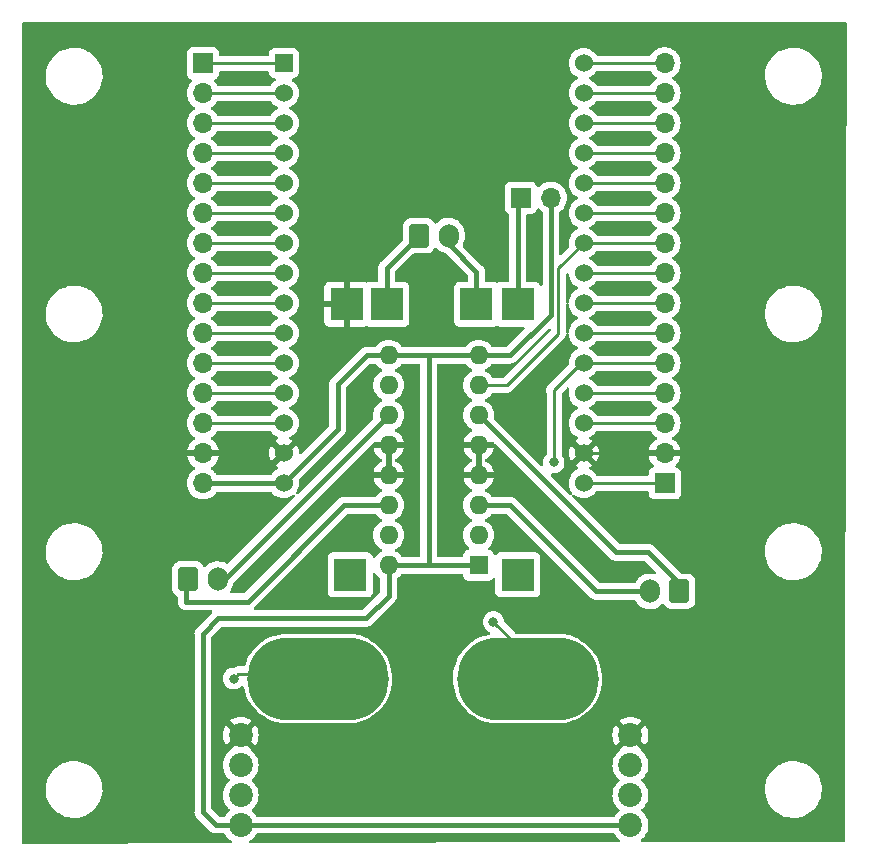
<source format=gbr>
%TF.GenerationSoftware,KiCad,Pcbnew,(7.0.0)*%
%TF.CreationDate,2023-03-13T08:12:34+05:30*%
%TF.ProjectId,Stem,5374656d-2e6b-4696-9361-645f70636258,1.0*%
%TF.SameCoordinates,Original*%
%TF.FileFunction,Copper,L1,Top*%
%TF.FilePolarity,Positive*%
%FSLAX46Y46*%
G04 Gerber Fmt 4.6, Leading zero omitted, Abs format (unit mm)*
G04 Created by KiCad (PCBNEW (7.0.0)) date 2023-03-13 08:12:34*
%MOMM*%
%LPD*%
G01*
G04 APERTURE LIST*
G04 Aperture macros list*
%AMRoundRect*
0 Rectangle with rounded corners*
0 $1 Rounding radius*
0 $2 $3 $4 $5 $6 $7 $8 $9 X,Y pos of 4 corners*
0 Add a 4 corners polygon primitive as box body*
4,1,4,$2,$3,$4,$5,$6,$7,$8,$9,$2,$3,0*
0 Add four circle primitives for the rounded corners*
1,1,$1+$1,$2,$3*
1,1,$1+$1,$4,$5*
1,1,$1+$1,$6,$7*
1,1,$1+$1,$8,$9*
0 Add four rect primitives between the rounded corners*
20,1,$1+$1,$2,$3,$4,$5,0*
20,1,$1+$1,$4,$5,$6,$7,0*
20,1,$1+$1,$6,$7,$8,$9,0*
20,1,$1+$1,$8,$9,$2,$3,0*%
G04 Aperture macros list end*
%TA.AperFunction,ComponentPad*%
%ADD10R,1.700000X1.700000*%
%TD*%
%TA.AperFunction,ComponentPad*%
%ADD11O,1.700000X1.700000*%
%TD*%
%TA.AperFunction,ComponentPad*%
%ADD12R,1.524000X1.524000*%
%TD*%
%TA.AperFunction,ComponentPad*%
%ADD13C,1.524000*%
%TD*%
%TA.AperFunction,SMDPad,CuDef*%
%ADD14O,12.000000X7.000000*%
%TD*%
%TA.AperFunction,ComponentPad*%
%ADD15RoundRect,0.250000X-0.600000X-0.750000X0.600000X-0.750000X0.600000X0.750000X-0.600000X0.750000X0*%
%TD*%
%TA.AperFunction,ComponentPad*%
%ADD16O,1.700000X2.000000*%
%TD*%
%TA.AperFunction,ComponentPad*%
%ADD17C,2.020000*%
%TD*%
%TA.AperFunction,ComponentPad*%
%ADD18R,1.600000X1.600000*%
%TD*%
%TA.AperFunction,ComponentPad*%
%ADD19O,1.600000X1.600000*%
%TD*%
%TA.AperFunction,ComponentPad*%
%ADD20RoundRect,0.250000X0.600000X0.750000X-0.600000X0.750000X-0.600000X-0.750000X0.600000X-0.750000X0*%
%TD*%
%TA.AperFunction,ComponentPad*%
%ADD21R,2.800000X2.800000*%
%TD*%
%TA.AperFunction,ViaPad*%
%ADD22C,0.800000*%
%TD*%
%TA.AperFunction,Conductor*%
%ADD23C,0.250000*%
%TD*%
%TA.AperFunction,Conductor*%
%ADD24C,0.400000*%
%TD*%
G04 APERTURE END LIST*
D10*
%TO.P,J3,1,Pin_1*%
%TO.N,3v3*%
X166773499Y-81879999D03*
D11*
%TO.P,J3,2,Pin_2*%
%TO.N,GND*%
X166773499Y-79339999D03*
%TO.P,J3,3,Pin_3*%
%TO.N,StripData*%
X166773499Y-76799999D03*
%TO.P,J3,4,Pin_4*%
%TO.N,Net-(U2-Pad19)*%
X166773499Y-74259999D03*
%TO.P,J3,5,Pin_5*%
%TO.N,MotorLeft1*%
X166773499Y-71719999D03*
%TO.P,J3,6,Pin_6*%
%TO.N,Net-(J3-Pad6)*%
X166773499Y-69179999D03*
%TO.P,J3,7,Pin_7*%
%TO.N,Net-(U2-Pad22)*%
X166773499Y-66639999D03*
%TO.P,J3,8,Pin_8*%
%TO.N,Net-(J3-Pad8)*%
X166773499Y-64099999D03*
%TO.P,J3,9,Pin_9*%
%TO.N,MotorLeft2*%
X166773499Y-61559999D03*
%TO.P,J3,10,Pin_10*%
%TO.N,Net-(J3-Pad10)*%
X166773499Y-59019999D03*
%TO.P,J3,11,Pin_11*%
%TO.N,Net-(U2-Pad26)*%
X166773499Y-56479999D03*
%TO.P,J3,12,Pin_12*%
%TO.N,Net-(J3-Pad12)*%
X166773499Y-53939999D03*
%TO.P,J3,13,Pin_13*%
%TO.N,Net-(J3-Pad13)*%
X166773499Y-51399999D03*
%TO.P,J3,14,Pin_14*%
%TO.N,Net-(J3-Pad14)*%
X166773499Y-48859999D03*
%TO.P,J3,15,Pin_15*%
%TO.N,Net-(U2-Pad30)*%
X166773499Y-46319999D03*
%TD*%
D12*
%TO.P,U2,1,EN*%
%TO.N,Net-(U2-Pad1)*%
X134529999Y-46309999D03*
D13*
%TO.P,U2,2,SENSOR_VP*%
%TO.N,Net-(J2-Pad2)*%
X134530000Y-48850000D03*
%TO.P,U2,3,SENSOR_VN*%
%TO.N,Net-(J2-Pad3)*%
X134530000Y-51390000D03*
%TO.P,U2,4,IO34*%
%TO.N,Net-(J2-Pad4)*%
X134530000Y-53930000D03*
%TO.P,U2,5,IO35*%
%TO.N,Net-(J2-Pad5)*%
X134530000Y-56470000D03*
%TO.P,U2,6,IO32*%
%TO.N,B1*%
X134530000Y-59010000D03*
%TO.P,U2,7,IO33*%
%TO.N,B2*%
X134530000Y-61550000D03*
%TO.P,U2,8,IO25*%
%TO.N,Net-(J2-Pad8)*%
X134530000Y-64090000D03*
%TO.P,U2,9,IO26*%
%TO.N,Net-(J2-Pad9)*%
X134530000Y-66630000D03*
%TO.P,U2,10,IO27*%
%TO.N,MotorRight2*%
X134530000Y-69170000D03*
%TO.P,U2,11,IO14*%
%TO.N,Net-(J2-Pad11)*%
X134530000Y-71710000D03*
%TO.P,U2,12,IO12*%
%TO.N,Net-(J2-Pad12)*%
X134530000Y-74250000D03*
%TO.P,U2,13,IO13*%
%TO.N,MotorRight1*%
X134530000Y-76790000D03*
%TO.P,U2,14,GND*%
%TO.N,GND*%
X134530000Y-79330000D03*
%TO.P,U2,15,VIN*%
%TO.N,+4V*%
X134530000Y-81870000D03*
%TO.P,U2,16,3V3*%
%TO.N,3v3*%
X159930000Y-81870000D03*
%TO.P,U2,17,GND*%
%TO.N,GND*%
X159930000Y-79330000D03*
%TO.P,U2,18,IO15*%
%TO.N,StripData*%
X159930000Y-76790000D03*
%TO.P,U2,19,IO2*%
%TO.N,Net-(U2-Pad19)*%
X159930000Y-74250000D03*
%TO.P,U2,20,IO4*%
%TO.N,MotorLeft1*%
X159930000Y-71710000D03*
%TO.P,U2,21,IO16*%
%TO.N,Net-(J3-Pad6)*%
X159930000Y-69170000D03*
%TO.P,U2,22,IO17*%
%TO.N,Net-(U2-Pad22)*%
X159930000Y-66630000D03*
%TO.P,U2,23,IO5*%
%TO.N,Net-(J3-Pad8)*%
X159930000Y-64090000D03*
%TO.P,U2,24,IO18*%
%TO.N,MotorLeft2*%
X159930000Y-61550000D03*
%TO.P,U2,25,IO19*%
%TO.N,Net-(J3-Pad10)*%
X159930000Y-59010000D03*
%TO.P,U2,26,IO21*%
%TO.N,Net-(U2-Pad26)*%
X159930000Y-56470000D03*
%TO.P,U2,27,RXD0/IO3*%
%TO.N,Net-(J3-Pad12)*%
X159930000Y-53930000D03*
%TO.P,U2,28,TXD0/IO1*%
%TO.N,Net-(J3-Pad13)*%
X159930000Y-51390000D03*
%TO.P,U2,29,IO22*%
%TO.N,Net-(J3-Pad14)*%
X159930000Y-48850000D03*
%TO.P,U2,30,IO23*%
%TO.N,Net-(U2-Pad30)*%
X159930000Y-46310000D03*
%TD*%
D14*
%TO.P,CS1,1,Pin_1*%
%TO.N,B1*%
X137389999Y-98419999D03*
%TO.P,CS1,2,Pin_2*%
%TO.N,B2*%
X155169999Y-98419999D03*
%TD*%
D15*
%TO.P,MA,1,+*%
%TO.N,MotorRightB*%
X126436500Y-89995000D03*
D16*
%TO.P,MA,2,-*%
%TO.N,MotorRightA*%
X128936499Y-89994999D03*
%TD*%
D17*
%TO.P,J4,1*%
%TO.N,+4V*%
X130880000Y-110825000D03*
%TO.P,J4,2*%
%TO.N,unconnected-(J4-Pad2)*%
X130880000Y-108285000D03*
%TO.P,J4,3*%
%TO.N,unconnected-(J4-Pad3)*%
X130880000Y-105745000D03*
%TO.P,J4,4*%
%TO.N,GND*%
X130880000Y-103205000D03*
%TD*%
%TO.P,J5,1*%
%TO.N,+4V*%
X163880000Y-110825000D03*
%TO.P,J5,2*%
%TO.N,StripData*%
X163880000Y-108285000D03*
%TO.P,J5,3*%
X163880000Y-105745000D03*
%TO.P,J5,4*%
%TO.N,GND*%
X163880000Y-103205000D03*
%TD*%
D18*
%TO.P,U1,1,EN1\u002C2*%
%TO.N,+4V*%
X151029999Y-88819999D03*
D19*
%TO.P,U1,2,1A*%
%TO.N,MotorLeft1*%
X151029999Y-86279999D03*
%TO.P,U1,3,1Y*%
%TO.N,MotorLeftA*%
X151029999Y-83739999D03*
%TO.P,U1,4,GND*%
%TO.N,GND*%
X151029999Y-81199999D03*
%TO.P,U1,5,GND*%
X151029999Y-78659999D03*
%TO.P,U1,6,2Y*%
%TO.N,MotorLeftB*%
X151029999Y-76119999D03*
%TO.P,U1,7,2A*%
%TO.N,MotorLeft2*%
X151029999Y-73579999D03*
%TO.P,U1,8,VCC2*%
%TO.N,+4V*%
X151029999Y-71039999D03*
%TO.P,U1,9,EN3\u002C4*%
X143409999Y-71039999D03*
%TO.P,U1,10,3A*%
%TO.N,MotorRight2*%
X143409999Y-73579999D03*
%TO.P,U1,11,3Y*%
%TO.N,MotorRightA*%
X143409999Y-76119999D03*
%TO.P,U1,12,GND*%
%TO.N,GND*%
X143409999Y-78659999D03*
%TO.P,U1,13,GND*%
X143409999Y-81199999D03*
%TO.P,U1,14,4Y*%
%TO.N,MotorRightB*%
X143409999Y-83739999D03*
%TO.P,U1,15,4A*%
%TO.N,MotorRight1*%
X143409999Y-86279999D03*
%TO.P,U1,16,VCC1*%
%TO.N,+4V*%
X143409999Y-88819999D03*
%TD*%
D10*
%TO.P,J2,1,Pin_1*%
%TO.N,Net-(U2-Pad1)*%
X127686499Y-46329999D03*
D11*
%TO.P,J2,2,Pin_2*%
%TO.N,Net-(J2-Pad2)*%
X127686499Y-48869999D03*
%TO.P,J2,3,Pin_3*%
%TO.N,Net-(J2-Pad3)*%
X127686499Y-51409999D03*
%TO.P,J2,4,Pin_4*%
%TO.N,Net-(J2-Pad4)*%
X127686499Y-53949999D03*
%TO.P,J2,5,Pin_5*%
%TO.N,Net-(J2-Pad5)*%
X127686499Y-56489999D03*
%TO.P,J2,6,Pin_6*%
%TO.N,B1*%
X127686499Y-59029999D03*
%TO.P,J2,7,Pin_7*%
%TO.N,B2*%
X127686499Y-61569999D03*
%TO.P,J2,8,Pin_8*%
%TO.N,Net-(J2-Pad8)*%
X127686499Y-64109999D03*
%TO.P,J2,9,Pin_9*%
%TO.N,Net-(J2-Pad9)*%
X127686499Y-66649999D03*
%TO.P,J2,10,Pin_10*%
%TO.N,MotorRight2*%
X127686499Y-69189999D03*
%TO.P,J2,11,Pin_11*%
%TO.N,Net-(J2-Pad11)*%
X127686499Y-71729999D03*
%TO.P,J2,12,Pin_12*%
%TO.N,Net-(J2-Pad12)*%
X127686499Y-74269999D03*
%TO.P,J2,13,Pin_13*%
%TO.N,MotorRight1*%
X127686499Y-76809999D03*
%TO.P,J2,14,Pin_14*%
%TO.N,GND*%
X127686499Y-79349999D03*
%TO.P,J2,15,Pin_15*%
%TO.N,+4V*%
X127686499Y-81889999D03*
%TD*%
D20*
%TO.P,MB,1,+*%
%TO.N,MotorLeftB*%
X168023500Y-91045000D03*
D16*
%TO.P,MB,2,-*%
%TO.N,MotorLeftA*%
X165523499Y-91044999D03*
%TD*%
D15*
%TO.P,J1,1,Pin_1*%
%TO.N,Net-(J1-Pad1)*%
X145980000Y-60920000D03*
D16*
%TO.P,J1,2,Pin_2*%
%TO.N,Net-(J1-Pad2)*%
X148479999Y-60919999D03*
%TD*%
D10*
%TO.P,NT1,1,1*%
%TO.N,Net-(TP1-Pad3)*%
X154604999Y-57719999D03*
D11*
%TO.P,NT1,2,2*%
%TO.N,+4V*%
X157144999Y-57719999D03*
%TD*%
D21*
%TO.P,TP1,1,In(+)*%
%TO.N,unconnected-(TP1-Pad1)*%
X154342499Y-89632499D03*
%TO.P,TP1,2,In(-)*%
%TO.N,unconnected-(TP1-Pad2)*%
X140142499Y-89632499D03*
%TO.P,TP1,3,Out(+)*%
%TO.N,Net-(TP1-Pad3)*%
X154342499Y-66732499D03*
%TO.P,TP1,4,Out(-)*%
%TO.N,GND*%
X139842499Y-66732499D03*
%TO.P,TP1,5,B(+)*%
%TO.N,Net-(J1-Pad2)*%
X150842499Y-66732499D03*
%TO.P,TP1,6,B(-)*%
%TO.N,Net-(J1-Pad1)*%
X143242499Y-66732499D03*
%TD*%
D22*
%TO.N,B1*%
X137080000Y-98420000D03*
X130280000Y-98420000D03*
%TO.N,B2*%
X155180000Y-98420000D03*
X152280000Y-93620000D03*
%TO.N,GND*%
X147880000Y-91720000D03*
X139880000Y-69620000D03*
X137280000Y-71720000D03*
X147880000Y-95320000D03*
%TO.N,MotorLeft1*%
X157380000Y-80120000D03*
%TD*%
D23*
%TO.N,B1*%
X134510000Y-59030000D02*
X134530000Y-59010000D01*
X130280000Y-98420000D02*
X130680000Y-98020000D01*
X130680000Y-98020000D02*
X137390000Y-98020000D01*
X127686500Y-59030000D02*
X134510000Y-59030000D01*
D24*
%TO.N,Net-(J1-Pad2)*%
X148480000Y-60920000D02*
X148480000Y-61620000D01*
X150842500Y-63982500D02*
X150842500Y-66732500D01*
X148480000Y-61620000D02*
X150842500Y-63982500D01*
D23*
%TO.N,B2*%
X127686500Y-61570000D02*
X134510000Y-61570000D01*
X134510000Y-61570000D02*
X134530000Y-61550000D01*
X152280000Y-93620000D02*
X155170000Y-96510000D01*
X155170000Y-96510000D02*
X155170000Y-98020000D01*
%TO.N,GND*%
X166763500Y-79330000D02*
X166773500Y-79340000D01*
X159930000Y-79330000D02*
X166763500Y-79330000D01*
D24*
%TO.N,Net-(J1-Pad1)*%
X145980000Y-60920000D02*
X143242500Y-63657500D01*
X143242500Y-63657500D02*
X143242500Y-66732500D01*
%TO.N,+4V*%
X127686500Y-81890000D02*
X134510000Y-81890000D01*
X134530000Y-81870000D02*
X139080000Y-77320000D01*
X139080000Y-77320000D02*
X139080000Y-73520000D01*
X128785000Y-110825000D02*
X130880000Y-110825000D01*
X127680000Y-94620000D02*
X127680000Y-109720000D01*
X127680000Y-109720000D02*
X128785000Y-110825000D01*
X157145000Y-57720000D02*
X157145000Y-67599022D01*
X141480000Y-93320000D02*
X128980000Y-93320000D01*
X146680000Y-88820000D02*
X143410000Y-88820000D01*
X134510000Y-81890000D02*
X134530000Y-81870000D01*
X130880000Y-110825000D02*
X163880000Y-110825000D01*
X141560000Y-71040000D02*
X143410000Y-71040000D01*
X128980000Y-93320000D02*
X127680000Y-94620000D01*
X139080000Y-73520000D02*
X141560000Y-71040000D01*
X143410000Y-88820000D02*
X143410000Y-91390000D01*
X143410000Y-71040000D02*
X146800000Y-71040000D01*
X146800000Y-88700000D02*
X146680000Y-88820000D01*
X143410000Y-91390000D02*
X141480000Y-93320000D01*
X153704022Y-71040000D02*
X151030000Y-71040000D01*
X151030000Y-88820000D02*
X146680000Y-88820000D01*
X157145000Y-67599022D02*
X153704022Y-71040000D01*
X146800000Y-71040000D02*
X151030000Y-71040000D01*
X146800000Y-71040000D02*
X146800000Y-88700000D01*
D23*
%TO.N,MotorLeft1*%
X159690000Y-71710000D02*
X157380000Y-74020000D01*
X159930000Y-71710000D02*
X159690000Y-71710000D01*
X166763500Y-71710000D02*
X166773500Y-71720000D01*
X157417500Y-74047500D02*
X157417500Y-80207500D01*
X159930000Y-71710000D02*
X166763500Y-71710000D01*
D24*
%TO.N,MotorLeftA*%
X151030000Y-83740000D02*
X153700000Y-83740000D01*
X153700000Y-83740000D02*
X161005000Y-91045000D01*
X161005000Y-91045000D02*
X165523500Y-91045000D01*
D23*
%TO.N,MotorLeftB*%
X168023500Y-90363500D02*
X168023500Y-91045000D01*
D24*
X151030000Y-76120000D02*
X162630000Y-87720000D01*
X165380000Y-87720000D02*
X168023500Y-90363500D01*
X162630000Y-87720000D02*
X165380000Y-87720000D01*
D23*
%TO.N,MotorLeft2*%
X157779520Y-63700480D02*
X157779520Y-69220480D01*
X159930000Y-61550000D02*
X166763500Y-61550000D01*
X166763500Y-61550000D02*
X166773500Y-61560000D01*
X159930000Y-61550000D02*
X157779520Y-63700480D01*
X153420000Y-73580000D02*
X151030000Y-73580000D01*
X157779520Y-69220480D02*
X153420000Y-73580000D01*
%TO.N,MotorRight1*%
X134510000Y-76810000D02*
X134530000Y-76790000D01*
X127686500Y-76810000D02*
X134510000Y-76810000D01*
%TO.N,MotorRightA*%
X128936500Y-89995000D02*
X129535000Y-89995000D01*
D24*
X129535000Y-89995000D02*
X143410000Y-76120000D01*
%TO.N,MotorRightB*%
X139660000Y-83740000D02*
X131480000Y-91920000D01*
X126280000Y-91920000D02*
X126280000Y-90151500D01*
X126280000Y-90151500D02*
X126436500Y-89995000D01*
X131480000Y-91920000D02*
X126280000Y-91920000D01*
X143410000Y-83740000D02*
X139660000Y-83740000D01*
D23*
%TO.N,MotorRight2*%
X127686500Y-69190000D02*
X134510000Y-69190000D01*
X134510000Y-69190000D02*
X134530000Y-69170000D01*
%TO.N,StripData*%
X166763500Y-76790000D02*
X166773500Y-76800000D01*
X159930000Y-76790000D02*
X166763500Y-76790000D01*
%TO.N,Net-(U2-Pad1)*%
X127686500Y-46330000D02*
X134510000Y-46330000D01*
X134510000Y-46330000D02*
X134530000Y-46310000D01*
%TO.N,Net-(J2-Pad2)*%
X127686500Y-48870000D02*
X134510000Y-48870000D01*
X134510000Y-48870000D02*
X134530000Y-48850000D01*
%TO.N,Net-(J2-Pad3)*%
X134510000Y-51410000D02*
X134530000Y-51390000D01*
X127686500Y-51410000D02*
X134510000Y-51410000D01*
%TO.N,Net-(J2-Pad4)*%
X134510000Y-53950000D02*
X134530000Y-53930000D01*
X127686500Y-53950000D02*
X134510000Y-53950000D01*
%TO.N,Net-(J2-Pad5)*%
X134510000Y-56490000D02*
X134530000Y-56470000D01*
X127686500Y-56490000D02*
X134510000Y-56490000D01*
%TO.N,Net-(J2-Pad8)*%
X127686500Y-64110000D02*
X134510000Y-64110000D01*
X134510000Y-64110000D02*
X134530000Y-64090000D01*
%TO.N,Net-(J2-Pad9)*%
X134510000Y-66650000D02*
X134530000Y-66630000D01*
X127686500Y-66650000D02*
X134510000Y-66650000D01*
%TO.N,Net-(J2-Pad11)*%
X134510000Y-71730000D02*
X134530000Y-71710000D01*
X127686500Y-71730000D02*
X134510000Y-71730000D01*
%TO.N,Net-(J2-Pad12)*%
X134510000Y-74270000D02*
X134530000Y-74250000D01*
X127686500Y-74270000D02*
X134510000Y-74270000D01*
%TO.N,Net-(U2-Pad19)*%
X159930000Y-74250000D02*
X166763500Y-74250000D01*
X166763500Y-74250000D02*
X166773500Y-74260000D01*
%TO.N,Net-(J3-Pad6)*%
X159930000Y-69170000D02*
X166763500Y-69170000D01*
X166763500Y-69170000D02*
X166773500Y-69180000D01*
%TO.N,Net-(U2-Pad22)*%
X166763500Y-66630000D02*
X166773500Y-66640000D01*
X159930000Y-66630000D02*
X166763500Y-66630000D01*
%TO.N,Net-(J3-Pad8)*%
X166763500Y-64090000D02*
X166773500Y-64100000D01*
X159930000Y-64090000D02*
X166763500Y-64090000D01*
%TO.N,Net-(J3-Pad10)*%
X159930000Y-59010000D02*
X166763500Y-59010000D01*
X166763500Y-59010000D02*
X166773500Y-59020000D01*
%TO.N,Net-(U2-Pad26)*%
X159930000Y-56470000D02*
X166763500Y-56470000D01*
X166763500Y-56470000D02*
X166773500Y-56480000D01*
%TO.N,Net-(J3-Pad12)*%
X159930000Y-53930000D02*
X166763500Y-53930000D01*
X166763500Y-53930000D02*
X166773500Y-53940000D01*
%TO.N,Net-(J3-Pad13)*%
X159930000Y-51390000D02*
X166763500Y-51390000D01*
X166763500Y-51390000D02*
X166773500Y-51400000D01*
%TO.N,Net-(J3-Pad14)*%
X159930000Y-48850000D02*
X166763500Y-48850000D01*
X166763500Y-48850000D02*
X166773500Y-48860000D01*
%TO.N,Net-(U2-Pad30)*%
X159930000Y-46310000D02*
X166763500Y-46310000D01*
X166763500Y-46310000D02*
X166773500Y-46320000D01*
D24*
%TO.N,Net-(TP1-Pad3)*%
X154342500Y-66732500D02*
X154342500Y-57982500D01*
D23*
X154342500Y-57982500D02*
X154605000Y-57720000D01*
%TO.N,3v3*%
X166773500Y-81880000D02*
X159940000Y-81880000D01*
X159940000Y-81880000D02*
X159930000Y-81870000D01*
%TD*%
%TA.AperFunction,Conductor*%
%TO.N,GND*%
G36*
X182116500Y-42837381D02*
G01*
X182154416Y-42875297D01*
X182054573Y-112166098D01*
X182017336Y-112203389D01*
X181955488Y-112220103D01*
X164867861Y-112269135D01*
X164809814Y-112254875D01*
X164764427Y-112214388D01*
X164743294Y-112157356D01*
X164751339Y-112097069D01*
X164786685Y-112047577D01*
X164957062Y-111902062D01*
X165112291Y-111720312D01*
X165237178Y-111516517D01*
X165328645Y-111295693D01*
X165384443Y-111063280D01*
X165403196Y-110825000D01*
X165384443Y-110586720D01*
X165328645Y-110354307D01*
X165237178Y-110133483D01*
X165192187Y-110060065D01*
X165114880Y-109933912D01*
X165114876Y-109933907D01*
X165112291Y-109929688D01*
X165108150Y-109924840D01*
X164960275Y-109751700D01*
X164957062Y-109747938D01*
X164843338Y-109650809D01*
X164810744Y-109607751D01*
X164799170Y-109555000D01*
X164810744Y-109502249D01*
X164843338Y-109459190D01*
X164957062Y-109362062D01*
X165112291Y-109180312D01*
X165237178Y-108976517D01*
X165328645Y-108755693D01*
X165384443Y-108523280D01*
X165403196Y-108285000D01*
X165384443Y-108046720D01*
X165328645Y-107814307D01*
X165299068Y-107742902D01*
X175275794Y-107742902D01*
X175275923Y-107746930D01*
X175275923Y-107746936D01*
X175280738Y-107897098D01*
X175285673Y-108050978D01*
X175286316Y-108054957D01*
X175286317Y-108054964D01*
X175324304Y-108289930D01*
X175334867Y-108355261D01*
X175422569Y-108650756D01*
X175424198Y-108654436D01*
X175424201Y-108654444D01*
X175545703Y-108928919D01*
X175545706Y-108928925D01*
X175547337Y-108932609D01*
X175549425Y-108936053D01*
X175549429Y-108936061D01*
X175697496Y-109180312D01*
X175707123Y-109196193D01*
X175899304Y-109437181D01*
X176120724Y-109651614D01*
X176123958Y-109654027D01*
X176123962Y-109654031D01*
X176178565Y-109694782D01*
X176367747Y-109835972D01*
X176636318Y-109987228D01*
X176922025Y-110102899D01*
X177220179Y-110181084D01*
X177525883Y-110220500D01*
X177754960Y-110220500D01*
X177756974Y-110220500D01*
X177987601Y-110205693D01*
X178290151Y-110146772D01*
X178582683Y-110049644D01*
X178860393Y-109915907D01*
X179118720Y-109747754D01*
X179353424Y-109547948D01*
X179560650Y-109319769D01*
X179736996Y-109066963D01*
X179879567Y-108793683D01*
X179986020Y-108504415D01*
X180054609Y-108203908D01*
X180084206Y-107897098D01*
X180081705Y-107819119D01*
X180079133Y-107738887D01*
X180074327Y-107589022D01*
X180025133Y-107284739D01*
X179937431Y-106989244D01*
X179812663Y-106707391D01*
X179652877Y-106443807D01*
X179460696Y-106202819D01*
X179239276Y-105988386D01*
X179236043Y-105985973D01*
X179236037Y-105985968D01*
X178995485Y-105806440D01*
X178995483Y-105806439D01*
X178992253Y-105804028D01*
X178896196Y-105749930D01*
X178727203Y-105654755D01*
X178723682Y-105652772D01*
X178717285Y-105650182D01*
X178441726Y-105538619D01*
X178441717Y-105538616D01*
X178437975Y-105537101D01*
X178434065Y-105536075D01*
X178434060Y-105536074D01*
X178143738Y-105459943D01*
X178143735Y-105459942D01*
X178139821Y-105458916D01*
X178135816Y-105458399D01*
X178135808Y-105458398D01*
X177838114Y-105420015D01*
X177838108Y-105420014D01*
X177834117Y-105419500D01*
X177603026Y-105419500D01*
X177601019Y-105419628D01*
X177601014Y-105419629D01*
X177376428Y-105434048D01*
X177376422Y-105434048D01*
X177372399Y-105434307D01*
X177368455Y-105435075D01*
X177368440Y-105435077D01*
X177073805Y-105492457D01*
X177073796Y-105492459D01*
X177069849Y-105493228D01*
X177066024Y-105494497D01*
X177066020Y-105494499D01*
X176781157Y-105589080D01*
X176781142Y-105589085D01*
X176777317Y-105590356D01*
X176773684Y-105592105D01*
X176773668Y-105592112D01*
X176503248Y-105722339D01*
X176503240Y-105722343D01*
X176499607Y-105724093D01*
X176496237Y-105726286D01*
X176496222Y-105726295D01*
X176244668Y-105890040D01*
X176244661Y-105890045D01*
X176241280Y-105892246D01*
X176238207Y-105894861D01*
X176238199Y-105894868D01*
X176125046Y-105991197D01*
X176006576Y-106092052D01*
X176003864Y-106095037D01*
X176003860Y-106095042D01*
X175802065Y-106317240D01*
X175802055Y-106317252D01*
X175799350Y-106320231D01*
X175797048Y-106323530D01*
X175797040Y-106323541D01*
X175625311Y-106569729D01*
X175625307Y-106569734D01*
X175623004Y-106573037D01*
X175621140Y-106576608D01*
X175621135Y-106576618D01*
X175482304Y-106842730D01*
X175480433Y-106846317D01*
X175479042Y-106850094D01*
X175479036Y-106850110D01*
X175375376Y-107131789D01*
X175375372Y-107131802D01*
X175373980Y-107135585D01*
X175373082Y-107139518D01*
X175373080Y-107139526D01*
X175339936Y-107284739D01*
X175305391Y-107436092D01*
X175305003Y-107440108D01*
X175305003Y-107440112D01*
X175290249Y-107593061D01*
X175275794Y-107742902D01*
X165299068Y-107742902D01*
X165237178Y-107593483D01*
X165212152Y-107552645D01*
X165114880Y-107393912D01*
X165114876Y-107393907D01*
X165112291Y-107389688D01*
X164957062Y-107207938D01*
X164843338Y-107110809D01*
X164810744Y-107067751D01*
X164799170Y-107015000D01*
X164810744Y-106962249D01*
X164843338Y-106919190D01*
X164957062Y-106822062D01*
X165112291Y-106640312D01*
X165237178Y-106436517D01*
X165328645Y-106215693D01*
X165384443Y-105983280D01*
X165403196Y-105745000D01*
X165384443Y-105506720D01*
X165328645Y-105274307D01*
X165237178Y-105053483D01*
X165212152Y-105012645D01*
X165114880Y-104853912D01*
X165114876Y-104853907D01*
X165112291Y-104849688D01*
X164957062Y-104667938D01*
X164802260Y-104535725D01*
X164772680Y-104498765D01*
X164758827Y-104453494D01*
X164758063Y-104446449D01*
X164751061Y-104435271D01*
X163891729Y-103575939D01*
X163879999Y-103569167D01*
X163868271Y-103575938D01*
X163008937Y-104435271D01*
X163001935Y-104446450D01*
X163001171Y-104453498D01*
X162987317Y-104498767D01*
X162957737Y-104535727D01*
X162802938Y-104667938D01*
X162799730Y-104671693D01*
X162799724Y-104671700D01*
X162650926Y-104845920D01*
X162650919Y-104845929D01*
X162647709Y-104849688D01*
X162645128Y-104853898D01*
X162645119Y-104853912D01*
X162525409Y-105049260D01*
X162525404Y-105049268D01*
X162522822Y-105053483D01*
X162520931Y-105058047D01*
X162520928Y-105058054D01*
X162433249Y-105269733D01*
X162433246Y-105269739D01*
X162431355Y-105274307D01*
X162430201Y-105279110D01*
X162430199Y-105279119D01*
X162376712Y-105501907D01*
X162376711Y-105501913D01*
X162375557Y-105506720D01*
X162375169Y-105511643D01*
X162375168Y-105511653D01*
X162364182Y-105651255D01*
X162356804Y-105745000D01*
X162357192Y-105749930D01*
X162375168Y-105978346D01*
X162375169Y-105978354D01*
X162375557Y-105983280D01*
X162376711Y-105988088D01*
X162376712Y-105988092D01*
X162427589Y-106200010D01*
X162431355Y-106215693D01*
X162433248Y-106220264D01*
X162433249Y-106220266D01*
X162473416Y-106317240D01*
X162522822Y-106436517D01*
X162525407Y-106440736D01*
X162525409Y-106440739D01*
X162645119Y-106636087D01*
X162645124Y-106636094D01*
X162647709Y-106640312D01*
X162650924Y-106644076D01*
X162650926Y-106644079D01*
X162799724Y-106818299D01*
X162802938Y-106822062D01*
X162806700Y-106825275D01*
X162916659Y-106919189D01*
X162949255Y-106962249D01*
X162960829Y-107015000D01*
X162949255Y-107067751D01*
X162916659Y-107110811D01*
X162806700Y-107204724D01*
X162806693Y-107204730D01*
X162802938Y-107207938D01*
X162799730Y-107211693D01*
X162799724Y-107211700D01*
X162650926Y-107385920D01*
X162650919Y-107385929D01*
X162647709Y-107389688D01*
X162645128Y-107393898D01*
X162645119Y-107393912D01*
X162525409Y-107589260D01*
X162525404Y-107589268D01*
X162522822Y-107593483D01*
X162520931Y-107598047D01*
X162520928Y-107598054D01*
X162433249Y-107809733D01*
X162433246Y-107809739D01*
X162431355Y-107814307D01*
X162430201Y-107819110D01*
X162430199Y-107819119D01*
X162376712Y-108041907D01*
X162376711Y-108041913D01*
X162375557Y-108046720D01*
X162375169Y-108051643D01*
X162375168Y-108051653D01*
X162363186Y-108203908D01*
X162356804Y-108285000D01*
X162357192Y-108289930D01*
X162375168Y-108518346D01*
X162375169Y-108518354D01*
X162375557Y-108523280D01*
X162376711Y-108528088D01*
X162376712Y-108528092D01*
X162406161Y-108650756D01*
X162431355Y-108755693D01*
X162433248Y-108760264D01*
X162433249Y-108760266D01*
X162503106Y-108928919D01*
X162522822Y-108976517D01*
X162525407Y-108980736D01*
X162525409Y-108980739D01*
X162645119Y-109176087D01*
X162645124Y-109176094D01*
X162647709Y-109180312D01*
X162650924Y-109184076D01*
X162650926Y-109184079D01*
X162766816Y-109319769D01*
X162802938Y-109362062D01*
X162806700Y-109365275D01*
X162916659Y-109459189D01*
X162949255Y-109502249D01*
X162960829Y-109555000D01*
X162949255Y-109607751D01*
X162916659Y-109650811D01*
X162806700Y-109744724D01*
X162806693Y-109744730D01*
X162802938Y-109747938D01*
X162799730Y-109751693D01*
X162799724Y-109751700D01*
X162650926Y-109925920D01*
X162650919Y-109925929D01*
X162647709Y-109929688D01*
X162645128Y-109933898D01*
X162645119Y-109933912D01*
X162607794Y-109994822D01*
X162572955Y-110051675D01*
X162570099Y-110056335D01*
X162524233Y-110100435D01*
X162462667Y-110116500D01*
X132297333Y-110116500D01*
X132235767Y-110100435D01*
X132189901Y-110056335D01*
X132187045Y-110051675D01*
X132112291Y-109929688D01*
X132108150Y-109924840D01*
X131960275Y-109751700D01*
X131957062Y-109747938D01*
X131843338Y-109650809D01*
X131810744Y-109607751D01*
X131799170Y-109555000D01*
X131810744Y-109502249D01*
X131843338Y-109459190D01*
X131957062Y-109362062D01*
X132112291Y-109180312D01*
X132237178Y-108976517D01*
X132328645Y-108755693D01*
X132384443Y-108523280D01*
X132403196Y-108285000D01*
X132384443Y-108046720D01*
X132328645Y-107814307D01*
X132237178Y-107593483D01*
X132212152Y-107552645D01*
X132114880Y-107393912D01*
X132114876Y-107393907D01*
X132112291Y-107389688D01*
X131957062Y-107207938D01*
X131843338Y-107110809D01*
X131810744Y-107067751D01*
X131799170Y-107015000D01*
X131810744Y-106962249D01*
X131843338Y-106919190D01*
X131957062Y-106822062D01*
X132112291Y-106640312D01*
X132237178Y-106436517D01*
X132328645Y-106215693D01*
X132384443Y-105983280D01*
X132403196Y-105745000D01*
X132384443Y-105506720D01*
X132328645Y-105274307D01*
X132237178Y-105053483D01*
X132212152Y-105012645D01*
X132114880Y-104853912D01*
X132114876Y-104853907D01*
X132112291Y-104849688D01*
X131957062Y-104667938D01*
X131802260Y-104535725D01*
X131772680Y-104498765D01*
X131758827Y-104453494D01*
X131758063Y-104446449D01*
X131751061Y-104435271D01*
X130891729Y-103575939D01*
X130879999Y-103569167D01*
X130868271Y-103575938D01*
X130008937Y-104435271D01*
X130001935Y-104446450D01*
X130001171Y-104453498D01*
X129987317Y-104498767D01*
X129957737Y-104535727D01*
X129802938Y-104667938D01*
X129799730Y-104671693D01*
X129799724Y-104671700D01*
X129650926Y-104845920D01*
X129650919Y-104845929D01*
X129647709Y-104849688D01*
X129645128Y-104853898D01*
X129645119Y-104853912D01*
X129525409Y-105049260D01*
X129525404Y-105049268D01*
X129522822Y-105053483D01*
X129520931Y-105058047D01*
X129520928Y-105058054D01*
X129433249Y-105269733D01*
X129433246Y-105269739D01*
X129431355Y-105274307D01*
X129430201Y-105279110D01*
X129430199Y-105279119D01*
X129376712Y-105501907D01*
X129376711Y-105501913D01*
X129375557Y-105506720D01*
X129375169Y-105511643D01*
X129375168Y-105511653D01*
X129364182Y-105651255D01*
X129356804Y-105745000D01*
X129357192Y-105749930D01*
X129375168Y-105978346D01*
X129375169Y-105978354D01*
X129375557Y-105983280D01*
X129376711Y-105988088D01*
X129376712Y-105988092D01*
X129427589Y-106200010D01*
X129431355Y-106215693D01*
X129433248Y-106220264D01*
X129433249Y-106220266D01*
X129473416Y-106317240D01*
X129522822Y-106436517D01*
X129525407Y-106440736D01*
X129525409Y-106440739D01*
X129645119Y-106636087D01*
X129645124Y-106636094D01*
X129647709Y-106640312D01*
X129650924Y-106644076D01*
X129650926Y-106644079D01*
X129799724Y-106818299D01*
X129802938Y-106822062D01*
X129806700Y-106825275D01*
X129916659Y-106919189D01*
X129949255Y-106962249D01*
X129960829Y-107015000D01*
X129949255Y-107067751D01*
X129916659Y-107110811D01*
X129806700Y-107204724D01*
X129806693Y-107204730D01*
X129802938Y-107207938D01*
X129799730Y-107211693D01*
X129799724Y-107211700D01*
X129650926Y-107385920D01*
X129650919Y-107385929D01*
X129647709Y-107389688D01*
X129645128Y-107393898D01*
X129645119Y-107393912D01*
X129525409Y-107589260D01*
X129525404Y-107589268D01*
X129522822Y-107593483D01*
X129520931Y-107598047D01*
X129520928Y-107598054D01*
X129433249Y-107809733D01*
X129433246Y-107809739D01*
X129431355Y-107814307D01*
X129430201Y-107819110D01*
X129430199Y-107819119D01*
X129376712Y-108041907D01*
X129376711Y-108041913D01*
X129375557Y-108046720D01*
X129375169Y-108051643D01*
X129375168Y-108051653D01*
X129363186Y-108203908D01*
X129356804Y-108285000D01*
X129357192Y-108289930D01*
X129375168Y-108518346D01*
X129375169Y-108518354D01*
X129375557Y-108523280D01*
X129376711Y-108528088D01*
X129376712Y-108528092D01*
X129406161Y-108650756D01*
X129431355Y-108755693D01*
X129433248Y-108760264D01*
X129433249Y-108760266D01*
X129503106Y-108928919D01*
X129522822Y-108976517D01*
X129525407Y-108980736D01*
X129525409Y-108980739D01*
X129645119Y-109176087D01*
X129645124Y-109176094D01*
X129647709Y-109180312D01*
X129650924Y-109184076D01*
X129650926Y-109184079D01*
X129766816Y-109319769D01*
X129802938Y-109362062D01*
X129806700Y-109365275D01*
X129916659Y-109459189D01*
X129949255Y-109502249D01*
X129960829Y-109555000D01*
X129949255Y-109607751D01*
X129916659Y-109650811D01*
X129806700Y-109744724D01*
X129806693Y-109744730D01*
X129802938Y-109747938D01*
X129799730Y-109751693D01*
X129799724Y-109751700D01*
X129650926Y-109925920D01*
X129650919Y-109925929D01*
X129647709Y-109929688D01*
X129645128Y-109933898D01*
X129645119Y-109933912D01*
X129607794Y-109994822D01*
X129572955Y-110051675D01*
X129570099Y-110056335D01*
X129524233Y-110100435D01*
X129462667Y-110116500D01*
X129130660Y-110116500D01*
X129082442Y-110106909D01*
X129041565Y-110079595D01*
X128425405Y-109463435D01*
X128398091Y-109422558D01*
X128388500Y-109374340D01*
X128388500Y-103209930D01*
X129357694Y-103209930D01*
X129375664Y-103438268D01*
X129377208Y-103448014D01*
X129430676Y-103670725D01*
X129433726Y-103680111D01*
X129521375Y-103891714D01*
X129525856Y-103900509D01*
X129632161Y-104073985D01*
X129640107Y-104082088D01*
X129649725Y-104076063D01*
X130509059Y-103216730D01*
X130515832Y-103204999D01*
X131244167Y-103204999D01*
X131250939Y-103216729D01*
X132110271Y-104076061D01*
X132119891Y-104082087D01*
X132127837Y-104073984D01*
X132234143Y-103900509D01*
X132238624Y-103891714D01*
X132326273Y-103680111D01*
X132329323Y-103670725D01*
X132382791Y-103448014D01*
X132384335Y-103438268D01*
X132402306Y-103209930D01*
X162357694Y-103209930D01*
X162375664Y-103438268D01*
X162377208Y-103448014D01*
X162430676Y-103670725D01*
X162433726Y-103680111D01*
X162521375Y-103891714D01*
X162525856Y-103900509D01*
X162632161Y-104073985D01*
X162640107Y-104082088D01*
X162649725Y-104076063D01*
X163509059Y-103216730D01*
X163515832Y-103204999D01*
X164244167Y-103204999D01*
X164250939Y-103216729D01*
X165110271Y-104076061D01*
X165119891Y-104082087D01*
X165127837Y-104073984D01*
X165234143Y-103900509D01*
X165238624Y-103891714D01*
X165326273Y-103680111D01*
X165329323Y-103670725D01*
X165382791Y-103448014D01*
X165384335Y-103438268D01*
X165402306Y-103209930D01*
X165402306Y-103200070D01*
X165384335Y-102971731D01*
X165382791Y-102961985D01*
X165329323Y-102739274D01*
X165326273Y-102729888D01*
X165238624Y-102518285D01*
X165234143Y-102509490D01*
X165127837Y-102336014D01*
X165119891Y-102327911D01*
X165110271Y-102333937D01*
X164250938Y-103193271D01*
X164244167Y-103204999D01*
X163515832Y-103204999D01*
X163509060Y-103193270D01*
X162649727Y-102333937D01*
X162640107Y-102327911D01*
X162632159Y-102336018D01*
X162525855Y-102509491D01*
X162521376Y-102518281D01*
X162433726Y-102729888D01*
X162430676Y-102739274D01*
X162377208Y-102961985D01*
X162375664Y-102971731D01*
X162357694Y-103200070D01*
X162357694Y-103209930D01*
X132402306Y-103209930D01*
X132402306Y-103200070D01*
X132384335Y-102971731D01*
X132382791Y-102961985D01*
X132329323Y-102739274D01*
X132326273Y-102729888D01*
X132238624Y-102518285D01*
X132234143Y-102509490D01*
X132127837Y-102336014D01*
X132119891Y-102327911D01*
X132110271Y-102333937D01*
X131250938Y-103193271D01*
X131244167Y-103204999D01*
X130515832Y-103204999D01*
X130509060Y-103193270D01*
X129649727Y-102333937D01*
X129640107Y-102327911D01*
X129632159Y-102336018D01*
X129525855Y-102509491D01*
X129521376Y-102518281D01*
X129433726Y-102729888D01*
X129430676Y-102739274D01*
X129377208Y-102961985D01*
X129375664Y-102971731D01*
X129357694Y-103200070D01*
X129357694Y-103209930D01*
X128388500Y-103209930D01*
X128388500Y-101965107D01*
X130002911Y-101965107D01*
X130008937Y-101974727D01*
X130868270Y-102834060D01*
X130879999Y-102840832D01*
X130891730Y-102834059D01*
X131751063Y-101974725D01*
X131757088Y-101965107D01*
X131748985Y-101957161D01*
X131575509Y-101850856D01*
X131566714Y-101846375D01*
X131355111Y-101758726D01*
X131345725Y-101755676D01*
X131123014Y-101702208D01*
X131113268Y-101700664D01*
X130884930Y-101682694D01*
X130875070Y-101682694D01*
X130646731Y-101700664D01*
X130636985Y-101702208D01*
X130414274Y-101755676D01*
X130404888Y-101758726D01*
X130193281Y-101846376D01*
X130184491Y-101850855D01*
X130011018Y-101957159D01*
X130002911Y-101965107D01*
X128388500Y-101965107D01*
X128388500Y-98420000D01*
X129366496Y-98420000D01*
X129367186Y-98426565D01*
X129377134Y-98521220D01*
X129386458Y-98609928D01*
X129388495Y-98616200D01*
X129388497Y-98616205D01*
X129443430Y-98785271D01*
X129443433Y-98785278D01*
X129445473Y-98791556D01*
X129540960Y-98956944D01*
X129668747Y-99098866D01*
X129674089Y-99102747D01*
X129674091Y-99102749D01*
X129717298Y-99134141D01*
X129823248Y-99211118D01*
X129997712Y-99288794D01*
X130184513Y-99328500D01*
X130368884Y-99328500D01*
X130375487Y-99328500D01*
X130562288Y-99288794D01*
X130736752Y-99211118D01*
X130891253Y-99098866D01*
X130931551Y-99054109D01*
X130988725Y-99017812D01*
X131056436Y-99016359D01*
X131115118Y-99050172D01*
X131147816Y-99109482D01*
X131235356Y-99480424D01*
X131235359Y-99480435D01*
X131236105Y-99483595D01*
X131237172Y-99486662D01*
X131363770Y-99850604D01*
X131363774Y-99850615D01*
X131364832Y-99853655D01*
X131366197Y-99856572D01*
X131366201Y-99856581D01*
X131447476Y-100030226D01*
X131530925Y-100208518D01*
X131532590Y-100211292D01*
X131532595Y-100211300D01*
X131730953Y-100541637D01*
X131730959Y-100541646D01*
X131732626Y-100544422D01*
X131734573Y-100547016D01*
X131734576Y-100547021D01*
X131965848Y-100855212D01*
X131965854Y-100855219D01*
X131967796Y-100857807D01*
X132233941Y-101145350D01*
X132528242Y-101404004D01*
X132530872Y-101405874D01*
X132530880Y-101405880D01*
X132671973Y-101506185D01*
X132847578Y-101631027D01*
X133188564Y-101824012D01*
X133547586Y-101980913D01*
X133920837Y-102100068D01*
X134304362Y-102180214D01*
X134694095Y-102220500D01*
X139986278Y-102220500D01*
X139987890Y-102220500D01*
X140281290Y-102205376D01*
X140668432Y-102145080D01*
X141047323Y-102045298D01*
X141413946Y-101907086D01*
X141764414Y-101731911D01*
X142095014Y-101521628D01*
X142402239Y-101278467D01*
X142682835Y-101005006D01*
X142933825Y-100704143D01*
X143152550Y-100379068D01*
X143336692Y-100033226D01*
X143484297Y-99670283D01*
X143593802Y-99294087D01*
X143664046Y-98908626D01*
X143694284Y-98517985D01*
X143689237Y-98322015D01*
X148865716Y-98322015D01*
X148865799Y-98325247D01*
X148865799Y-98325258D01*
X148875720Y-98710454D01*
X148875720Y-98710464D01*
X148875804Y-98713695D01*
X148876220Y-98716908D01*
X148925036Y-99093955D01*
X148926112Y-99102261D01*
X148926857Y-99105420D01*
X148926859Y-99105428D01*
X149015356Y-99480424D01*
X149015359Y-99480435D01*
X149016105Y-99483595D01*
X149017172Y-99486662D01*
X149143770Y-99850604D01*
X149143774Y-99850615D01*
X149144832Y-99853655D01*
X149146197Y-99856572D01*
X149146201Y-99856581D01*
X149227476Y-100030226D01*
X149310925Y-100208518D01*
X149312590Y-100211292D01*
X149312595Y-100211300D01*
X149510953Y-100541637D01*
X149510959Y-100541646D01*
X149512626Y-100544422D01*
X149514573Y-100547016D01*
X149514576Y-100547021D01*
X149745848Y-100855212D01*
X149745854Y-100855219D01*
X149747796Y-100857807D01*
X150013941Y-101145350D01*
X150308242Y-101404004D01*
X150310872Y-101405874D01*
X150310880Y-101405880D01*
X150451973Y-101506185D01*
X150627578Y-101631027D01*
X150968564Y-101824012D01*
X151327586Y-101980913D01*
X151700837Y-102100068D01*
X152084362Y-102180214D01*
X152474095Y-102220500D01*
X157766278Y-102220500D01*
X157767890Y-102220500D01*
X158061290Y-102205376D01*
X158448432Y-102145080D01*
X158827323Y-102045298D01*
X159040039Y-101965107D01*
X163002911Y-101965107D01*
X163008937Y-101974727D01*
X163868270Y-102834060D01*
X163879999Y-102840832D01*
X163891730Y-102834059D01*
X164751063Y-101974725D01*
X164757088Y-101965107D01*
X164748985Y-101957161D01*
X164575509Y-101850856D01*
X164566714Y-101846375D01*
X164355111Y-101758726D01*
X164345725Y-101755676D01*
X164123014Y-101702208D01*
X164113268Y-101700664D01*
X163884930Y-101682694D01*
X163875070Y-101682694D01*
X163646731Y-101700664D01*
X163636985Y-101702208D01*
X163414274Y-101755676D01*
X163404888Y-101758726D01*
X163193281Y-101846376D01*
X163184491Y-101850855D01*
X163011018Y-101957159D01*
X163002911Y-101965107D01*
X159040039Y-101965107D01*
X159193946Y-101907086D01*
X159544414Y-101731911D01*
X159875014Y-101521628D01*
X160182239Y-101278467D01*
X160462835Y-101005006D01*
X160713825Y-100704143D01*
X160932550Y-100379068D01*
X161116692Y-100033226D01*
X161264297Y-99670283D01*
X161373802Y-99294087D01*
X161444046Y-98908626D01*
X161474284Y-98517985D01*
X161464196Y-98126305D01*
X161413888Y-97737739D01*
X161323895Y-97356405D01*
X161195168Y-96986345D01*
X161029075Y-96631482D01*
X160928394Y-96463812D01*
X160829046Y-96298362D01*
X160829043Y-96298358D01*
X160827374Y-96295578D01*
X160709534Y-96138546D01*
X160594151Y-95984787D01*
X160594146Y-95984782D01*
X160592204Y-95982193D01*
X160326059Y-95694650D01*
X160031758Y-95435996D01*
X160029129Y-95434127D01*
X160029119Y-95434119D01*
X159818620Y-95284471D01*
X159712422Y-95208973D01*
X159371436Y-95015988D01*
X159368466Y-95014690D01*
X159368458Y-95014686D01*
X159015389Y-94860387D01*
X159015386Y-94860386D01*
X159012414Y-94859087D01*
X159009331Y-94858102D01*
X159009321Y-94858099D01*
X158747464Y-94774505D01*
X158639163Y-94739932D01*
X158635992Y-94739269D01*
X158635987Y-94739268D01*
X158258814Y-94660449D01*
X158258800Y-94660446D01*
X158255638Y-94659786D01*
X158252420Y-94659453D01*
X158252405Y-94659451D01*
X157869139Y-94619834D01*
X157869133Y-94619833D01*
X157865905Y-94619500D01*
X157862656Y-94619500D01*
X154227595Y-94619500D01*
X154179377Y-94609909D01*
X154138500Y-94582595D01*
X153227122Y-93671217D01*
X153202491Y-93636366D01*
X153190907Y-93595292D01*
X153173542Y-93430072D01*
X153114527Y-93248444D01*
X153019040Y-93083056D01*
X152891253Y-92941134D01*
X152885911Y-92937253D01*
X152885908Y-92937250D01*
X152808057Y-92880688D01*
X152736752Y-92828882D01*
X152562288Y-92751206D01*
X152555835Y-92749834D01*
X152555831Y-92749833D01*
X152381943Y-92712872D01*
X152381940Y-92712871D01*
X152375487Y-92711500D01*
X152184513Y-92711500D01*
X152178060Y-92712871D01*
X152178056Y-92712872D01*
X152004168Y-92749833D01*
X152004161Y-92749835D01*
X151997712Y-92751206D01*
X151991682Y-92753890D01*
X151991681Y-92753891D01*
X151829278Y-92826197D01*
X151829275Y-92826198D01*
X151823248Y-92828882D01*
X151817907Y-92832762D01*
X151817906Y-92832763D01*
X151674091Y-92937250D01*
X151674083Y-92937256D01*
X151668747Y-92941134D01*
X151664330Y-92946039D01*
X151664325Y-92946044D01*
X151545379Y-93078148D01*
X151540960Y-93083056D01*
X151537661Y-93088769D01*
X151537658Y-93088774D01*
X151448777Y-93242721D01*
X151445473Y-93248444D01*
X151443434Y-93254718D01*
X151443430Y-93254728D01*
X151388497Y-93423794D01*
X151388495Y-93423801D01*
X151386458Y-93430072D01*
X151366496Y-93620000D01*
X151386458Y-93809928D01*
X151388495Y-93816200D01*
X151388497Y-93816205D01*
X151443430Y-93985271D01*
X151443433Y-93985278D01*
X151445473Y-93991556D01*
X151540960Y-94156944D01*
X151668747Y-94298866D01*
X151823248Y-94411118D01*
X151829281Y-94413804D01*
X151922804Y-94455443D01*
X151971970Y-94494438D01*
X151996229Y-94552312D01*
X151989564Y-94614710D01*
X151953628Y-94666155D01*
X151897334Y-94693885D01*
X151894758Y-94694423D01*
X151891568Y-94694920D01*
X151888451Y-94695740D01*
X151888436Y-94695744D01*
X151515806Y-94793877D01*
X151515788Y-94793882D01*
X151512677Y-94794702D01*
X151509656Y-94795840D01*
X151509643Y-94795845D01*
X151149101Y-94931765D01*
X151149095Y-94931767D01*
X151146054Y-94932914D01*
X151143155Y-94934362D01*
X151143139Y-94934370D01*
X150798493Y-95106635D01*
X150798478Y-95106643D01*
X150795586Y-95108089D01*
X150792855Y-95109825D01*
X150792848Y-95109830D01*
X150467726Y-95316628D01*
X150467710Y-95316639D01*
X150464986Y-95318372D01*
X150462451Y-95320377D01*
X150462436Y-95320389D01*
X150160306Y-95559518D01*
X150160298Y-95559524D01*
X150157761Y-95561533D01*
X150155442Y-95563792D01*
X150155434Y-95563800D01*
X149879487Y-95832730D01*
X149879477Y-95832740D01*
X149877165Y-95834994D01*
X149875101Y-95837467D01*
X149875089Y-95837481D01*
X149628249Y-96133369D01*
X149628234Y-96133387D01*
X149626175Y-96135857D01*
X149624371Y-96138536D01*
X149624365Y-96138546D01*
X149409269Y-96458227D01*
X149409260Y-96458241D01*
X149407450Y-96460932D01*
X149405920Y-96463803D01*
X149405916Y-96463812D01*
X149224833Y-96803908D01*
X149224825Y-96803923D01*
X149223308Y-96806774D01*
X149222090Y-96809767D01*
X149222088Y-96809773D01*
X149076920Y-97166722D01*
X149076913Y-97166739D01*
X149075703Y-97169717D01*
X149074803Y-97172807D01*
X149074798Y-97172823D01*
X148967105Y-97542795D01*
X148967102Y-97542805D01*
X148966198Y-97545913D01*
X148965618Y-97549094D01*
X148965616Y-97549104D01*
X148896535Y-97928183D01*
X148896533Y-97928192D01*
X148895954Y-97931374D01*
X148895703Y-97934607D01*
X148895703Y-97934613D01*
X148872325Y-98236635D01*
X148865716Y-98322015D01*
X143689237Y-98322015D01*
X143684196Y-98126305D01*
X143633888Y-97737739D01*
X143543895Y-97356405D01*
X143415168Y-96986345D01*
X143249075Y-96631482D01*
X143148394Y-96463812D01*
X143049046Y-96298362D01*
X143049043Y-96298358D01*
X143047374Y-96295578D01*
X142929534Y-96138546D01*
X142814151Y-95984787D01*
X142814146Y-95984782D01*
X142812204Y-95982193D01*
X142546059Y-95694650D01*
X142251758Y-95435996D01*
X142249129Y-95434127D01*
X142249119Y-95434119D01*
X142038620Y-95284471D01*
X141932422Y-95208973D01*
X141591436Y-95015988D01*
X141588466Y-95014690D01*
X141588458Y-95014686D01*
X141235389Y-94860387D01*
X141235386Y-94860386D01*
X141232414Y-94859087D01*
X141229331Y-94858102D01*
X141229321Y-94858099D01*
X140967464Y-94774505D01*
X140859163Y-94739932D01*
X140855992Y-94739269D01*
X140855987Y-94739268D01*
X140478814Y-94660449D01*
X140478800Y-94660446D01*
X140475638Y-94659786D01*
X140472420Y-94659453D01*
X140472405Y-94659451D01*
X140089139Y-94619834D01*
X140089133Y-94619833D01*
X140085905Y-94619500D01*
X134792110Y-94619500D01*
X134790537Y-94619581D01*
X134790501Y-94619582D01*
X134501950Y-94634456D01*
X134501930Y-94634457D01*
X134498710Y-94634624D01*
X134495514Y-94635121D01*
X134495502Y-94635123D01*
X134114778Y-94694419D01*
X134114758Y-94694423D01*
X134111568Y-94694920D01*
X134108437Y-94695744D01*
X134108430Y-94695746D01*
X133735806Y-94793877D01*
X133735788Y-94793882D01*
X133732677Y-94794702D01*
X133729656Y-94795840D01*
X133729643Y-94795845D01*
X133369101Y-94931765D01*
X133369095Y-94931767D01*
X133366054Y-94932914D01*
X133363155Y-94934362D01*
X133363139Y-94934370D01*
X133018493Y-95106635D01*
X133018478Y-95106643D01*
X133015586Y-95108089D01*
X133012855Y-95109825D01*
X133012848Y-95109830D01*
X132687726Y-95316628D01*
X132687710Y-95316639D01*
X132684986Y-95318372D01*
X132682451Y-95320377D01*
X132682436Y-95320389D01*
X132380306Y-95559518D01*
X132380298Y-95559524D01*
X132377761Y-95561533D01*
X132375442Y-95563792D01*
X132375434Y-95563800D01*
X132099487Y-95832730D01*
X132099477Y-95832740D01*
X132097165Y-95834994D01*
X132095101Y-95837467D01*
X132095089Y-95837481D01*
X131848249Y-96133369D01*
X131848234Y-96133387D01*
X131846175Y-96135857D01*
X131844371Y-96138536D01*
X131844365Y-96138546D01*
X131629269Y-96458227D01*
X131629260Y-96458241D01*
X131627450Y-96460932D01*
X131625920Y-96463803D01*
X131625916Y-96463812D01*
X131444833Y-96803908D01*
X131444825Y-96803923D01*
X131443308Y-96806774D01*
X131442090Y-96809767D01*
X131442088Y-96809773D01*
X131296920Y-97166722D01*
X131296913Y-97166739D01*
X131295703Y-97169717D01*
X131294805Y-97172801D01*
X131294798Y-97172822D01*
X131259027Y-97295715D01*
X131233401Y-97342864D01*
X131190480Y-97375073D01*
X131138048Y-97386500D01*
X130758763Y-97386500D01*
X130747579Y-97385972D01*
X130740091Y-97384299D01*
X130732176Y-97384547D01*
X130732168Y-97384547D01*
X130672033Y-97386438D01*
X130668075Y-97386500D01*
X130640144Y-97386500D01*
X130636232Y-97386993D01*
X130636199Y-97386996D01*
X130636101Y-97387009D01*
X130624300Y-97387937D01*
X130588030Y-97389077D01*
X130588022Y-97389078D01*
X130580110Y-97389327D01*
X130572504Y-97391536D01*
X130572501Y-97391537D01*
X130560655Y-97394979D01*
X130541306Y-97398986D01*
X130534234Y-97399879D01*
X130521203Y-97401526D01*
X130513844Y-97404439D01*
X130513834Y-97404442D01*
X130480082Y-97417805D01*
X130468860Y-97421647D01*
X130434014Y-97431771D01*
X130434010Y-97431772D01*
X130426406Y-97433982D01*
X130419585Y-97438015D01*
X130419582Y-97438017D01*
X130408968Y-97444294D01*
X130391218Y-97452990D01*
X130379756Y-97457528D01*
X130379751Y-97457530D01*
X130372383Y-97460448D01*
X130365975Y-97465103D01*
X130365965Y-97465109D01*
X130336618Y-97486431D01*
X130326748Y-97492918D01*
X130325047Y-97493925D01*
X130260859Y-97511500D01*
X130184513Y-97511500D01*
X130178060Y-97512871D01*
X130178056Y-97512872D01*
X130004168Y-97549833D01*
X130004161Y-97549835D01*
X129997712Y-97551206D01*
X129991682Y-97553890D01*
X129991681Y-97553891D01*
X129829278Y-97626197D01*
X129829275Y-97626198D01*
X129823248Y-97628882D01*
X129817907Y-97632762D01*
X129817906Y-97632763D01*
X129674091Y-97737250D01*
X129674083Y-97737256D01*
X129668747Y-97741134D01*
X129664330Y-97746039D01*
X129664325Y-97746044D01*
X129545379Y-97878148D01*
X129540960Y-97883056D01*
X129537661Y-97888769D01*
X129537658Y-97888774D01*
X129511193Y-97934613D01*
X129445473Y-98048444D01*
X129443434Y-98054718D01*
X129443430Y-98054728D01*
X129388497Y-98223794D01*
X129388495Y-98223801D01*
X129386458Y-98230072D01*
X129385768Y-98236633D01*
X129385768Y-98236635D01*
X129376454Y-98325258D01*
X129366496Y-98420000D01*
X128388500Y-98420000D01*
X128388500Y-94965660D01*
X128398091Y-94917442D01*
X128425405Y-94876565D01*
X129236565Y-94065405D01*
X129277442Y-94038091D01*
X129325660Y-94028500D01*
X141454782Y-94028500D01*
X141462390Y-94028730D01*
X141523093Y-94032402D01*
X141582941Y-94021434D01*
X141590431Y-94020295D01*
X141650801Y-94012965D01*
X141660330Y-94009350D01*
X141682299Y-94003226D01*
X141692329Y-94001389D01*
X141747797Y-93976423D01*
X141754816Y-93973517D01*
X141811675Y-93951954D01*
X141820064Y-93946162D01*
X141839930Y-93934958D01*
X141849226Y-93930775D01*
X141897109Y-93893259D01*
X141903201Y-93888776D01*
X141953273Y-93854215D01*
X141993627Y-93808663D01*
X141998812Y-93803156D01*
X143893156Y-91908812D01*
X143898663Y-91903627D01*
X143944215Y-91863273D01*
X143978776Y-91813201D01*
X143983265Y-91807102D01*
X144020775Y-91759226D01*
X144024956Y-91749934D01*
X144036165Y-91730061D01*
X144036409Y-91729706D01*
X144041954Y-91721675D01*
X144063520Y-91664806D01*
X144066433Y-91657775D01*
X144069448Y-91651076D01*
X144091388Y-91602329D01*
X144093225Y-91592301D01*
X144099348Y-91570336D01*
X144102965Y-91560801D01*
X144110297Y-91500415D01*
X144111436Y-91492925D01*
X144122401Y-91433093D01*
X144118729Y-91372401D01*
X144118500Y-91364795D01*
X144118500Y-89986878D01*
X144132737Y-89928698D01*
X144172229Y-89883665D01*
X144209220Y-89857763D01*
X144254300Y-89826198D01*
X144416198Y-89664300D01*
X144463377Y-89596921D01*
X144473665Y-89582229D01*
X144518698Y-89542737D01*
X144576878Y-89528500D01*
X146637141Y-89528500D01*
X146654782Y-89528500D01*
X146662390Y-89528730D01*
X146723093Y-89532402D01*
X146730591Y-89531028D01*
X146733124Y-89530564D01*
X146755835Y-89528500D01*
X149595500Y-89528500D01*
X149658500Y-89545381D01*
X149704619Y-89591500D01*
X149721500Y-89654500D01*
X149721500Y-89668638D01*
X149721859Y-89671985D01*
X149721860Y-89671988D01*
X149727168Y-89721367D01*
X149727169Y-89721373D01*
X149728011Y-89729201D01*
X149730762Y-89736578D01*
X149730763Y-89736580D01*
X149775962Y-89857763D01*
X149775964Y-89857766D01*
X149779111Y-89866204D01*
X149784508Y-89873414D01*
X149784510Y-89873417D01*
X149853831Y-89966018D01*
X149866739Y-89983261D01*
X149873950Y-89988659D01*
X149953576Y-90048267D01*
X149983796Y-90070889D01*
X150120799Y-90121989D01*
X150181362Y-90128500D01*
X151875269Y-90128500D01*
X151878638Y-90128500D01*
X151939201Y-90121989D01*
X152076204Y-90070889D01*
X152193261Y-89983261D01*
X152206169Y-89966018D01*
X152207133Y-89964731D01*
X152255659Y-89925627D01*
X152316990Y-89914562D01*
X152376121Y-89934243D01*
X152418588Y-89979856D01*
X152434000Y-90040241D01*
X152434000Y-91081138D01*
X152434359Y-91084485D01*
X152434360Y-91084488D01*
X152439668Y-91133867D01*
X152439669Y-91133873D01*
X152440511Y-91141701D01*
X152443262Y-91149078D01*
X152443263Y-91149080D01*
X152488462Y-91270263D01*
X152488464Y-91270266D01*
X152491611Y-91278704D01*
X152497008Y-91285914D01*
X152497010Y-91285917D01*
X152573840Y-91388549D01*
X152579239Y-91395761D01*
X152586450Y-91401159D01*
X152660038Y-91456247D01*
X152696296Y-91483389D01*
X152833299Y-91534489D01*
X152893862Y-91541000D01*
X155787769Y-91541000D01*
X155791138Y-91541000D01*
X155851701Y-91534489D01*
X155988704Y-91483389D01*
X156105761Y-91395761D01*
X156193389Y-91278704D01*
X156244489Y-91141701D01*
X156251000Y-91081138D01*
X156251000Y-88183862D01*
X156244489Y-88123299D01*
X156193389Y-87986296D01*
X156179685Y-87967990D01*
X156111159Y-87876450D01*
X156111158Y-87876449D01*
X156105761Y-87869239D01*
X156036912Y-87817699D01*
X155995917Y-87787010D01*
X155995914Y-87787008D01*
X155988704Y-87781611D01*
X155980266Y-87778464D01*
X155980263Y-87778462D01*
X155859080Y-87733263D01*
X155859078Y-87733262D01*
X155851701Y-87730511D01*
X155843873Y-87729669D01*
X155843867Y-87729668D01*
X155794488Y-87724360D01*
X155794485Y-87724359D01*
X155791138Y-87724000D01*
X152893862Y-87724000D01*
X152890515Y-87724359D01*
X152890511Y-87724360D01*
X152841132Y-87729668D01*
X152841125Y-87729669D01*
X152833299Y-87730511D01*
X152825923Y-87733261D01*
X152825919Y-87733263D01*
X152704736Y-87778462D01*
X152704730Y-87778465D01*
X152696296Y-87781611D01*
X152689088Y-87787006D01*
X152689082Y-87787010D01*
X152586450Y-87863840D01*
X152586446Y-87863843D01*
X152579239Y-87869239D01*
X152573843Y-87876446D01*
X152573841Y-87876449D01*
X152542149Y-87918784D01*
X152489498Y-87959683D01*
X152423349Y-87967990D01*
X152362220Y-87941381D01*
X152323226Y-87887305D01*
X152284038Y-87782238D01*
X152284037Y-87782236D01*
X152280889Y-87773796D01*
X152270356Y-87759726D01*
X152210786Y-87680149D01*
X152193261Y-87656739D01*
X152186049Y-87651340D01*
X152083417Y-87574510D01*
X152083414Y-87574508D01*
X152076204Y-87569111D01*
X152067766Y-87565964D01*
X152067763Y-87565962D01*
X151946580Y-87520763D01*
X151946578Y-87520762D01*
X151939201Y-87518011D01*
X151931369Y-87517169D01*
X151931361Y-87517167D01*
X151929795Y-87516999D01*
X151928221Y-87516425D01*
X151923695Y-87515356D01*
X151923821Y-87514821D01*
X151872968Y-87496287D01*
X151832341Y-87451480D01*
X151817275Y-87392903D01*
X151831241Y-87334054D01*
X151866362Y-87293828D01*
X151865576Y-87292892D01*
X151869786Y-87289358D01*
X151874300Y-87286198D01*
X152036198Y-87124300D01*
X152167523Y-86936749D01*
X152264284Y-86729243D01*
X152323543Y-86508087D01*
X152343498Y-86280000D01*
X152323543Y-86051913D01*
X152264284Y-85830757D01*
X152167523Y-85623251D01*
X152036198Y-85435700D01*
X151874300Y-85273802D01*
X151800496Y-85222123D01*
X151691257Y-85145633D01*
X151691252Y-85145630D01*
X151686749Y-85142477D01*
X151681761Y-85140151D01*
X151681758Y-85140149D01*
X151647543Y-85124195D01*
X151594525Y-85077700D01*
X151574792Y-85010000D01*
X151594525Y-84942300D01*
X151647543Y-84895805D01*
X151653029Y-84893246D01*
X151686749Y-84877523D01*
X151874300Y-84746198D01*
X152036198Y-84584300D01*
X152093664Y-84502229D01*
X152138698Y-84462737D01*
X152196878Y-84448500D01*
X153354340Y-84448500D01*
X153402558Y-84458091D01*
X153443435Y-84485405D01*
X160486171Y-91528141D01*
X160491388Y-91533682D01*
X160531727Y-91579215D01*
X160537999Y-91583544D01*
X160538000Y-91583545D01*
X160581768Y-91613756D01*
X160587899Y-91618267D01*
X160635774Y-91655775D01*
X160645072Y-91659959D01*
X160664926Y-91671157D01*
X160673325Y-91676954D01*
X160730203Y-91698524D01*
X160737177Y-91701413D01*
X160792671Y-91726389D01*
X160802705Y-91728227D01*
X160824662Y-91734348D01*
X160834199Y-91737965D01*
X160894604Y-91745299D01*
X160902052Y-91746433D01*
X160961907Y-91757402D01*
X161022609Y-91753730D01*
X161030218Y-91753500D01*
X164203793Y-91753500D01*
X164250773Y-91762586D01*
X164290977Y-91788533D01*
X164318607Y-91827599D01*
X164328159Y-91848729D01*
X164333222Y-91859929D01*
X164462717Y-92051523D01*
X164622728Y-92218476D01*
X164808653Y-92355985D01*
X165015143Y-92460095D01*
X165236257Y-92527811D01*
X165465635Y-92557184D01*
X165696678Y-92547369D01*
X165922738Y-92498649D01*
X166137313Y-92412426D01*
X166334230Y-92291179D01*
X166507824Y-92138398D01*
X166529965Y-92110976D01*
X166577295Y-92074784D01*
X166635965Y-92064384D01*
X166692853Y-92082106D01*
X166735238Y-92123985D01*
X166793491Y-92218428D01*
X166824470Y-92268652D01*
X166949848Y-92394030D01*
X166956096Y-92397883D01*
X166956095Y-92397883D01*
X167094518Y-92483264D01*
X167094520Y-92483265D01*
X167100762Y-92487115D01*
X167269074Y-92542887D01*
X167372955Y-92553500D01*
X168674044Y-92553499D01*
X168777926Y-92542887D01*
X168946238Y-92487115D01*
X169097152Y-92394030D01*
X169222530Y-92268652D01*
X169315615Y-92117738D01*
X169371387Y-91949426D01*
X169382000Y-91845545D01*
X169381999Y-90244456D01*
X169371387Y-90140574D01*
X169364316Y-90119236D01*
X169340288Y-90046722D01*
X169315615Y-89972262D01*
X169305441Y-89955768D01*
X169226383Y-89827595D01*
X169222530Y-89821348D01*
X169097152Y-89695970D01*
X169090904Y-89692116D01*
X168952481Y-89606735D01*
X168952476Y-89606732D01*
X168946238Y-89602885D01*
X168939276Y-89600578D01*
X168939274Y-89600577D01*
X168784451Y-89549275D01*
X168784449Y-89549274D01*
X168777926Y-89547113D01*
X168771089Y-89546414D01*
X168771087Y-89546414D01*
X168677229Y-89536825D01*
X168677223Y-89536824D01*
X168674045Y-89536500D01*
X168670840Y-89536500D01*
X168250660Y-89536500D01*
X168202442Y-89526909D01*
X168161565Y-89499595D01*
X166271538Y-87609568D01*
X175275794Y-87609568D01*
X175275923Y-87613596D01*
X175275923Y-87613602D01*
X175285453Y-87910799D01*
X175285673Y-87917644D01*
X175286316Y-87921623D01*
X175286317Y-87921630D01*
X175333365Y-88212640D01*
X175334867Y-88221927D01*
X175422569Y-88517422D01*
X175424198Y-88521102D01*
X175424201Y-88521110D01*
X175545703Y-88795585D01*
X175545706Y-88795591D01*
X175547337Y-88799275D01*
X175549425Y-88802719D01*
X175549429Y-88802727D01*
X175643492Y-88957893D01*
X175707123Y-89062859D01*
X175899304Y-89303847D01*
X176120724Y-89518280D01*
X176123958Y-89520693D01*
X176123962Y-89520697D01*
X176246028Y-89611797D01*
X176367747Y-89702638D01*
X176636318Y-89853894D01*
X176922025Y-89969565D01*
X177220179Y-90047750D01*
X177525883Y-90087166D01*
X177754960Y-90087166D01*
X177756974Y-90087166D01*
X177987601Y-90072359D01*
X178290151Y-90013438D01*
X178582683Y-89916310D01*
X178860393Y-89782573D01*
X179118720Y-89614420D01*
X179353424Y-89414614D01*
X179560650Y-89186435D01*
X179736996Y-88933629D01*
X179879567Y-88660349D01*
X179986020Y-88371081D01*
X180054609Y-88070574D01*
X180084206Y-87763764D01*
X180082942Y-87724360D01*
X180079133Y-87605553D01*
X180074327Y-87455688D01*
X180025133Y-87151405D01*
X179937431Y-86855910D01*
X179812663Y-86574057D01*
X179652877Y-86310473D01*
X179460696Y-86069485D01*
X179239276Y-85855052D01*
X179236043Y-85852639D01*
X179236037Y-85852634D01*
X178995485Y-85673106D01*
X178995483Y-85673105D01*
X178992253Y-85670694D01*
X178723682Y-85519438D01*
X178717285Y-85516848D01*
X178441726Y-85405285D01*
X178441717Y-85405282D01*
X178437975Y-85403767D01*
X178434065Y-85402741D01*
X178434060Y-85402740D01*
X178143738Y-85326609D01*
X178143735Y-85326608D01*
X178139821Y-85325582D01*
X178135816Y-85325065D01*
X178135808Y-85325064D01*
X177838114Y-85286681D01*
X177838108Y-85286680D01*
X177834117Y-85286166D01*
X177603026Y-85286166D01*
X177601019Y-85286294D01*
X177601014Y-85286295D01*
X177376428Y-85300714D01*
X177376422Y-85300714D01*
X177372399Y-85300973D01*
X177368455Y-85301741D01*
X177368440Y-85301743D01*
X177073805Y-85359123D01*
X177073796Y-85359125D01*
X177069849Y-85359894D01*
X177066024Y-85361163D01*
X177066020Y-85361165D01*
X176781157Y-85455746D01*
X176781142Y-85455751D01*
X176777317Y-85457022D01*
X176773684Y-85458771D01*
X176773668Y-85458778D01*
X176503248Y-85589005D01*
X176503240Y-85589009D01*
X176499607Y-85590759D01*
X176496237Y-85592952D01*
X176496222Y-85592961D01*
X176244668Y-85756706D01*
X176244661Y-85756711D01*
X176241280Y-85758912D01*
X176238207Y-85761527D01*
X176238199Y-85761534D01*
X176125046Y-85857863D01*
X176006576Y-85958718D01*
X176003864Y-85961703D01*
X176003860Y-85961708D01*
X175802065Y-86183906D01*
X175802055Y-86183918D01*
X175799350Y-86186897D01*
X175797048Y-86190196D01*
X175797040Y-86190207D01*
X175625311Y-86436395D01*
X175625307Y-86436400D01*
X175623004Y-86439703D01*
X175621140Y-86443274D01*
X175621135Y-86443284D01*
X175482304Y-86709396D01*
X175480433Y-86712983D01*
X175479042Y-86716760D01*
X175479036Y-86716776D01*
X175375376Y-86998455D01*
X175375372Y-86998468D01*
X175373980Y-87002251D01*
X175373082Y-87006184D01*
X175373080Y-87006192D01*
X175307429Y-87293828D01*
X175305391Y-87302758D01*
X175305003Y-87306774D01*
X175305003Y-87306778D01*
X175279697Y-87569111D01*
X175275794Y-87609568D01*
X166271538Y-87609568D01*
X165898827Y-87236857D01*
X165893610Y-87231316D01*
X165858325Y-87191488D01*
X165853273Y-87185785D01*
X165847006Y-87181459D01*
X165846998Y-87181452D01*
X165803221Y-87151235D01*
X165797091Y-87146725D01*
X165755223Y-87113923D01*
X165755220Y-87113921D01*
X165749226Y-87109225D01*
X165742281Y-87106099D01*
X165742276Y-87106096D01*
X165739922Y-87105037D01*
X165720065Y-87093837D01*
X165717951Y-87092378D01*
X165711675Y-87088046D01*
X165704550Y-87085344D01*
X165704541Y-87085339D01*
X165654822Y-87066483D01*
X165647793Y-87063572D01*
X165599275Y-87041736D01*
X165599266Y-87041733D01*
X165592329Y-87038611D01*
X165584842Y-87037238D01*
X165584840Y-87037238D01*
X165583719Y-87037032D01*
X165582283Y-87036769D01*
X165560340Y-87030652D01*
X165550801Y-87027035D01*
X165543234Y-87026116D01*
X165543230Y-87026115D01*
X165490432Y-87019704D01*
X165482911Y-87018559D01*
X165465470Y-87015363D01*
X165423093Y-87007598D01*
X165415486Y-87008058D01*
X165415484Y-87008058D01*
X165362390Y-87011270D01*
X165354782Y-87011500D01*
X162975660Y-87011500D01*
X162927442Y-87001909D01*
X162886565Y-86974595D01*
X158956865Y-83044895D01*
X158925253Y-82991937D01*
X158922563Y-82930321D01*
X158949438Y-82874809D01*
X158999440Y-82838702D01*
X159060588Y-82830652D01*
X159118231Y-82852587D01*
X159282718Y-82967763D01*
X159292323Y-82974488D01*
X159493804Y-83068440D01*
X159708537Y-83125978D01*
X159930000Y-83145353D01*
X160151463Y-83125978D01*
X160366196Y-83068440D01*
X160567677Y-82974488D01*
X160749781Y-82846977D01*
X160906977Y-82689781D01*
X160992789Y-82567228D01*
X161037822Y-82527737D01*
X161096002Y-82513500D01*
X165289000Y-82513500D01*
X165352000Y-82530381D01*
X165398119Y-82576500D01*
X165415000Y-82639500D01*
X165415000Y-82778638D01*
X165415359Y-82781985D01*
X165415360Y-82781988D01*
X165420668Y-82831367D01*
X165420669Y-82831373D01*
X165421511Y-82839201D01*
X165424262Y-82846578D01*
X165424263Y-82846580D01*
X165469462Y-82967763D01*
X165469464Y-82967766D01*
X165472611Y-82976204D01*
X165478008Y-82983414D01*
X165478010Y-82983417D01*
X165552984Y-83083570D01*
X165560239Y-83093261D01*
X165567450Y-83098659D01*
X165664403Y-83171238D01*
X165677296Y-83180889D01*
X165814299Y-83231989D01*
X165874862Y-83238500D01*
X167668769Y-83238500D01*
X167672138Y-83238500D01*
X167732701Y-83231989D01*
X167869704Y-83180889D01*
X167986761Y-83093261D01*
X168074389Y-82976204D01*
X168125489Y-82839201D01*
X168132000Y-82778638D01*
X168132000Y-80981362D01*
X168125489Y-80920799D01*
X168074389Y-80783796D01*
X168063064Y-80768668D01*
X167992159Y-80673950D01*
X167986761Y-80666739D01*
X167979549Y-80661340D01*
X167876917Y-80584510D01*
X167876914Y-80584508D01*
X167869704Y-80579111D01*
X167861265Y-80575963D01*
X167861257Y-80575959D01*
X167754186Y-80536023D01*
X167703852Y-80501459D01*
X167675678Y-80447289D01*
X167676281Y-80386234D01*
X167705518Y-80332630D01*
X167845294Y-80180792D01*
X167851677Y-80172593D01*
X167969068Y-79992913D01*
X167974011Y-79983778D01*
X168060229Y-79787223D01*
X168063599Y-79777408D01*
X168106513Y-79607943D01*
X168106748Y-79596565D01*
X168095660Y-79594000D01*
X165451340Y-79594000D01*
X165440251Y-79596565D01*
X165440486Y-79607943D01*
X165483400Y-79777408D01*
X165486770Y-79787223D01*
X165572988Y-79983778D01*
X165577931Y-79992913D01*
X165695322Y-80172593D01*
X165701710Y-80180799D01*
X165841481Y-80332631D01*
X165870718Y-80386234D01*
X165871321Y-80447289D01*
X165843147Y-80501459D01*
X165792814Y-80536023D01*
X165685740Y-80575960D01*
X165685731Y-80575964D01*
X165677296Y-80579111D01*
X165670088Y-80584506D01*
X165670082Y-80584510D01*
X165567450Y-80661340D01*
X165567446Y-80661343D01*
X165560239Y-80666739D01*
X165554843Y-80673946D01*
X165554840Y-80673950D01*
X165478010Y-80776582D01*
X165478006Y-80776588D01*
X165472611Y-80783796D01*
X165469465Y-80792230D01*
X165469462Y-80792236D01*
X165424263Y-80913419D01*
X165424261Y-80913423D01*
X165421511Y-80920799D01*
X165420669Y-80928625D01*
X165420668Y-80928632D01*
X165415360Y-80978011D01*
X165415000Y-80981362D01*
X165415000Y-80984731D01*
X165415000Y-81120500D01*
X165398119Y-81183500D01*
X165352000Y-81229619D01*
X165289000Y-81246500D01*
X161110006Y-81246500D01*
X161051826Y-81232263D01*
X161006793Y-81192771D01*
X160953920Y-81117261D01*
X160906977Y-81050219D01*
X160749781Y-80893023D01*
X160620857Y-80802749D01*
X160572185Y-80768668D01*
X160572180Y-80768665D01*
X160567677Y-80765512D01*
X160562682Y-80763183D01*
X160526537Y-80746328D01*
X160457034Y-80713918D01*
X160404018Y-80667424D01*
X160384285Y-80599724D01*
X160404018Y-80532024D01*
X160457035Y-80485529D01*
X160562436Y-80436379D01*
X160571937Y-80430893D01*
X160619301Y-80397728D01*
X160626853Y-80389486D01*
X160620843Y-80380053D01*
X159941729Y-79700939D01*
X159929999Y-79694167D01*
X159918271Y-79700938D01*
X159239152Y-80380056D01*
X159233145Y-80389486D01*
X159240697Y-80397728D01*
X159288065Y-80430896D01*
X159297561Y-80436378D01*
X159402964Y-80485529D01*
X159455981Y-80532024D01*
X159475714Y-80599724D01*
X159455982Y-80667423D01*
X159402965Y-80713918D01*
X159297316Y-80763183D01*
X159297305Y-80763189D01*
X159292324Y-80765512D01*
X159287824Y-80768662D01*
X159287815Y-80768668D01*
X159114730Y-80889864D01*
X159114727Y-80889866D01*
X159110219Y-80893023D01*
X159106327Y-80896914D01*
X159106321Y-80896920D01*
X158956920Y-81046321D01*
X158956914Y-81046327D01*
X158953023Y-81050219D01*
X158949866Y-81054727D01*
X158949864Y-81054730D01*
X158828668Y-81227815D01*
X158828662Y-81227824D01*
X158825512Y-81232324D01*
X158823188Y-81237306D01*
X158823186Y-81237311D01*
X158733883Y-81428821D01*
X158733880Y-81428827D01*
X158731560Y-81433804D01*
X158730137Y-81439112D01*
X158730137Y-81439114D01*
X158675445Y-81643223D01*
X158675443Y-81643232D01*
X158674022Y-81648537D01*
X158673543Y-81654008D01*
X158673542Y-81654016D01*
X158656265Y-81851510D01*
X158654647Y-81870000D01*
X158655126Y-81875475D01*
X158673542Y-82085983D01*
X158673543Y-82085989D01*
X158674022Y-82091463D01*
X158675443Y-82096769D01*
X158675445Y-82096776D01*
X158703618Y-82201915D01*
X158731560Y-82306196D01*
X158733882Y-82311176D01*
X158733883Y-82311178D01*
X158796965Y-82446457D01*
X158825512Y-82507677D01*
X158828665Y-82512180D01*
X158828668Y-82512185D01*
X158947412Y-82681768D01*
X158969347Y-82739411D01*
X158961297Y-82800559D01*
X158925190Y-82850561D01*
X158869678Y-82877436D01*
X158808062Y-82874746D01*
X158755104Y-82843134D01*
X157148382Y-81236412D01*
X157116118Y-81181200D01*
X157115114Y-81117261D01*
X157145628Y-81061063D01*
X157199800Y-81027082D01*
X157263676Y-81024071D01*
X157284513Y-81028500D01*
X157468884Y-81028500D01*
X157475487Y-81028500D01*
X157662288Y-80988794D01*
X157836752Y-80911118D01*
X157991253Y-80798866D01*
X158119040Y-80656944D01*
X158214527Y-80491556D01*
X158273542Y-80309928D01*
X158293504Y-80120000D01*
X158273542Y-79930072D01*
X158214527Y-79748444D01*
X158119040Y-79583056D01*
X158083363Y-79543433D01*
X158059369Y-79504278D01*
X158051000Y-79459123D01*
X158051000Y-79335475D01*
X158655628Y-79335475D01*
X158674037Y-79545895D01*
X158675941Y-79556690D01*
X158730609Y-79760715D01*
X158734355Y-79771007D01*
X158823621Y-79962438D01*
X158829103Y-79971934D01*
X158862270Y-80019301D01*
X158870512Y-80026853D01*
X158879942Y-80020846D01*
X159559059Y-79341730D01*
X159565832Y-79329999D01*
X160294167Y-79329999D01*
X160300939Y-79341729D01*
X160980053Y-80020843D01*
X160989486Y-80026853D01*
X160997728Y-80019301D01*
X161030893Y-79971937D01*
X161036379Y-79962436D01*
X161125644Y-79771007D01*
X161129390Y-79760715D01*
X161184058Y-79556690D01*
X161185962Y-79545895D01*
X161204372Y-79335475D01*
X161204372Y-79324525D01*
X161185962Y-79114104D01*
X161184058Y-79103309D01*
X161129390Y-78899284D01*
X161125644Y-78888992D01*
X161036378Y-78697562D01*
X161030896Y-78688066D01*
X160997728Y-78640697D01*
X160989486Y-78633145D01*
X160980056Y-78639152D01*
X160300938Y-79318271D01*
X160294167Y-79329999D01*
X159565832Y-79329999D01*
X159559060Y-79318270D01*
X158879944Y-78639154D01*
X158870512Y-78633145D01*
X158862270Y-78640698D01*
X158829102Y-78688068D01*
X158823622Y-78697558D01*
X158734355Y-78888992D01*
X158730609Y-78899284D01*
X158675941Y-79103309D01*
X158674037Y-79114104D01*
X158655628Y-79324525D01*
X158655628Y-79335475D01*
X158051000Y-79335475D01*
X158051000Y-74297094D01*
X158060591Y-74248876D01*
X158087902Y-74208001D01*
X158490362Y-73805540D01*
X158546844Y-73772931D01*
X158612066Y-73772931D01*
X158668550Y-73805542D01*
X158701162Y-73862027D01*
X158701162Y-73927249D01*
X158675445Y-74023223D01*
X158675443Y-74023232D01*
X158674022Y-74028537D01*
X158673543Y-74034008D01*
X158673542Y-74034016D01*
X158658066Y-74210921D01*
X158654647Y-74250000D01*
X158655126Y-74255475D01*
X158673542Y-74465983D01*
X158673543Y-74465989D01*
X158674022Y-74471463D01*
X158675443Y-74476769D01*
X158675445Y-74476776D01*
X158723279Y-74655291D01*
X158731560Y-74686196D01*
X158733882Y-74691176D01*
X158733883Y-74691178D01*
X158791288Y-74814284D01*
X158825512Y-74887677D01*
X158828665Y-74892180D01*
X158828668Y-74892185D01*
X158874213Y-74957229D01*
X158953023Y-75069781D01*
X159110219Y-75226977D01*
X159292323Y-75354488D01*
X159402373Y-75405805D01*
X159455390Y-75452300D01*
X159475123Y-75520000D01*
X159455390Y-75587700D01*
X159402373Y-75634195D01*
X159297311Y-75683186D01*
X159297306Y-75683188D01*
X159292324Y-75685512D01*
X159287824Y-75688662D01*
X159287815Y-75688668D01*
X159114730Y-75809864D01*
X159114727Y-75809866D01*
X159110219Y-75813023D01*
X159106327Y-75816914D01*
X159106321Y-75816920D01*
X158956920Y-75966321D01*
X158956914Y-75966327D01*
X158953023Y-75970219D01*
X158949866Y-75974727D01*
X158949864Y-75974730D01*
X158828668Y-76147815D01*
X158828662Y-76147824D01*
X158825512Y-76152324D01*
X158823188Y-76157306D01*
X158823186Y-76157311D01*
X158733883Y-76348821D01*
X158733880Y-76348827D01*
X158731560Y-76353804D01*
X158730137Y-76359112D01*
X158730137Y-76359114D01*
X158675445Y-76563223D01*
X158675443Y-76563232D01*
X158674022Y-76568537D01*
X158673543Y-76574008D01*
X158673542Y-76574016D01*
X158656243Y-76771761D01*
X158654647Y-76790000D01*
X158655126Y-76795475D01*
X158673542Y-77005983D01*
X158673543Y-77005989D01*
X158674022Y-77011463D01*
X158675443Y-77016769D01*
X158675445Y-77016776D01*
X158723279Y-77195291D01*
X158731560Y-77226196D01*
X158733882Y-77231176D01*
X158733883Y-77231178D01*
X158798890Y-77370586D01*
X158825512Y-77427677D01*
X158828665Y-77432180D01*
X158828668Y-77432185D01*
X158883880Y-77511035D01*
X158953023Y-77609781D01*
X159110219Y-77766977D01*
X159292323Y-77894488D01*
X159359732Y-77925921D01*
X159402964Y-77946081D01*
X159455981Y-77992576D01*
X159475714Y-78060276D01*
X159455982Y-78127975D01*
X159402965Y-78174470D01*
X159297563Y-78223620D01*
X159288068Y-78229102D01*
X159240698Y-78262270D01*
X159233145Y-78270512D01*
X159239154Y-78279944D01*
X159918270Y-78959060D01*
X159929999Y-78965832D01*
X159941730Y-78959059D01*
X160620846Y-78279942D01*
X160626853Y-78270512D01*
X160619301Y-78262270D01*
X160571934Y-78229103D01*
X160562433Y-78223618D01*
X160457034Y-78174469D01*
X160404017Y-78127974D01*
X160384285Y-78060274D01*
X160404018Y-77992574D01*
X160457034Y-77946081D01*
X160567677Y-77894488D01*
X160749781Y-77766977D01*
X160906977Y-77609781D01*
X160999791Y-77477228D01*
X161044824Y-77437737D01*
X161103004Y-77423500D01*
X165489929Y-77423500D01*
X165549898Y-77438686D01*
X165595412Y-77480585D01*
X165697778Y-77637268D01*
X165711041Y-77651675D01*
X165846727Y-77799069D01*
X165846731Y-77799073D01*
X165850260Y-77802906D01*
X166027924Y-77941189D01*
X166032500Y-77943665D01*
X166032504Y-77943668D01*
X166043082Y-77949392D01*
X166061705Y-77959470D01*
X166109976Y-78005784D01*
X166127737Y-78070281D01*
X166109979Y-78134779D01*
X166061709Y-78181096D01*
X166032785Y-78196749D01*
X166024088Y-78202431D01*
X165854711Y-78334262D01*
X165847067Y-78341299D01*
X165701710Y-78499200D01*
X165695322Y-78507406D01*
X165577931Y-78687086D01*
X165572988Y-78696221D01*
X165486770Y-78892776D01*
X165483400Y-78902591D01*
X165440486Y-79072056D01*
X165440251Y-79083434D01*
X165451340Y-79086000D01*
X168095660Y-79086000D01*
X168106748Y-79083434D01*
X168106513Y-79072056D01*
X168063599Y-78902591D01*
X168060229Y-78892776D01*
X167974011Y-78696221D01*
X167969068Y-78687086D01*
X167851677Y-78507406D01*
X167845289Y-78499200D01*
X167699932Y-78341299D01*
X167692288Y-78334262D01*
X167522911Y-78202431D01*
X167514213Y-78196749D01*
X167485292Y-78181097D01*
X167437020Y-78134780D01*
X167419262Y-78070281D01*
X167437023Y-78005784D01*
X167485291Y-77959472D01*
X167519076Y-77941189D01*
X167696740Y-77802906D01*
X167849222Y-77637268D01*
X167972360Y-77448791D01*
X168062796Y-77242616D01*
X168118064Y-77024368D01*
X168136656Y-76800000D01*
X168118064Y-76575632D01*
X168062796Y-76357384D01*
X167972360Y-76151209D01*
X167849222Y-75962732D01*
X167779135Y-75886598D01*
X167700272Y-75800930D01*
X167700267Y-75800925D01*
X167696740Y-75797094D01*
X167519076Y-75658811D01*
X167514502Y-75656336D01*
X167514495Y-75656331D01*
X167485820Y-75640814D01*
X167437548Y-75594498D01*
X167419789Y-75530000D01*
X167437548Y-75465502D01*
X167485820Y-75419186D01*
X167496017Y-75413668D01*
X167519076Y-75401189D01*
X167696740Y-75262906D01*
X167849222Y-75097268D01*
X167972360Y-74908791D01*
X168062796Y-74702616D01*
X168118064Y-74484368D01*
X168136656Y-74260000D01*
X168118064Y-74035632D01*
X168062796Y-73817384D01*
X167972360Y-73611209D01*
X167849222Y-73422732D01*
X167784028Y-73351913D01*
X167700272Y-73260930D01*
X167700267Y-73260925D01*
X167696740Y-73257094D01*
X167519076Y-73118811D01*
X167514502Y-73116336D01*
X167514495Y-73116331D01*
X167485820Y-73100814D01*
X167437548Y-73054498D01*
X167419789Y-72990000D01*
X167437548Y-72925502D01*
X167485820Y-72879186D01*
X167496017Y-72873668D01*
X167519076Y-72861189D01*
X167696740Y-72722906D01*
X167849222Y-72557268D01*
X167972360Y-72368791D01*
X168062796Y-72162616D01*
X168118064Y-71944368D01*
X168136656Y-71720000D01*
X168118064Y-71495632D01*
X168062796Y-71277384D01*
X167972360Y-71071209D01*
X167849222Y-70882732D01*
X167788456Y-70816723D01*
X167700272Y-70720930D01*
X167700267Y-70720925D01*
X167696740Y-70717094D01*
X167519076Y-70578811D01*
X167514502Y-70576336D01*
X167514495Y-70576331D01*
X167485820Y-70560814D01*
X167437548Y-70514498D01*
X167419789Y-70450000D01*
X167437548Y-70385502D01*
X167485820Y-70339186D01*
X167496017Y-70333668D01*
X167519076Y-70321189D01*
X167696740Y-70182906D01*
X167849222Y-70017268D01*
X167972360Y-69828791D01*
X168062796Y-69622616D01*
X168118064Y-69404368D01*
X168136656Y-69180000D01*
X168118064Y-68955632D01*
X168062796Y-68737384D01*
X167972360Y-68531209D01*
X167849222Y-68342732D01*
X167788456Y-68276723D01*
X167700272Y-68180930D01*
X167700267Y-68180925D01*
X167696740Y-68177094D01*
X167519076Y-68038811D01*
X167514497Y-68036333D01*
X167514494Y-68036331D01*
X167485818Y-68020812D01*
X167437547Y-67974494D01*
X167419789Y-67909996D01*
X167437550Y-67845499D01*
X167485821Y-67799185D01*
X167519076Y-67781189D01*
X167696740Y-67642906D01*
X167849222Y-67477268D01*
X167849897Y-67476235D01*
X175275794Y-67476235D01*
X175275923Y-67480263D01*
X175275923Y-67480269D01*
X175284149Y-67736813D01*
X175285673Y-67784311D01*
X175286316Y-67788290D01*
X175286317Y-67788297D01*
X175331645Y-68068668D01*
X175334867Y-68088594D01*
X175422569Y-68384089D01*
X175424198Y-68387769D01*
X175424201Y-68387777D01*
X175545703Y-68662252D01*
X175545706Y-68662258D01*
X175547337Y-68665942D01*
X175549425Y-68669386D01*
X175549429Y-68669394D01*
X175705029Y-68926072D01*
X175707123Y-68929526D01*
X175899304Y-69170514D01*
X176120724Y-69384947D01*
X176123958Y-69387360D01*
X176123962Y-69387364D01*
X176189026Y-69435922D01*
X176367747Y-69569305D01*
X176636318Y-69720561D01*
X176922025Y-69836232D01*
X177220179Y-69914417D01*
X177525883Y-69953833D01*
X177754960Y-69953833D01*
X177756974Y-69953833D01*
X177987601Y-69939026D01*
X178290151Y-69880105D01*
X178582683Y-69782977D01*
X178860393Y-69649240D01*
X179118720Y-69481087D01*
X179353424Y-69281281D01*
X179560650Y-69053102D01*
X179736996Y-68800296D01*
X179879567Y-68527016D01*
X179986020Y-68237748D01*
X180054609Y-67937241D01*
X180084206Y-67630431D01*
X180083555Y-67610135D01*
X180078268Y-67445269D01*
X180074327Y-67322355D01*
X180025133Y-67018072D01*
X179937431Y-66722577D01*
X179812663Y-66440724D01*
X179806663Y-66430827D01*
X179671211Y-66207384D01*
X179652877Y-66177140D01*
X179460696Y-65936152D01*
X179239276Y-65721719D01*
X179236043Y-65719306D01*
X179236037Y-65719301D01*
X178995485Y-65539773D01*
X178995483Y-65539772D01*
X178992253Y-65537361D01*
X178947243Y-65512012D01*
X178727203Y-65388088D01*
X178723682Y-65386105D01*
X178659203Y-65360000D01*
X178441726Y-65271952D01*
X178441717Y-65271949D01*
X178437975Y-65270434D01*
X178434065Y-65269408D01*
X178434060Y-65269407D01*
X178143738Y-65193276D01*
X178143735Y-65193275D01*
X178139821Y-65192249D01*
X178135816Y-65191732D01*
X178135808Y-65191731D01*
X177838114Y-65153348D01*
X177838108Y-65153347D01*
X177834117Y-65152833D01*
X177603026Y-65152833D01*
X177601019Y-65152961D01*
X177601014Y-65152962D01*
X177376428Y-65167381D01*
X177376422Y-65167381D01*
X177372399Y-65167640D01*
X177368455Y-65168408D01*
X177368440Y-65168410D01*
X177073805Y-65225790D01*
X177073796Y-65225792D01*
X177069849Y-65226561D01*
X177066024Y-65227830D01*
X177066020Y-65227832D01*
X176781157Y-65322413D01*
X176781142Y-65322418D01*
X176777317Y-65323689D01*
X176773684Y-65325438D01*
X176773668Y-65325445D01*
X176503248Y-65455672D01*
X176503240Y-65455676D01*
X176499607Y-65457426D01*
X176496237Y-65459619D01*
X176496222Y-65459628D01*
X176244668Y-65623373D01*
X176244661Y-65623378D01*
X176241280Y-65625579D01*
X176238207Y-65628194D01*
X176238199Y-65628201D01*
X176009652Y-65822766D01*
X176006576Y-65825385D01*
X176003864Y-65828370D01*
X176003860Y-65828375D01*
X175802065Y-66050573D01*
X175802055Y-66050585D01*
X175799350Y-66053564D01*
X175797048Y-66056863D01*
X175797040Y-66056874D01*
X175625311Y-66303062D01*
X175625307Y-66303067D01*
X175623004Y-66306370D01*
X175621140Y-66309941D01*
X175621135Y-66309951D01*
X175482304Y-66576063D01*
X175480433Y-66579650D01*
X175479042Y-66583427D01*
X175479036Y-66583443D01*
X175375376Y-66865122D01*
X175375372Y-66865135D01*
X175373980Y-66868918D01*
X175373082Y-66872851D01*
X175373080Y-66872859D01*
X175322922Y-67092616D01*
X175305391Y-67169425D01*
X175305003Y-67173441D01*
X175305003Y-67173445D01*
X175290249Y-67326394D01*
X175275794Y-67476235D01*
X167849897Y-67476235D01*
X167972360Y-67288791D01*
X168062796Y-67082616D01*
X168118064Y-66864368D01*
X168136656Y-66640000D01*
X168118064Y-66415632D01*
X168062796Y-66197384D01*
X167972360Y-65991209D01*
X167849222Y-65802732D01*
X167772418Y-65719301D01*
X167700272Y-65640930D01*
X167700267Y-65640925D01*
X167696740Y-65637094D01*
X167519076Y-65498811D01*
X167514502Y-65496336D01*
X167514495Y-65496331D01*
X167485820Y-65480814D01*
X167437548Y-65434498D01*
X167419789Y-65370000D01*
X167437548Y-65305502D01*
X167485820Y-65259186D01*
X167496017Y-65253668D01*
X167519076Y-65241189D01*
X167696740Y-65102906D01*
X167849222Y-64937268D01*
X167972360Y-64748791D01*
X168062796Y-64542616D01*
X168118064Y-64324368D01*
X168136656Y-64100000D01*
X168118064Y-63875632D01*
X168062796Y-63657384D01*
X167972360Y-63451209D01*
X167849222Y-63262732D01*
X167772299Y-63179172D01*
X167700272Y-63100930D01*
X167700267Y-63100925D01*
X167696740Y-63097094D01*
X167519076Y-62958811D01*
X167514502Y-62956336D01*
X167514495Y-62956331D01*
X167485820Y-62940814D01*
X167437548Y-62894498D01*
X167419789Y-62830000D01*
X167437548Y-62765502D01*
X167485820Y-62719186D01*
X167496017Y-62713668D01*
X167519076Y-62701189D01*
X167696740Y-62562906D01*
X167849222Y-62397268D01*
X167972360Y-62208791D01*
X168062796Y-62002616D01*
X168118064Y-61784368D01*
X168136656Y-61560000D01*
X168118064Y-61335632D01*
X168062796Y-61117384D01*
X167972360Y-60911209D01*
X167849222Y-60722732D01*
X167788456Y-60656723D01*
X167700272Y-60560930D01*
X167700267Y-60560925D01*
X167696740Y-60557094D01*
X167519076Y-60418811D01*
X167514502Y-60416336D01*
X167514495Y-60416331D01*
X167485820Y-60400814D01*
X167437548Y-60354498D01*
X167419789Y-60290000D01*
X167437548Y-60225502D01*
X167485820Y-60179186D01*
X167500598Y-60171189D01*
X167519076Y-60161189D01*
X167696740Y-60022906D01*
X167849222Y-59857268D01*
X167972360Y-59668791D01*
X168062796Y-59462616D01*
X168118064Y-59244368D01*
X168136656Y-59020000D01*
X168118064Y-58795632D01*
X168062796Y-58577384D01*
X167972360Y-58371209D01*
X167849222Y-58182732D01*
X167788456Y-58116723D01*
X167700272Y-58020930D01*
X167700267Y-58020925D01*
X167696740Y-58017094D01*
X167519076Y-57878811D01*
X167514502Y-57876336D01*
X167514495Y-57876331D01*
X167485820Y-57860814D01*
X167437548Y-57814498D01*
X167419789Y-57750000D01*
X167437548Y-57685502D01*
X167485820Y-57639186D01*
X167496017Y-57633668D01*
X167519076Y-57621189D01*
X167696740Y-57482906D01*
X167849222Y-57317268D01*
X167972360Y-57128791D01*
X168062796Y-56922616D01*
X168118064Y-56704368D01*
X168136656Y-56480000D01*
X168118064Y-56255632D01*
X168062796Y-56037384D01*
X167972360Y-55831209D01*
X167849222Y-55642732D01*
X167788456Y-55576723D01*
X167700272Y-55480930D01*
X167700267Y-55480925D01*
X167696740Y-55477094D01*
X167519076Y-55338811D01*
X167514497Y-55336333D01*
X167514494Y-55336331D01*
X167485818Y-55320812D01*
X167437547Y-55274494D01*
X167419789Y-55209996D01*
X167437550Y-55145499D01*
X167485821Y-55099185D01*
X167519076Y-55081189D01*
X167696740Y-54942906D01*
X167849222Y-54777268D01*
X167972360Y-54588791D01*
X168062796Y-54382616D01*
X168118064Y-54164368D01*
X168136656Y-53940000D01*
X168118064Y-53715632D01*
X168062796Y-53497384D01*
X167972360Y-53291209D01*
X167849222Y-53102732D01*
X167788456Y-53036723D01*
X167700272Y-52940930D01*
X167700267Y-52940925D01*
X167696740Y-52937094D01*
X167519076Y-52798811D01*
X167514502Y-52796336D01*
X167514495Y-52796331D01*
X167485820Y-52780814D01*
X167437548Y-52734498D01*
X167419789Y-52670000D01*
X167437548Y-52605502D01*
X167485820Y-52559186D01*
X167496017Y-52553668D01*
X167519076Y-52541189D01*
X167696740Y-52402906D01*
X167849222Y-52237268D01*
X167972360Y-52048791D01*
X168062796Y-51842616D01*
X168118064Y-51624368D01*
X168136656Y-51400000D01*
X168118064Y-51175632D01*
X168062796Y-50957384D01*
X167972360Y-50751209D01*
X167849222Y-50562732D01*
X167788456Y-50496723D01*
X167700272Y-50400930D01*
X167700267Y-50400925D01*
X167696740Y-50397094D01*
X167519076Y-50258811D01*
X167514502Y-50256336D01*
X167514495Y-50256331D01*
X167485820Y-50240814D01*
X167437548Y-50194498D01*
X167419789Y-50130000D01*
X167437548Y-50065502D01*
X167485820Y-50019186D01*
X167496017Y-50013668D01*
X167519076Y-50001189D01*
X167696740Y-49862906D01*
X167849222Y-49697268D01*
X167972360Y-49508791D01*
X168062796Y-49302616D01*
X168118064Y-49084368D01*
X168136656Y-48860000D01*
X168118064Y-48635632D01*
X168062796Y-48417384D01*
X167972360Y-48211209D01*
X167849222Y-48022732D01*
X167715231Y-47877180D01*
X167700272Y-47860930D01*
X167700267Y-47860925D01*
X167696740Y-47857094D01*
X167519076Y-47718811D01*
X167514497Y-47716333D01*
X167514494Y-47716331D01*
X167485818Y-47700812D01*
X167437547Y-47654494D01*
X167419789Y-47589996D01*
X167437550Y-47525499D01*
X167485821Y-47479185D01*
X167519076Y-47461189D01*
X167671049Y-47342902D01*
X175275794Y-47342902D01*
X175275923Y-47346930D01*
X175275923Y-47346936D01*
X175285129Y-47634037D01*
X175285673Y-47650978D01*
X175286316Y-47654957D01*
X175286317Y-47654964D01*
X175321060Y-47869864D01*
X175334867Y-47955261D01*
X175422569Y-48250756D01*
X175424198Y-48254436D01*
X175424201Y-48254444D01*
X175545703Y-48528919D01*
X175545706Y-48528925D01*
X175547337Y-48532609D01*
X175549425Y-48536053D01*
X175549429Y-48536061D01*
X175705029Y-48792739D01*
X175707123Y-48796193D01*
X175899304Y-49037181D01*
X176120724Y-49251614D01*
X176123958Y-49254027D01*
X176123962Y-49254031D01*
X176202461Y-49312616D01*
X176367747Y-49435972D01*
X176636318Y-49587228D01*
X176922025Y-49702899D01*
X177220179Y-49781084D01*
X177525883Y-49820500D01*
X177754960Y-49820500D01*
X177756974Y-49820500D01*
X177987601Y-49805693D01*
X178290151Y-49746772D01*
X178582683Y-49649644D01*
X178860393Y-49515907D01*
X179118720Y-49347754D01*
X179353424Y-49147948D01*
X179560650Y-48919769D01*
X179736996Y-48666963D01*
X179879567Y-48393683D01*
X179986020Y-48104415D01*
X180054609Y-47803908D01*
X180084206Y-47497098D01*
X180074327Y-47189022D01*
X180025133Y-46884739D01*
X179937431Y-46589244D01*
X179812663Y-46307391D01*
X179652877Y-46043807D01*
X179460696Y-45802819D01*
X179239276Y-45588386D01*
X179236043Y-45585973D01*
X179236037Y-45585968D01*
X178995485Y-45406440D01*
X178995483Y-45406439D01*
X178992253Y-45404028D01*
X178933251Y-45370799D01*
X178727203Y-45254755D01*
X178723682Y-45252772D01*
X178697658Y-45242236D01*
X178441726Y-45138619D01*
X178441717Y-45138616D01*
X178437975Y-45137101D01*
X178434065Y-45136075D01*
X178434060Y-45136074D01*
X178143738Y-45059943D01*
X178143735Y-45059942D01*
X178139821Y-45058916D01*
X178135816Y-45058399D01*
X178135808Y-45058398D01*
X177838114Y-45020015D01*
X177838108Y-45020014D01*
X177834117Y-45019500D01*
X177603026Y-45019500D01*
X177601019Y-45019628D01*
X177601014Y-45019629D01*
X177376428Y-45034048D01*
X177376422Y-45034048D01*
X177372399Y-45034307D01*
X177368455Y-45035075D01*
X177368440Y-45035077D01*
X177073805Y-45092457D01*
X177073796Y-45092459D01*
X177069849Y-45093228D01*
X177066024Y-45094497D01*
X177066020Y-45094499D01*
X176781157Y-45189080D01*
X176781142Y-45189085D01*
X176777317Y-45190356D01*
X176773684Y-45192105D01*
X176773668Y-45192112D01*
X176503248Y-45322339D01*
X176503240Y-45322343D01*
X176499607Y-45324093D01*
X176496237Y-45326286D01*
X176496222Y-45326295D01*
X176244668Y-45490040D01*
X176244661Y-45490045D01*
X176241280Y-45492246D01*
X176238207Y-45494861D01*
X176238199Y-45494868D01*
X176009652Y-45689433D01*
X176006576Y-45692052D01*
X176003864Y-45695037D01*
X176003860Y-45695042D01*
X175802065Y-45917240D01*
X175802055Y-45917252D01*
X175799350Y-45920231D01*
X175797048Y-45923530D01*
X175797040Y-45923541D01*
X175625311Y-46169729D01*
X175625307Y-46169734D01*
X175623004Y-46173037D01*
X175621140Y-46176608D01*
X175621135Y-46176618D01*
X175482304Y-46442730D01*
X175480433Y-46446317D01*
X175479042Y-46450094D01*
X175479036Y-46450110D01*
X175375376Y-46731789D01*
X175375372Y-46731802D01*
X175373980Y-46735585D01*
X175373082Y-46739518D01*
X175373080Y-46739526D01*
X175314261Y-46997229D01*
X175305391Y-47036092D01*
X175305003Y-47040108D01*
X175305003Y-47040112D01*
X175277414Y-47326111D01*
X175275794Y-47342902D01*
X167671049Y-47342902D01*
X167696740Y-47322906D01*
X167849222Y-47157268D01*
X167972360Y-46968791D01*
X168062796Y-46762616D01*
X168118064Y-46544368D01*
X168136656Y-46320000D01*
X168118064Y-46095632D01*
X168062796Y-45877384D01*
X167972360Y-45671209D01*
X167849222Y-45482732D01*
X167774946Y-45402047D01*
X167700272Y-45320930D01*
X167700267Y-45320925D01*
X167696740Y-45317094D01*
X167519076Y-45178811D01*
X167514497Y-45176333D01*
X167514494Y-45176331D01*
X167325659Y-45074139D01*
X167325656Y-45074137D01*
X167321074Y-45071658D01*
X167316150Y-45069967D01*
X167316142Y-45069964D01*
X167113065Y-45000248D01*
X167113059Y-45000246D01*
X167108135Y-44998556D01*
X167102998Y-44997698D01*
X167102995Y-44997698D01*
X166891206Y-44962357D01*
X166891203Y-44962356D01*
X166886069Y-44961500D01*
X166660931Y-44961500D01*
X166655797Y-44962356D01*
X166655793Y-44962357D01*
X166444004Y-44997698D01*
X166443998Y-44997699D01*
X166438865Y-44998556D01*
X166433943Y-45000245D01*
X166433934Y-45000248D01*
X166230857Y-45069964D01*
X166230844Y-45069969D01*
X166225926Y-45071658D01*
X166221347Y-45074135D01*
X166221340Y-45074139D01*
X166032505Y-45176331D01*
X166032497Y-45176336D01*
X166027924Y-45178811D01*
X166023813Y-45182010D01*
X166023811Y-45182012D01*
X165854378Y-45313888D01*
X165854372Y-45313893D01*
X165850260Y-45317094D01*
X165846737Y-45320919D01*
X165846727Y-45320930D01*
X165701306Y-45478899D01*
X165701302Y-45478902D01*
X165697778Y-45482732D01*
X165694930Y-45487090D01*
X165694927Y-45487095D01*
X165691562Y-45492246D01*
X165626915Y-45591197D01*
X165608479Y-45619415D01*
X165562966Y-45661314D01*
X165502996Y-45676500D01*
X161103004Y-45676500D01*
X161044824Y-45662263D01*
X160999791Y-45622771D01*
X160963190Y-45570500D01*
X160906977Y-45490219D01*
X160749781Y-45333023D01*
X160633005Y-45251255D01*
X160572185Y-45208668D01*
X160572180Y-45208665D01*
X160567677Y-45205512D01*
X160535175Y-45190356D01*
X160371178Y-45113883D01*
X160371176Y-45113882D01*
X160366196Y-45111560D01*
X160297781Y-45093228D01*
X160156776Y-45055445D01*
X160156769Y-45055443D01*
X160151463Y-45054022D01*
X160145989Y-45053543D01*
X160145983Y-45053542D01*
X159935475Y-45035126D01*
X159930000Y-45034647D01*
X159924525Y-45035126D01*
X159714016Y-45053542D01*
X159714008Y-45053543D01*
X159708537Y-45054022D01*
X159703232Y-45055443D01*
X159703223Y-45055445D01*
X159499114Y-45110137D01*
X159499112Y-45110137D01*
X159493804Y-45111560D01*
X159488827Y-45113880D01*
X159488821Y-45113883D01*
X159297311Y-45203186D01*
X159297306Y-45203188D01*
X159292324Y-45205512D01*
X159287824Y-45208662D01*
X159287815Y-45208668D01*
X159114730Y-45329864D01*
X159114727Y-45329866D01*
X159110219Y-45333023D01*
X159106327Y-45336914D01*
X159106321Y-45336920D01*
X158956920Y-45486321D01*
X158956914Y-45486327D01*
X158953023Y-45490219D01*
X158949866Y-45494727D01*
X158949864Y-45494730D01*
X158828668Y-45667815D01*
X158828662Y-45667824D01*
X158825512Y-45672324D01*
X158823188Y-45677306D01*
X158823186Y-45677311D01*
X158733883Y-45868821D01*
X158733880Y-45868827D01*
X158731560Y-45873804D01*
X158730137Y-45879112D01*
X158730137Y-45879114D01*
X158675445Y-46083223D01*
X158675443Y-46083232D01*
X158674022Y-46088537D01*
X158673543Y-46094008D01*
X158673542Y-46094016D01*
X158666629Y-46173037D01*
X158654647Y-46310000D01*
X158655126Y-46315475D01*
X158673542Y-46525983D01*
X158673543Y-46525989D01*
X158674022Y-46531463D01*
X158675443Y-46536769D01*
X158675445Y-46536776D01*
X158723279Y-46715291D01*
X158731560Y-46746196D01*
X158733882Y-46751176D01*
X158733883Y-46751178D01*
X158798025Y-46888731D01*
X158825512Y-46947677D01*
X158828665Y-46952180D01*
X158828668Y-46952185D01*
X158884662Y-47032152D01*
X158953023Y-47129781D01*
X159110219Y-47286977D01*
X159292323Y-47414488D01*
X159402371Y-47465804D01*
X159402373Y-47465805D01*
X159455390Y-47512300D01*
X159475123Y-47580000D01*
X159455390Y-47647700D01*
X159402373Y-47694195D01*
X159297311Y-47743186D01*
X159297306Y-47743188D01*
X159292324Y-47745512D01*
X159287824Y-47748662D01*
X159287815Y-47748668D01*
X159114730Y-47869864D01*
X159114727Y-47869866D01*
X159110219Y-47873023D01*
X159106327Y-47876914D01*
X159106321Y-47876920D01*
X158956920Y-48026321D01*
X158956914Y-48026327D01*
X158953023Y-48030219D01*
X158949866Y-48034727D01*
X158949864Y-48034730D01*
X158828668Y-48207815D01*
X158828662Y-48207824D01*
X158825512Y-48212324D01*
X158823188Y-48217306D01*
X158823186Y-48217311D01*
X158733883Y-48408821D01*
X158733880Y-48408827D01*
X158731560Y-48413804D01*
X158730137Y-48419112D01*
X158730137Y-48419114D01*
X158675445Y-48623223D01*
X158675443Y-48623232D01*
X158674022Y-48628537D01*
X158673543Y-48634008D01*
X158673542Y-48634016D01*
X158655453Y-48840784D01*
X158654647Y-48850000D01*
X158655126Y-48855475D01*
X158673542Y-49065983D01*
X158673543Y-49065989D01*
X158674022Y-49071463D01*
X158675443Y-49076769D01*
X158675445Y-49076776D01*
X158721540Y-49248802D01*
X158731560Y-49286196D01*
X158825512Y-49487677D01*
X158828665Y-49492180D01*
X158828668Y-49492185D01*
X158874213Y-49557229D01*
X158953023Y-49669781D01*
X159110219Y-49826977D01*
X159292323Y-49954488D01*
X159402371Y-50005804D01*
X159402373Y-50005805D01*
X159455390Y-50052300D01*
X159475123Y-50120000D01*
X159455390Y-50187700D01*
X159402373Y-50234195D01*
X159297311Y-50283186D01*
X159297306Y-50283188D01*
X159292324Y-50285512D01*
X159287824Y-50288662D01*
X159287815Y-50288668D01*
X159114730Y-50409864D01*
X159114727Y-50409866D01*
X159110219Y-50413023D01*
X159106327Y-50416914D01*
X159106321Y-50416920D01*
X158956920Y-50566321D01*
X158956914Y-50566327D01*
X158953023Y-50570219D01*
X158949866Y-50574727D01*
X158949864Y-50574730D01*
X158828668Y-50747815D01*
X158828662Y-50747824D01*
X158825512Y-50752324D01*
X158823188Y-50757306D01*
X158823186Y-50757311D01*
X158733883Y-50948821D01*
X158733880Y-50948827D01*
X158731560Y-50953804D01*
X158730137Y-50959112D01*
X158730137Y-50959114D01*
X158675445Y-51163223D01*
X158675443Y-51163232D01*
X158674022Y-51168537D01*
X158673543Y-51174008D01*
X158673542Y-51174016D01*
X158655453Y-51380784D01*
X158654647Y-51390000D01*
X158655126Y-51395475D01*
X158673542Y-51605983D01*
X158673543Y-51605989D01*
X158674022Y-51611463D01*
X158675443Y-51616769D01*
X158675445Y-51616776D01*
X158723279Y-51795291D01*
X158731560Y-51826196D01*
X158825512Y-52027677D01*
X158828665Y-52032180D01*
X158828668Y-52032185D01*
X158874213Y-52097229D01*
X158953023Y-52209781D01*
X159110219Y-52366977D01*
X159292323Y-52494488D01*
X159402373Y-52545805D01*
X159455390Y-52592300D01*
X159475123Y-52660000D01*
X159455390Y-52727700D01*
X159402373Y-52774195D01*
X159297311Y-52823186D01*
X159297306Y-52823188D01*
X159292324Y-52825512D01*
X159287824Y-52828662D01*
X159287815Y-52828668D01*
X159114730Y-52949864D01*
X159114727Y-52949866D01*
X159110219Y-52953023D01*
X159106327Y-52956914D01*
X159106321Y-52956920D01*
X158956920Y-53106321D01*
X158956914Y-53106327D01*
X158953023Y-53110219D01*
X158949866Y-53114727D01*
X158949864Y-53114730D01*
X158828668Y-53287815D01*
X158828662Y-53287824D01*
X158825512Y-53292324D01*
X158823188Y-53297306D01*
X158823186Y-53297311D01*
X158733883Y-53488821D01*
X158733880Y-53488827D01*
X158731560Y-53493804D01*
X158730137Y-53499112D01*
X158730137Y-53499114D01*
X158675445Y-53703223D01*
X158675443Y-53703232D01*
X158674022Y-53708537D01*
X158673543Y-53714008D01*
X158673542Y-53714016D01*
X158655453Y-53920784D01*
X158654647Y-53930000D01*
X158655126Y-53935475D01*
X158673542Y-54145983D01*
X158673543Y-54145989D01*
X158674022Y-54151463D01*
X158675443Y-54156769D01*
X158675445Y-54156776D01*
X158723279Y-54335291D01*
X158731560Y-54366196D01*
X158825512Y-54567677D01*
X158828665Y-54572180D01*
X158828668Y-54572185D01*
X158874213Y-54637229D01*
X158953023Y-54749781D01*
X159110219Y-54906977D01*
X159292323Y-55034488D01*
X159402373Y-55085805D01*
X159455390Y-55132300D01*
X159475123Y-55200000D01*
X159455390Y-55267700D01*
X159402373Y-55314195D01*
X159297311Y-55363186D01*
X159297306Y-55363188D01*
X159292324Y-55365512D01*
X159287824Y-55368662D01*
X159287815Y-55368668D01*
X159114730Y-55489864D01*
X159114727Y-55489866D01*
X159110219Y-55493023D01*
X159106327Y-55496914D01*
X159106321Y-55496920D01*
X158956920Y-55646321D01*
X158956914Y-55646327D01*
X158953023Y-55650219D01*
X158949866Y-55654727D01*
X158949864Y-55654730D01*
X158828668Y-55827815D01*
X158828662Y-55827824D01*
X158825512Y-55832324D01*
X158823188Y-55837306D01*
X158823186Y-55837311D01*
X158733883Y-56028821D01*
X158733880Y-56028827D01*
X158731560Y-56033804D01*
X158730137Y-56039112D01*
X158730137Y-56039114D01*
X158675445Y-56243223D01*
X158675443Y-56243232D01*
X158674022Y-56248537D01*
X158673543Y-56254008D01*
X158673542Y-56254016D01*
X158659099Y-56419111D01*
X158654647Y-56470000D01*
X158655126Y-56475475D01*
X158673542Y-56685983D01*
X158673543Y-56685989D01*
X158674022Y-56691463D01*
X158675443Y-56696769D01*
X158675445Y-56696776D01*
X158708911Y-56821671D01*
X158731560Y-56906196D01*
X158825512Y-57107677D01*
X158828665Y-57112180D01*
X158828668Y-57112185D01*
X158874213Y-57177229D01*
X158953023Y-57289781D01*
X159110219Y-57446977D01*
X159292323Y-57574488D01*
X159402373Y-57625805D01*
X159455390Y-57672300D01*
X159475123Y-57740000D01*
X159455390Y-57807700D01*
X159402373Y-57854195D01*
X159297311Y-57903186D01*
X159297306Y-57903188D01*
X159292324Y-57905512D01*
X159287824Y-57908662D01*
X159287815Y-57908668D01*
X159114730Y-58029864D01*
X159114727Y-58029866D01*
X159110219Y-58033023D01*
X159106327Y-58036914D01*
X159106321Y-58036920D01*
X158956920Y-58186321D01*
X158956914Y-58186327D01*
X158953023Y-58190219D01*
X158949866Y-58194727D01*
X158949864Y-58194730D01*
X158828668Y-58367815D01*
X158828662Y-58367824D01*
X158825512Y-58372324D01*
X158823188Y-58377306D01*
X158823186Y-58377311D01*
X158733883Y-58568821D01*
X158733880Y-58568827D01*
X158731560Y-58573804D01*
X158730137Y-58579112D01*
X158730137Y-58579114D01*
X158675445Y-58783223D01*
X158675443Y-58783232D01*
X158674022Y-58788537D01*
X158673543Y-58794008D01*
X158673542Y-58794016D01*
X158660888Y-58938659D01*
X158654647Y-59010000D01*
X158655126Y-59015475D01*
X158673542Y-59225983D01*
X158673543Y-59225989D01*
X158674022Y-59231463D01*
X158675443Y-59236769D01*
X158675445Y-59236776D01*
X158723279Y-59415291D01*
X158731560Y-59446196D01*
X158733882Y-59451176D01*
X158733883Y-59451178D01*
X158806360Y-59606605D01*
X158825512Y-59647677D01*
X158828665Y-59652180D01*
X158828668Y-59652185D01*
X158894726Y-59746524D01*
X158953023Y-59829781D01*
X159110219Y-59986977D01*
X159292323Y-60114488D01*
X159402373Y-60165805D01*
X159455390Y-60212300D01*
X159475123Y-60280000D01*
X159455390Y-60347700D01*
X159402373Y-60394195D01*
X159297311Y-60443186D01*
X159297306Y-60443188D01*
X159292324Y-60445512D01*
X159287824Y-60448662D01*
X159287815Y-60448668D01*
X159114730Y-60569864D01*
X159114727Y-60569866D01*
X159110219Y-60573023D01*
X159106327Y-60576914D01*
X159106321Y-60576920D01*
X158956920Y-60726321D01*
X158956914Y-60726327D01*
X158953023Y-60730219D01*
X158949866Y-60734727D01*
X158949864Y-60734730D01*
X158828668Y-60907815D01*
X158828662Y-60907824D01*
X158825512Y-60912324D01*
X158823188Y-60917306D01*
X158823186Y-60917311D01*
X158733883Y-61108821D01*
X158733880Y-61108827D01*
X158731560Y-61113804D01*
X158730137Y-61119112D01*
X158730137Y-61119114D01*
X158675445Y-61323223D01*
X158675443Y-61323232D01*
X158674022Y-61328537D01*
X158673543Y-61334008D01*
X158673542Y-61334016D01*
X158666143Y-61418594D01*
X158654647Y-61550000D01*
X158655126Y-61555475D01*
X158673542Y-61765986D01*
X158673543Y-61765995D01*
X158674022Y-61771463D01*
X158675443Y-61776768D01*
X158675446Y-61776782D01*
X158684485Y-61810517D01*
X158684484Y-61875738D01*
X158651874Y-61932220D01*
X158068593Y-62515501D01*
X158018436Y-62546238D01*
X157959789Y-62550854D01*
X157905439Y-62528341D01*
X157867233Y-62483608D01*
X157853500Y-62426405D01*
X157853500Y-58951643D01*
X157866303Y-58896304D01*
X157902108Y-58852213D01*
X158068240Y-58722906D01*
X158220722Y-58557268D01*
X158343860Y-58368791D01*
X158434296Y-58162616D01*
X158489564Y-57944368D01*
X158508156Y-57720000D01*
X158489564Y-57495632D01*
X158434296Y-57277384D01*
X158343860Y-57071209D01*
X158220722Y-56882732D01*
X158101680Y-56753419D01*
X158071772Y-56720930D01*
X158071767Y-56720925D01*
X158068240Y-56717094D01*
X157890576Y-56578811D01*
X157885997Y-56576333D01*
X157885994Y-56576331D01*
X157697159Y-56474139D01*
X157697156Y-56474137D01*
X157692574Y-56471658D01*
X157687650Y-56469967D01*
X157687642Y-56469964D01*
X157484565Y-56400248D01*
X157484559Y-56400246D01*
X157479635Y-56398556D01*
X157474498Y-56397698D01*
X157474495Y-56397698D01*
X157262706Y-56362357D01*
X157262703Y-56362356D01*
X157257569Y-56361500D01*
X157032431Y-56361500D01*
X157027297Y-56362356D01*
X157027293Y-56362357D01*
X156815504Y-56397698D01*
X156815498Y-56397699D01*
X156810365Y-56398556D01*
X156805443Y-56400245D01*
X156805434Y-56400248D01*
X156602357Y-56469964D01*
X156602344Y-56469969D01*
X156597426Y-56471658D01*
X156592847Y-56474135D01*
X156592840Y-56474139D01*
X156404005Y-56576331D01*
X156403997Y-56576336D01*
X156399424Y-56578811D01*
X156395313Y-56582010D01*
X156395311Y-56582012D01*
X156225878Y-56713888D01*
X156225872Y-56713893D01*
X156221760Y-56717094D01*
X156218237Y-56720920D01*
X156218226Y-56720931D01*
X156160754Y-56783362D01*
X156107281Y-56817761D01*
X156043820Y-56821671D01*
X155986530Y-56794095D01*
X155949998Y-56742056D01*
X155941557Y-56719426D01*
X155905889Y-56623796D01*
X155818261Y-56506739D01*
X155802832Y-56495189D01*
X155708417Y-56424510D01*
X155708414Y-56424508D01*
X155701204Y-56419111D01*
X155692766Y-56415964D01*
X155692763Y-56415962D01*
X155571580Y-56370763D01*
X155571578Y-56370762D01*
X155564201Y-56368011D01*
X155556373Y-56367169D01*
X155556367Y-56367168D01*
X155506988Y-56361860D01*
X155506985Y-56361859D01*
X155503638Y-56361500D01*
X153706362Y-56361500D01*
X153703015Y-56361859D01*
X153703011Y-56361860D01*
X153653632Y-56367168D01*
X153653625Y-56367169D01*
X153645799Y-56368011D01*
X153638423Y-56370761D01*
X153638419Y-56370763D01*
X153517236Y-56415962D01*
X153517230Y-56415965D01*
X153508796Y-56419111D01*
X153501588Y-56424506D01*
X153501582Y-56424510D01*
X153398950Y-56501340D01*
X153398946Y-56501343D01*
X153391739Y-56506739D01*
X153386343Y-56513946D01*
X153386340Y-56513950D01*
X153309510Y-56616582D01*
X153309506Y-56616588D01*
X153304111Y-56623796D01*
X153300965Y-56632230D01*
X153300962Y-56632236D01*
X153255763Y-56753419D01*
X153255761Y-56753423D01*
X153253011Y-56760799D01*
X153252169Y-56768625D01*
X153252168Y-56768632D01*
X153250585Y-56783362D01*
X153246500Y-56821362D01*
X153246500Y-58618638D01*
X153246859Y-58621985D01*
X153246860Y-58621988D01*
X153252168Y-58671367D01*
X153252169Y-58671373D01*
X153253011Y-58679201D01*
X153255762Y-58686578D01*
X153255763Y-58686580D01*
X153300962Y-58807763D01*
X153300964Y-58807766D01*
X153304111Y-58816204D01*
X153309508Y-58823414D01*
X153309510Y-58823417D01*
X153331066Y-58852212D01*
X153391739Y-58933261D01*
X153398950Y-58938659D01*
X153501563Y-59015475D01*
X153508796Y-59020889D01*
X153517236Y-59024037D01*
X153517240Y-59024039D01*
X153552034Y-59037017D01*
X153594950Y-59063882D01*
X153623827Y-59105472D01*
X153634000Y-59155072D01*
X153634000Y-64698000D01*
X153617119Y-64761000D01*
X153571000Y-64807119D01*
X153508000Y-64824000D01*
X152893862Y-64824000D01*
X152890515Y-64824359D01*
X152890511Y-64824360D01*
X152841132Y-64829668D01*
X152841125Y-64829669D01*
X152833299Y-64830511D01*
X152825923Y-64833261D01*
X152825919Y-64833263D01*
X152704737Y-64878462D01*
X152704733Y-64878464D01*
X152696296Y-64881611D01*
X152689088Y-64887006D01*
X152689080Y-64887011D01*
X152668008Y-64902786D01*
X152619283Y-64925038D01*
X152565717Y-64925038D01*
X152516992Y-64902786D01*
X152495919Y-64887011D01*
X152495913Y-64887008D01*
X152488704Y-64881611D01*
X152480263Y-64878462D01*
X152480262Y-64878462D01*
X152359080Y-64833263D01*
X152359078Y-64833262D01*
X152351701Y-64830511D01*
X152343873Y-64829669D01*
X152343867Y-64829668D01*
X152294488Y-64824360D01*
X152294485Y-64824359D01*
X152291138Y-64824000D01*
X152287769Y-64824000D01*
X151677000Y-64824000D01*
X151614000Y-64807119D01*
X151567881Y-64761000D01*
X151551000Y-64698000D01*
X151551000Y-64007723D01*
X151551230Y-64000116D01*
X151551334Y-63998394D01*
X151554902Y-63939408D01*
X151543935Y-63879564D01*
X151542793Y-63872055D01*
X151536384Y-63819267D01*
X151536383Y-63819266D01*
X151535465Y-63811699D01*
X151531848Y-63802162D01*
X151525727Y-63780205D01*
X151523889Y-63770171D01*
X151498925Y-63714705D01*
X151496013Y-63707673D01*
X151478861Y-63662445D01*
X151474454Y-63650825D01*
X151468655Y-63642424D01*
X151457455Y-63622563D01*
X151456403Y-63620226D01*
X151453275Y-63613275D01*
X151415763Y-63565395D01*
X151411271Y-63559289D01*
X151381045Y-63515499D01*
X151381041Y-63515495D01*
X151376715Y-63509227D01*
X151331182Y-63468888D01*
X151325641Y-63463671D01*
X149707737Y-61845767D01*
X149678635Y-61800324D01*
X149671214Y-61746873D01*
X149686831Y-61695225D01*
X149722380Y-61631591D01*
X149799419Y-61413550D01*
X149838500Y-61185625D01*
X149838500Y-60712287D01*
X149823801Y-60539582D01*
X149765530Y-60315793D01*
X149729235Y-60235499D01*
X149672485Y-60109953D01*
X149672483Y-60109951D01*
X149670278Y-60105071D01*
X149540783Y-59913477D01*
X149380772Y-59746524D01*
X149345699Y-59720584D01*
X149199150Y-59612197D01*
X149199146Y-59612194D01*
X149194847Y-59609015D01*
X149129689Y-59576163D01*
X148993134Y-59507313D01*
X148993129Y-59507310D01*
X148988357Y-59504905D01*
X148983245Y-59503339D01*
X148983239Y-59503337D01*
X148772364Y-59438757D01*
X148772360Y-59438756D01*
X148767243Y-59437189D01*
X148761927Y-59436508D01*
X148761926Y-59436508D01*
X148543173Y-59408495D01*
X148543164Y-59408494D01*
X148537865Y-59407816D01*
X148532519Y-59408043D01*
X148532517Y-59408043D01*
X148312174Y-59417403D01*
X148312166Y-59417403D01*
X148306822Y-59417631D01*
X148301589Y-59418758D01*
X148301587Y-59418759D01*
X148085997Y-59465222D01*
X148085988Y-59465224D01*
X148080762Y-59466351D01*
X148075796Y-59468346D01*
X148075791Y-59468348D01*
X147871156Y-59550576D01*
X147871143Y-59550582D01*
X147866187Y-59552574D01*
X147861628Y-59555380D01*
X147861628Y-59555381D01*
X147673826Y-59671015D01*
X147673819Y-59671019D01*
X147669270Y-59673821D01*
X147665260Y-59677349D01*
X147665252Y-59677356D01*
X147499694Y-59823065D01*
X147499689Y-59823069D01*
X147495676Y-59826602D01*
X147492318Y-59830760D01*
X147492313Y-59830766D01*
X147473533Y-59854025D01*
X147426201Y-59890217D01*
X147367532Y-59900615D01*
X147310645Y-59882893D01*
X147268261Y-59841014D01*
X147261940Y-59830766D01*
X147179030Y-59696348D01*
X147053652Y-59570970D01*
X147047404Y-59567116D01*
X146908981Y-59481735D01*
X146908976Y-59481732D01*
X146902738Y-59477885D01*
X146895776Y-59475578D01*
X146895774Y-59475577D01*
X146740951Y-59424275D01*
X146740949Y-59424274D01*
X146734426Y-59422113D01*
X146727589Y-59421414D01*
X146727587Y-59421414D01*
X146633729Y-59411825D01*
X146633723Y-59411824D01*
X146630545Y-59411500D01*
X146627339Y-59411500D01*
X145332661Y-59411500D01*
X145332641Y-59411500D01*
X145329456Y-59411501D01*
X145326279Y-59411825D01*
X145326270Y-59411826D01*
X145232411Y-59421414D01*
X145232405Y-59421415D01*
X145225574Y-59422113D01*
X145219058Y-59424271D01*
X145219049Y-59424274D01*
X145064225Y-59475577D01*
X145064219Y-59475579D01*
X145057262Y-59477885D01*
X145051026Y-59481730D01*
X145051018Y-59481735D01*
X144912595Y-59567116D01*
X144912590Y-59567119D01*
X144906348Y-59570970D01*
X144901158Y-59576159D01*
X144901154Y-59576163D01*
X144786163Y-59691154D01*
X144786159Y-59691158D01*
X144780970Y-59696348D01*
X144777119Y-59702590D01*
X144777116Y-59702595D01*
X144691735Y-59841018D01*
X144691730Y-59841026D01*
X144687885Y-59847262D01*
X144685579Y-59854219D01*
X144685577Y-59854225D01*
X144634275Y-60009048D01*
X144632113Y-60015574D01*
X144631414Y-60022408D01*
X144631414Y-60022412D01*
X144622330Y-60111331D01*
X144621500Y-60119455D01*
X144621500Y-60122661D01*
X144621500Y-61224339D01*
X144611909Y-61272557D01*
X144584595Y-61313434D01*
X142759356Y-63138672D01*
X142753817Y-63143887D01*
X142713989Y-63179172D01*
X142713982Y-63179179D01*
X142708285Y-63184227D01*
X142703960Y-63190492D01*
X142703957Y-63190496D01*
X142673738Y-63234274D01*
X142669231Y-63240398D01*
X142636424Y-63282274D01*
X142636418Y-63282283D01*
X142631725Y-63288274D01*
X142628601Y-63295213D01*
X142628595Y-63295224D01*
X142627537Y-63297577D01*
X142616344Y-63317424D01*
X142610546Y-63325825D01*
X142607845Y-63332945D01*
X142607842Y-63332952D01*
X142588981Y-63382683D01*
X142586070Y-63389711D01*
X142564240Y-63438216D01*
X142564237Y-63438224D01*
X142561111Y-63445171D01*
X142559736Y-63452667D01*
X142559737Y-63452667D01*
X142559271Y-63455211D01*
X142553151Y-63477163D01*
X142552237Y-63479572D01*
X142552236Y-63479575D01*
X142549535Y-63486699D01*
X142548616Y-63494261D01*
X142548616Y-63494264D01*
X142542205Y-63547054D01*
X142541061Y-63554571D01*
X142531470Y-63606912D01*
X142531469Y-63606923D01*
X142530098Y-63614407D01*
X142530557Y-63622002D01*
X142530557Y-63622010D01*
X142533770Y-63675110D01*
X142534000Y-63682718D01*
X142534000Y-64698000D01*
X142517119Y-64761000D01*
X142471000Y-64807119D01*
X142408000Y-64824000D01*
X141793862Y-64824000D01*
X141790515Y-64824359D01*
X141790511Y-64824360D01*
X141741132Y-64829668D01*
X141741125Y-64829669D01*
X141733299Y-64830511D01*
X141725923Y-64833261D01*
X141725919Y-64833263D01*
X141604729Y-64878465D01*
X141604725Y-64878466D01*
X141598853Y-64880657D01*
X141598850Y-64880658D01*
X141596296Y-64881611D01*
X141596193Y-64881336D01*
X141541968Y-64895173D01*
X141488645Y-64881562D01*
X141488462Y-64882054D01*
X141483892Y-64880349D01*
X141481590Y-64879762D01*
X141480023Y-64878906D01*
X141358978Y-64833759D01*
X141343757Y-64830162D01*
X141294438Y-64824859D01*
X141287723Y-64824500D01*
X140113090Y-64824500D01*
X140100006Y-64828006D01*
X140096500Y-64841090D01*
X140096500Y-68623910D01*
X140100006Y-68636993D01*
X140113090Y-68640500D01*
X141287723Y-68640500D01*
X141294438Y-68640140D01*
X141343757Y-68634837D01*
X141358978Y-68631240D01*
X141480012Y-68586097D01*
X141481581Y-68585241D01*
X141483887Y-68584652D01*
X141488462Y-68582946D01*
X141488645Y-68583437D01*
X141541967Y-68569826D01*
X141596193Y-68583664D01*
X141596296Y-68583389D01*
X141733299Y-68634489D01*
X141793862Y-68641000D01*
X144687769Y-68641000D01*
X144691138Y-68641000D01*
X144751701Y-68634489D01*
X144888704Y-68583389D01*
X145005761Y-68495761D01*
X145093389Y-68378704D01*
X145144489Y-68241701D01*
X145151000Y-68181138D01*
X145151000Y-65283862D01*
X145144489Y-65223299D01*
X145093389Y-65086296D01*
X145059130Y-65040532D01*
X145011159Y-64976450D01*
X145005761Y-64969239D01*
X144981530Y-64951100D01*
X144895917Y-64887010D01*
X144895914Y-64887008D01*
X144888704Y-64881611D01*
X144880266Y-64878464D01*
X144880263Y-64878462D01*
X144759080Y-64833263D01*
X144759078Y-64833262D01*
X144751701Y-64830511D01*
X144743873Y-64829669D01*
X144743867Y-64829668D01*
X144694488Y-64824360D01*
X144694485Y-64824359D01*
X144691138Y-64824000D01*
X144687769Y-64824000D01*
X144077000Y-64824000D01*
X144014000Y-64807119D01*
X143967881Y-64761000D01*
X143951000Y-64698000D01*
X143951000Y-64003160D01*
X143960591Y-63954942D01*
X143987905Y-63914065D01*
X145436565Y-62465404D01*
X145477442Y-62438090D01*
X145525660Y-62428499D01*
X146627338Y-62428499D01*
X146630544Y-62428499D01*
X146734426Y-62417887D01*
X146902738Y-62362115D01*
X147053652Y-62269030D01*
X147179030Y-62143652D01*
X147269059Y-61997691D01*
X147309164Y-61957215D01*
X147363000Y-61938544D01*
X147419557Y-61945498D01*
X147467264Y-61976655D01*
X147579228Y-62093476D01*
X147583528Y-62096656D01*
X147583529Y-62096657D01*
X147748665Y-62218791D01*
X147765153Y-62230985D01*
X147971643Y-62335095D01*
X148192757Y-62402811D01*
X148198066Y-62403490D01*
X148198067Y-62403491D01*
X148214380Y-62405579D01*
X148228167Y-62407345D01*
X148267693Y-62419220D01*
X148301260Y-62443230D01*
X150097095Y-64239065D01*
X150124409Y-64279942D01*
X150134000Y-64328160D01*
X150134000Y-64698000D01*
X150117119Y-64761000D01*
X150071000Y-64807119D01*
X150008000Y-64824000D01*
X149393862Y-64824000D01*
X149390515Y-64824359D01*
X149390511Y-64824360D01*
X149341132Y-64829668D01*
X149341125Y-64829669D01*
X149333299Y-64830511D01*
X149325923Y-64833261D01*
X149325919Y-64833263D01*
X149204736Y-64878462D01*
X149204730Y-64878465D01*
X149196296Y-64881611D01*
X149189088Y-64887006D01*
X149189082Y-64887010D01*
X149086450Y-64963840D01*
X149086446Y-64963843D01*
X149079239Y-64969239D01*
X149073843Y-64976446D01*
X149073840Y-64976450D01*
X148997010Y-65079082D01*
X148997006Y-65079088D01*
X148991611Y-65086296D01*
X148988465Y-65094730D01*
X148988462Y-65094736D01*
X148943263Y-65215919D01*
X148943261Y-65215923D01*
X148940511Y-65223299D01*
X148939669Y-65231125D01*
X148939668Y-65231132D01*
X148935280Y-65271952D01*
X148934000Y-65283862D01*
X148934000Y-68181138D01*
X148934359Y-68184485D01*
X148934360Y-68184488D01*
X148939668Y-68233867D01*
X148939669Y-68233873D01*
X148940511Y-68241701D01*
X148943262Y-68249078D01*
X148943263Y-68249080D01*
X148988462Y-68370263D01*
X148988464Y-68370266D01*
X148991611Y-68378704D01*
X148997008Y-68385914D01*
X148997010Y-68385917D01*
X149069515Y-68482771D01*
X149079239Y-68495761D01*
X149086450Y-68501159D01*
X149168009Y-68562214D01*
X149196296Y-68583389D01*
X149333299Y-68634489D01*
X149393862Y-68641000D01*
X152287769Y-68641000D01*
X152291138Y-68641000D01*
X152351701Y-68634489D01*
X152488704Y-68583389D01*
X152516990Y-68562213D01*
X152565716Y-68539961D01*
X152619284Y-68539961D01*
X152668009Y-68562213D01*
X152696296Y-68583389D01*
X152833299Y-68634489D01*
X152893862Y-68641000D01*
X154796862Y-68641000D01*
X154854065Y-68654733D01*
X154898798Y-68692939D01*
X154921311Y-68747289D01*
X154916695Y-68805936D01*
X154885957Y-68856095D01*
X153447457Y-70294595D01*
X153406580Y-70321909D01*
X153358362Y-70331500D01*
X152196878Y-70331500D01*
X152138698Y-70317263D01*
X152093665Y-70277771D01*
X152073296Y-70248682D01*
X152036198Y-70195700D01*
X151874300Y-70033802D01*
X151739315Y-69939284D01*
X151691257Y-69905633D01*
X151691252Y-69905630D01*
X151686749Y-69902477D01*
X151547913Y-69837737D01*
X151484225Y-69808039D01*
X151484223Y-69808038D01*
X151479243Y-69805716D01*
X151258087Y-69746457D01*
X151252611Y-69745977D01*
X151252606Y-69745977D01*
X151035475Y-69726981D01*
X151030000Y-69726502D01*
X151024525Y-69726981D01*
X150807393Y-69745977D01*
X150807386Y-69745978D01*
X150801913Y-69746457D01*
X150796599Y-69747880D01*
X150796598Y-69747881D01*
X150586067Y-69804293D01*
X150586065Y-69804293D01*
X150580757Y-69805716D01*
X150575779Y-69808036D01*
X150575774Y-69808039D01*
X150378238Y-69900151D01*
X150378233Y-69900153D01*
X150373251Y-69902477D01*
X150368752Y-69905627D01*
X150368742Y-69905633D01*
X150190211Y-70030643D01*
X150190208Y-70030645D01*
X150185700Y-70033802D01*
X150181808Y-70037693D01*
X150181802Y-70037699D01*
X150027699Y-70191802D01*
X150027693Y-70191808D01*
X150023802Y-70195700D01*
X150020645Y-70200208D01*
X150020643Y-70200211D01*
X149966335Y-70277771D01*
X149921302Y-70317263D01*
X149863122Y-70331500D01*
X146886028Y-70331500D01*
X146842859Y-70331500D01*
X144576878Y-70331500D01*
X144518698Y-70317263D01*
X144473665Y-70277771D01*
X144453296Y-70248682D01*
X144416198Y-70195700D01*
X144254300Y-70033802D01*
X144119315Y-69939284D01*
X144071257Y-69905633D01*
X144071252Y-69905630D01*
X144066749Y-69902477D01*
X143927913Y-69837737D01*
X143864225Y-69808039D01*
X143864223Y-69808038D01*
X143859243Y-69805716D01*
X143638087Y-69746457D01*
X143632611Y-69745977D01*
X143632606Y-69745977D01*
X143415475Y-69726981D01*
X143410000Y-69726502D01*
X143404525Y-69726981D01*
X143187393Y-69745977D01*
X143187386Y-69745978D01*
X143181913Y-69746457D01*
X143176599Y-69747880D01*
X143176598Y-69747881D01*
X142966067Y-69804293D01*
X142966065Y-69804293D01*
X142960757Y-69805716D01*
X142955779Y-69808036D01*
X142955774Y-69808039D01*
X142758238Y-69900151D01*
X142758233Y-69900153D01*
X142753251Y-69902477D01*
X142748752Y-69905627D01*
X142748742Y-69905633D01*
X142570211Y-70030643D01*
X142570208Y-70030645D01*
X142565700Y-70033802D01*
X142561808Y-70037693D01*
X142561802Y-70037699D01*
X142407699Y-70191802D01*
X142407693Y-70191808D01*
X142403802Y-70195700D01*
X142400645Y-70200208D01*
X142400643Y-70200211D01*
X142346335Y-70277771D01*
X142301302Y-70317263D01*
X142243122Y-70331500D01*
X141585223Y-70331500D01*
X141577616Y-70331270D01*
X141524515Y-70328058D01*
X141524513Y-70328058D01*
X141516908Y-70327598D01*
X141457063Y-70338563D01*
X141449568Y-70339704D01*
X141396764Y-70346116D01*
X141396761Y-70346116D01*
X141389199Y-70347035D01*
X141382074Y-70349736D01*
X141382073Y-70349737D01*
X141379663Y-70350651D01*
X141357714Y-70356770D01*
X141347671Y-70358611D01*
X141340724Y-70361737D01*
X141340719Y-70361739D01*
X141292215Y-70383569D01*
X141285186Y-70386480D01*
X141235450Y-70405343D01*
X141235444Y-70405345D01*
X141228325Y-70408046D01*
X141222061Y-70412368D01*
X141222054Y-70412373D01*
X141219921Y-70413846D01*
X141200081Y-70425035D01*
X141197731Y-70426092D01*
X141197718Y-70426099D01*
X141190775Y-70429225D01*
X141184778Y-70433923D01*
X141184775Y-70433925D01*
X141142911Y-70466722D01*
X141136787Y-70471229D01*
X141092996Y-70501457D01*
X141092992Y-70501459D01*
X141086727Y-70505785D01*
X141081679Y-70511482D01*
X141081672Y-70511489D01*
X141046387Y-70551317D01*
X141041172Y-70556856D01*
X138596856Y-73001172D01*
X138591317Y-73006387D01*
X138551489Y-73041672D01*
X138551482Y-73041679D01*
X138545785Y-73046727D01*
X138541460Y-73052992D01*
X138541457Y-73052996D01*
X138511238Y-73096774D01*
X138506731Y-73102898D01*
X138473924Y-73144774D01*
X138473918Y-73144783D01*
X138469225Y-73150774D01*
X138466101Y-73157713D01*
X138466095Y-73157724D01*
X138465037Y-73160077D01*
X138453844Y-73179924D01*
X138448046Y-73188325D01*
X138445345Y-73195445D01*
X138445342Y-73195452D01*
X138426481Y-73245183D01*
X138423570Y-73252211D01*
X138401740Y-73300716D01*
X138401737Y-73300724D01*
X138398611Y-73307671D01*
X138397236Y-73315167D01*
X138397237Y-73315167D01*
X138396771Y-73317711D01*
X138390651Y-73339663D01*
X138389737Y-73342072D01*
X138389736Y-73342075D01*
X138387035Y-73349199D01*
X138386116Y-73356761D01*
X138386116Y-73356764D01*
X138379705Y-73409554D01*
X138378561Y-73417071D01*
X138368970Y-73469412D01*
X138368969Y-73469423D01*
X138367598Y-73476907D01*
X138368057Y-73484502D01*
X138368057Y-73484510D01*
X138371270Y-73537610D01*
X138371500Y-73545218D01*
X138371500Y-76974340D01*
X138361909Y-77022558D01*
X138334595Y-77063435D01*
X136017089Y-79380939D01*
X135955265Y-79414857D01*
X135884899Y-79410245D01*
X135828031Y-79368548D01*
X135802473Y-79302825D01*
X135785962Y-79114104D01*
X135784058Y-79103309D01*
X135729390Y-78899284D01*
X135725644Y-78888992D01*
X135636378Y-78697562D01*
X135630896Y-78688066D01*
X135597728Y-78640697D01*
X135589486Y-78633145D01*
X135580053Y-78639155D01*
X134530000Y-79689210D01*
X133839152Y-80380056D01*
X133833145Y-80389486D01*
X133840697Y-80397728D01*
X133888065Y-80430896D01*
X133897561Y-80436378D01*
X134002964Y-80485529D01*
X134055981Y-80532024D01*
X134075714Y-80599724D01*
X134055982Y-80667423D01*
X134002965Y-80713918D01*
X133897316Y-80763183D01*
X133897305Y-80763189D01*
X133892324Y-80765512D01*
X133887824Y-80768662D01*
X133887815Y-80768668D01*
X133714730Y-80889864D01*
X133714727Y-80889866D01*
X133710219Y-80893023D01*
X133706327Y-80896914D01*
X133706321Y-80896920D01*
X133556920Y-81046321D01*
X133556914Y-81046327D01*
X133553023Y-81050219D01*
X133549866Y-81054727D01*
X133549864Y-81054730D01*
X133498720Y-81127771D01*
X133453687Y-81167263D01*
X133395507Y-81181500D01*
X128914538Y-81181500D01*
X128854569Y-81166314D01*
X128809055Y-81124416D01*
X128806497Y-81120500D01*
X128762222Y-81052732D01*
X128693436Y-80978011D01*
X128613272Y-80890930D01*
X128613267Y-80890925D01*
X128609740Y-80887094D01*
X128432076Y-80748811D01*
X128427500Y-80746334D01*
X128427490Y-80746328D01*
X128398294Y-80730529D01*
X128350021Y-80684213D01*
X128332262Y-80619715D01*
X128350022Y-80555217D01*
X128398294Y-80508900D01*
X128427223Y-80493244D01*
X128435911Y-80487568D01*
X128605288Y-80355737D01*
X128612932Y-80348700D01*
X128758289Y-80190799D01*
X128764677Y-80182593D01*
X128882068Y-80002913D01*
X128887011Y-79993778D01*
X128973229Y-79797223D01*
X128976599Y-79787408D01*
X129019513Y-79617943D01*
X129019748Y-79606565D01*
X129008660Y-79604000D01*
X126364340Y-79604000D01*
X126353251Y-79606565D01*
X126353486Y-79617943D01*
X126396400Y-79787408D01*
X126399770Y-79797223D01*
X126485988Y-79993778D01*
X126490931Y-80002913D01*
X126608322Y-80182593D01*
X126614710Y-80190799D01*
X126760067Y-80348700D01*
X126767711Y-80355737D01*
X126937088Y-80487568D01*
X126945781Y-80493247D01*
X126974706Y-80508901D01*
X127022978Y-80555217D01*
X127040737Y-80619715D01*
X127022978Y-80684212D01*
X126974707Y-80730528D01*
X126963201Y-80736755D01*
X126945500Y-80746334D01*
X126945494Y-80746337D01*
X126940924Y-80748811D01*
X126936813Y-80752010D01*
X126936811Y-80752012D01*
X126767378Y-80883888D01*
X126767372Y-80883893D01*
X126763260Y-80887094D01*
X126759737Y-80890919D01*
X126759727Y-80890930D01*
X126614306Y-81048899D01*
X126614302Y-81048902D01*
X126610778Y-81052732D01*
X126607930Y-81057090D01*
X126607927Y-81057095D01*
X126490774Y-81236412D01*
X126487640Y-81241209D01*
X126485548Y-81245978D01*
X126485546Y-81245982D01*
X126399299Y-81442606D01*
X126399296Y-81442614D01*
X126397204Y-81447384D01*
X126395923Y-81452440D01*
X126395922Y-81452445D01*
X126344868Y-81654053D01*
X126341936Y-81665632D01*
X126341506Y-81670820D01*
X126341505Y-81670827D01*
X126326533Y-81851510D01*
X126323344Y-81890000D01*
X126341936Y-82114368D01*
X126343217Y-82119426D01*
X126390513Y-82306196D01*
X126397204Y-82332616D01*
X126399297Y-82337389D01*
X126399299Y-82337393D01*
X126407254Y-82355529D01*
X126487640Y-82538791D01*
X126610778Y-82727268D01*
X126656024Y-82776418D01*
X126759727Y-82889069D01*
X126759731Y-82889073D01*
X126763260Y-82892906D01*
X126940924Y-83031189D01*
X127138926Y-83138342D01*
X127143855Y-83140034D01*
X127143857Y-83140035D01*
X127157953Y-83144874D01*
X127351865Y-83211444D01*
X127573931Y-83248500D01*
X127793858Y-83248500D01*
X127799069Y-83248500D01*
X128021135Y-83211444D01*
X128234074Y-83138342D01*
X128432076Y-83031189D01*
X128609740Y-82892906D01*
X128762222Y-82727268D01*
X128809055Y-82655583D01*
X128854569Y-82613686D01*
X128914538Y-82598500D01*
X133423516Y-82598500D01*
X133481697Y-82612737D01*
X133526729Y-82652230D01*
X133549860Y-82685265D01*
X133549865Y-82685271D01*
X133553023Y-82689781D01*
X133710219Y-82846977D01*
X133829246Y-82930321D01*
X133882718Y-82967763D01*
X133892323Y-82974488D01*
X134093804Y-83068440D01*
X134308537Y-83125978D01*
X134530000Y-83145353D01*
X134751463Y-83125978D01*
X134966196Y-83068440D01*
X135167677Y-82974488D01*
X135275055Y-82899300D01*
X135332695Y-82877367D01*
X135393842Y-82885417D01*
X135443844Y-82921523D01*
X135470720Y-82977035D01*
X135468030Y-83038652D01*
X135436418Y-83091610D01*
X129838852Y-88689176D01*
X129788354Y-88720024D01*
X129729342Y-88724416D01*
X129674834Y-88701385D01*
X129655656Y-88687201D01*
X129655648Y-88687196D01*
X129651347Y-88684015D01*
X129604408Y-88660349D01*
X129449634Y-88582313D01*
X129449629Y-88582310D01*
X129444857Y-88579905D01*
X129439745Y-88578339D01*
X129439739Y-88578337D01*
X129228864Y-88513757D01*
X129228860Y-88513756D01*
X129223743Y-88512189D01*
X129218427Y-88511508D01*
X129218426Y-88511508D01*
X128999673Y-88483495D01*
X128999664Y-88483494D01*
X128994365Y-88482816D01*
X128989019Y-88483043D01*
X128989017Y-88483043D01*
X128768674Y-88492403D01*
X128768666Y-88492403D01*
X128763322Y-88492631D01*
X128758089Y-88493758D01*
X128758087Y-88493759D01*
X128542497Y-88540222D01*
X128542488Y-88540224D01*
X128537262Y-88541351D01*
X128532296Y-88543346D01*
X128532291Y-88543348D01*
X128327656Y-88625576D01*
X128327643Y-88625582D01*
X128322687Y-88627574D01*
X128318128Y-88630380D01*
X128318128Y-88630381D01*
X128130326Y-88746015D01*
X128130319Y-88746019D01*
X128125770Y-88748821D01*
X128121760Y-88752349D01*
X128121752Y-88752356D01*
X127956194Y-88898065D01*
X127956189Y-88898069D01*
X127952176Y-88901602D01*
X127948818Y-88905760D01*
X127948813Y-88905766D01*
X127930033Y-88929025D01*
X127882701Y-88965217D01*
X127824032Y-88975615D01*
X127767145Y-88957893D01*
X127724761Y-88916014D01*
X127654885Y-88802727D01*
X127635530Y-88771348D01*
X127510152Y-88645970D01*
X127503904Y-88642116D01*
X127365481Y-88556735D01*
X127365476Y-88556732D01*
X127359238Y-88552885D01*
X127352276Y-88550578D01*
X127352274Y-88550577D01*
X127197451Y-88499275D01*
X127197449Y-88499274D01*
X127190926Y-88497113D01*
X127184089Y-88496414D01*
X127184087Y-88496414D01*
X127090229Y-88486825D01*
X127090223Y-88486824D01*
X127087045Y-88486500D01*
X127083839Y-88486500D01*
X125789161Y-88486500D01*
X125789141Y-88486500D01*
X125785956Y-88486501D01*
X125782779Y-88486825D01*
X125782770Y-88486826D01*
X125688911Y-88496414D01*
X125688905Y-88496415D01*
X125682074Y-88497113D01*
X125675558Y-88499271D01*
X125675549Y-88499274D01*
X125520725Y-88550577D01*
X125520719Y-88550579D01*
X125513762Y-88552885D01*
X125507526Y-88556730D01*
X125507518Y-88556735D01*
X125369095Y-88642116D01*
X125369090Y-88642119D01*
X125362848Y-88645970D01*
X125357658Y-88651159D01*
X125357654Y-88651163D01*
X125242663Y-88766154D01*
X125242659Y-88766158D01*
X125237470Y-88771348D01*
X125233619Y-88777590D01*
X125233616Y-88777595D01*
X125148235Y-88916018D01*
X125148230Y-88916026D01*
X125144385Y-88922262D01*
X125142079Y-88929219D01*
X125142077Y-88929225D01*
X125090775Y-89084048D01*
X125088613Y-89090574D01*
X125087914Y-89097408D01*
X125087914Y-89097412D01*
X125078325Y-89191270D01*
X125078000Y-89194455D01*
X125078000Y-89197659D01*
X125078000Y-89197660D01*
X125078000Y-90792338D01*
X125078000Y-90792357D01*
X125078001Y-90795544D01*
X125078325Y-90798721D01*
X125078326Y-90798729D01*
X125085681Y-90870733D01*
X125088613Y-90899426D01*
X125090772Y-90905943D01*
X125090774Y-90905950D01*
X125142077Y-91060774D01*
X125144385Y-91067738D01*
X125148232Y-91073976D01*
X125148235Y-91073981D01*
X125233616Y-91212404D01*
X125237470Y-91218652D01*
X125362848Y-91344030D01*
X125511648Y-91435811D01*
X125555524Y-91481645D01*
X125571500Y-91543051D01*
X125571500Y-91833972D01*
X125571500Y-92006028D01*
X125573321Y-92013419D01*
X125573322Y-92013421D01*
X125580008Y-92040545D01*
X125582750Y-92055511D01*
X125586116Y-92083237D01*
X125586117Y-92083241D01*
X125587035Y-92090801D01*
X125589736Y-92097923D01*
X125599642Y-92124046D01*
X125604166Y-92138564D01*
X125612675Y-92173083D01*
X125629194Y-92204558D01*
X125635436Y-92218428D01*
X125636661Y-92221657D01*
X125648046Y-92251675D01*
X125652373Y-92257944D01*
X125652376Y-92257949D01*
X125668241Y-92280932D01*
X125676113Y-92293954D01*
X125689088Y-92318677D01*
X125689091Y-92318681D01*
X125692633Y-92325430D01*
X125697687Y-92331135D01*
X125697688Y-92331136D01*
X125716208Y-92352041D01*
X125725590Y-92364016D01*
X125745785Y-92393273D01*
X125751491Y-92398328D01*
X125751492Y-92398329D01*
X125772393Y-92416845D01*
X125783153Y-92427605D01*
X125806727Y-92454215D01*
X125835987Y-92474412D01*
X125847957Y-92483790D01*
X125874570Y-92507367D01*
X125899428Y-92520413D01*
X125906041Y-92523884D01*
X125919064Y-92531756D01*
X125948325Y-92551954D01*
X125981579Y-92564565D01*
X125995434Y-92570801D01*
X126026917Y-92587325D01*
X126061432Y-92595832D01*
X126075951Y-92600356D01*
X126109199Y-92612965D01*
X126116765Y-92613883D01*
X126116767Y-92613884D01*
X126127592Y-92615198D01*
X126144494Y-92617250D01*
X126159450Y-92619990D01*
X126193972Y-92628500D01*
X126237141Y-92628500D01*
X126366028Y-92628500D01*
X128365339Y-92628500D01*
X128422542Y-92642233D01*
X128467275Y-92680439D01*
X128489788Y-92734789D01*
X128485172Y-92793436D01*
X128454434Y-92843595D01*
X127196856Y-94101172D01*
X127191317Y-94106387D01*
X127151489Y-94141672D01*
X127151482Y-94141679D01*
X127145785Y-94146727D01*
X127141460Y-94152992D01*
X127141457Y-94152996D01*
X127111238Y-94196774D01*
X127106731Y-94202898D01*
X127073924Y-94244774D01*
X127073918Y-94244783D01*
X127069225Y-94250774D01*
X127066101Y-94257713D01*
X127066095Y-94257724D01*
X127065037Y-94260077D01*
X127053844Y-94279924D01*
X127048046Y-94288325D01*
X127045345Y-94295445D01*
X127045342Y-94295452D01*
X127026481Y-94345183D01*
X127023570Y-94352211D01*
X127001740Y-94400716D01*
X127001737Y-94400724D01*
X126998611Y-94407671D01*
X126997236Y-94415167D01*
X126997237Y-94415167D01*
X126996771Y-94417711D01*
X126990651Y-94439663D01*
X126989737Y-94442072D01*
X126989736Y-94442075D01*
X126987035Y-94449199D01*
X126986116Y-94456761D01*
X126986116Y-94456764D01*
X126979705Y-94509554D01*
X126978561Y-94517071D01*
X126968970Y-94569412D01*
X126968969Y-94569423D01*
X126967598Y-94576907D01*
X126968057Y-94584502D01*
X126968057Y-94584510D01*
X126971270Y-94637610D01*
X126971500Y-94645218D01*
X126971500Y-109694782D01*
X126971270Y-109702390D01*
X126968685Y-109745131D01*
X126967598Y-109763093D01*
X126968972Y-109770591D01*
X126978559Y-109822911D01*
X126979704Y-109830432D01*
X126986115Y-109883230D01*
X126986116Y-109883234D01*
X126987035Y-109890801D01*
X126990652Y-109900340D01*
X126996769Y-109922283D01*
X126998611Y-109932329D01*
X127001733Y-109939266D01*
X127001736Y-109939275D01*
X127023572Y-109987793D01*
X127026483Y-109994822D01*
X127045339Y-110044541D01*
X127045344Y-110044550D01*
X127048046Y-110051675D01*
X127052378Y-110057951D01*
X127053837Y-110060065D01*
X127065037Y-110079922D01*
X127066096Y-110082276D01*
X127066099Y-110082281D01*
X127069225Y-110089226D01*
X127073921Y-110095220D01*
X127073923Y-110095223D01*
X127106725Y-110137091D01*
X127111235Y-110143221D01*
X127141452Y-110186998D01*
X127141459Y-110187006D01*
X127145785Y-110193273D01*
X127176371Y-110220370D01*
X127191316Y-110233610D01*
X127196857Y-110238827D01*
X128266171Y-111308141D01*
X128271388Y-111313682D01*
X128311727Y-111359215D01*
X128317999Y-111363544D01*
X128318000Y-111363545D01*
X128361768Y-111393756D01*
X128367899Y-111398267D01*
X128415774Y-111435775D01*
X128425072Y-111439959D01*
X128444926Y-111451157D01*
X128453325Y-111456954D01*
X128510203Y-111478524D01*
X128517177Y-111481413D01*
X128572671Y-111506389D01*
X128582705Y-111508227D01*
X128604662Y-111514348D01*
X128614199Y-111517965D01*
X128621766Y-111518883D01*
X128621767Y-111518884D01*
X128635352Y-111520533D01*
X128674565Y-111525294D01*
X128682064Y-111526435D01*
X128741908Y-111537402D01*
X128802615Y-111533730D01*
X128810223Y-111533500D01*
X129462667Y-111533500D01*
X129524233Y-111549565D01*
X129570099Y-111593665D01*
X129645119Y-111716087D01*
X129645124Y-111716094D01*
X129647709Y-111720312D01*
X129802938Y-111902062D01*
X129984688Y-112057291D01*
X130112923Y-112135874D01*
X130157465Y-112182540D01*
X130173072Y-112245139D01*
X130155649Y-112307256D01*
X130109764Y-112352608D01*
X130048400Y-112369047D01*
X112506068Y-112419384D01*
X112443500Y-112402619D01*
X112397381Y-112356500D01*
X112380500Y-112293500D01*
X112380500Y-107742902D01*
X114375794Y-107742902D01*
X114375923Y-107746930D01*
X114375923Y-107746936D01*
X114380738Y-107897098D01*
X114385673Y-108050978D01*
X114386316Y-108054957D01*
X114386317Y-108054964D01*
X114424304Y-108289930D01*
X114434867Y-108355261D01*
X114522569Y-108650756D01*
X114524198Y-108654436D01*
X114524201Y-108654444D01*
X114645703Y-108928919D01*
X114645706Y-108928925D01*
X114647337Y-108932609D01*
X114649425Y-108936053D01*
X114649429Y-108936061D01*
X114797496Y-109180312D01*
X114807123Y-109196193D01*
X114999304Y-109437181D01*
X115220724Y-109651614D01*
X115223958Y-109654027D01*
X115223962Y-109654031D01*
X115278565Y-109694782D01*
X115467747Y-109835972D01*
X115736318Y-109987228D01*
X116022025Y-110102899D01*
X116320179Y-110181084D01*
X116625883Y-110220500D01*
X116854960Y-110220500D01*
X116856974Y-110220500D01*
X117087601Y-110205693D01*
X117390151Y-110146772D01*
X117682683Y-110049644D01*
X117960393Y-109915907D01*
X118218720Y-109747754D01*
X118453424Y-109547948D01*
X118660650Y-109319769D01*
X118836996Y-109066963D01*
X118979567Y-108793683D01*
X119086020Y-108504415D01*
X119154609Y-108203908D01*
X119184206Y-107897098D01*
X119181705Y-107819119D01*
X119179133Y-107738887D01*
X119174327Y-107589022D01*
X119125133Y-107284739D01*
X119037431Y-106989244D01*
X118912663Y-106707391D01*
X118752877Y-106443807D01*
X118560696Y-106202819D01*
X118339276Y-105988386D01*
X118336043Y-105985973D01*
X118336037Y-105985968D01*
X118095485Y-105806440D01*
X118095483Y-105806439D01*
X118092253Y-105804028D01*
X117996196Y-105749930D01*
X117827203Y-105654755D01*
X117823682Y-105652772D01*
X117817285Y-105650182D01*
X117541726Y-105538619D01*
X117541717Y-105538616D01*
X117537975Y-105537101D01*
X117534065Y-105536075D01*
X117534060Y-105536074D01*
X117243738Y-105459943D01*
X117243735Y-105459942D01*
X117239821Y-105458916D01*
X117235816Y-105458399D01*
X117235808Y-105458398D01*
X116938114Y-105420015D01*
X116938108Y-105420014D01*
X116934117Y-105419500D01*
X116703026Y-105419500D01*
X116701019Y-105419628D01*
X116701014Y-105419629D01*
X116476428Y-105434048D01*
X116476422Y-105434048D01*
X116472399Y-105434307D01*
X116468455Y-105435075D01*
X116468440Y-105435077D01*
X116173805Y-105492457D01*
X116173796Y-105492459D01*
X116169849Y-105493228D01*
X116166024Y-105494497D01*
X116166020Y-105494499D01*
X115881157Y-105589080D01*
X115881142Y-105589085D01*
X115877317Y-105590356D01*
X115873684Y-105592105D01*
X115873668Y-105592112D01*
X115603248Y-105722339D01*
X115603240Y-105722343D01*
X115599607Y-105724093D01*
X115596237Y-105726286D01*
X115596222Y-105726295D01*
X115344668Y-105890040D01*
X115344661Y-105890045D01*
X115341280Y-105892246D01*
X115338207Y-105894861D01*
X115338199Y-105894868D01*
X115225046Y-105991197D01*
X115106576Y-106092052D01*
X115103864Y-106095037D01*
X115103860Y-106095042D01*
X114902065Y-106317240D01*
X114902055Y-106317252D01*
X114899350Y-106320231D01*
X114897048Y-106323530D01*
X114897040Y-106323541D01*
X114725311Y-106569729D01*
X114725307Y-106569734D01*
X114723004Y-106573037D01*
X114721140Y-106576608D01*
X114721135Y-106576618D01*
X114582304Y-106842730D01*
X114580433Y-106846317D01*
X114579042Y-106850094D01*
X114579036Y-106850110D01*
X114475376Y-107131789D01*
X114475372Y-107131802D01*
X114473980Y-107135585D01*
X114473082Y-107139518D01*
X114473080Y-107139526D01*
X114439936Y-107284739D01*
X114405391Y-107436092D01*
X114405003Y-107440108D01*
X114405003Y-107440112D01*
X114390249Y-107593061D01*
X114375794Y-107742902D01*
X112380500Y-107742902D01*
X112380500Y-87609568D01*
X114375794Y-87609568D01*
X114375923Y-87613596D01*
X114375923Y-87613602D01*
X114385453Y-87910799D01*
X114385673Y-87917644D01*
X114386316Y-87921623D01*
X114386317Y-87921630D01*
X114433365Y-88212640D01*
X114434867Y-88221927D01*
X114522569Y-88517422D01*
X114524198Y-88521102D01*
X114524201Y-88521110D01*
X114645703Y-88795585D01*
X114645706Y-88795591D01*
X114647337Y-88799275D01*
X114649425Y-88802719D01*
X114649429Y-88802727D01*
X114743492Y-88957893D01*
X114807123Y-89062859D01*
X114999304Y-89303847D01*
X115220724Y-89518280D01*
X115223958Y-89520693D01*
X115223962Y-89520697D01*
X115346028Y-89611797D01*
X115467747Y-89702638D01*
X115736318Y-89853894D01*
X116022025Y-89969565D01*
X116320179Y-90047750D01*
X116625883Y-90087166D01*
X116854960Y-90087166D01*
X116856974Y-90087166D01*
X117087601Y-90072359D01*
X117390151Y-90013438D01*
X117682683Y-89916310D01*
X117960393Y-89782573D01*
X118218720Y-89614420D01*
X118453424Y-89414614D01*
X118660650Y-89186435D01*
X118836996Y-88933629D01*
X118979567Y-88660349D01*
X119086020Y-88371081D01*
X119154609Y-88070574D01*
X119184206Y-87763764D01*
X119182942Y-87724360D01*
X119179133Y-87605553D01*
X119174327Y-87455688D01*
X119125133Y-87151405D01*
X119037431Y-86855910D01*
X118912663Y-86574057D01*
X118752877Y-86310473D01*
X118560696Y-86069485D01*
X118339276Y-85855052D01*
X118336043Y-85852639D01*
X118336037Y-85852634D01*
X118095485Y-85673106D01*
X118095483Y-85673105D01*
X118092253Y-85670694D01*
X117823682Y-85519438D01*
X117817285Y-85516848D01*
X117541726Y-85405285D01*
X117541717Y-85405282D01*
X117537975Y-85403767D01*
X117534065Y-85402741D01*
X117534060Y-85402740D01*
X117243738Y-85326609D01*
X117243735Y-85326608D01*
X117239821Y-85325582D01*
X117235816Y-85325065D01*
X117235808Y-85325064D01*
X116938114Y-85286681D01*
X116938108Y-85286680D01*
X116934117Y-85286166D01*
X116703026Y-85286166D01*
X116701019Y-85286294D01*
X116701014Y-85286295D01*
X116476428Y-85300714D01*
X116476422Y-85300714D01*
X116472399Y-85300973D01*
X116468455Y-85301741D01*
X116468440Y-85301743D01*
X116173805Y-85359123D01*
X116173796Y-85359125D01*
X116169849Y-85359894D01*
X116166024Y-85361163D01*
X116166020Y-85361165D01*
X115881157Y-85455746D01*
X115881142Y-85455751D01*
X115877317Y-85457022D01*
X115873684Y-85458771D01*
X115873668Y-85458778D01*
X115603248Y-85589005D01*
X115603240Y-85589009D01*
X115599607Y-85590759D01*
X115596237Y-85592952D01*
X115596222Y-85592961D01*
X115344668Y-85756706D01*
X115344661Y-85756711D01*
X115341280Y-85758912D01*
X115338207Y-85761527D01*
X115338199Y-85761534D01*
X115225046Y-85857863D01*
X115106576Y-85958718D01*
X115103864Y-85961703D01*
X115103860Y-85961708D01*
X114902065Y-86183906D01*
X114902055Y-86183918D01*
X114899350Y-86186897D01*
X114897048Y-86190196D01*
X114897040Y-86190207D01*
X114725311Y-86436395D01*
X114725307Y-86436400D01*
X114723004Y-86439703D01*
X114721140Y-86443274D01*
X114721135Y-86443284D01*
X114582304Y-86709396D01*
X114580433Y-86712983D01*
X114579042Y-86716760D01*
X114579036Y-86716776D01*
X114475376Y-86998455D01*
X114475372Y-86998468D01*
X114473980Y-87002251D01*
X114473082Y-87006184D01*
X114473080Y-87006192D01*
X114407429Y-87293828D01*
X114405391Y-87302758D01*
X114405003Y-87306774D01*
X114405003Y-87306778D01*
X114379697Y-87569111D01*
X114375794Y-87609568D01*
X112380500Y-87609568D01*
X112380500Y-79335475D01*
X133255628Y-79335475D01*
X133274037Y-79545895D01*
X133275941Y-79556690D01*
X133330609Y-79760715D01*
X133334355Y-79771007D01*
X133423621Y-79962438D01*
X133429103Y-79971934D01*
X133462270Y-80019301D01*
X133470512Y-80026853D01*
X133479942Y-80020846D01*
X134159059Y-79341730D01*
X134165832Y-79329999D01*
X134159060Y-79318270D01*
X133479944Y-78639154D01*
X133470512Y-78633145D01*
X133462270Y-78640698D01*
X133429102Y-78688068D01*
X133423622Y-78697558D01*
X133334355Y-78888992D01*
X133330609Y-78899284D01*
X133275941Y-79103309D01*
X133274037Y-79114104D01*
X133255628Y-79324525D01*
X133255628Y-79335475D01*
X112380500Y-79335475D01*
X112380500Y-76810000D01*
X126323344Y-76810000D01*
X126323774Y-76815189D01*
X126341286Y-77026530D01*
X126341936Y-77034368D01*
X126343217Y-77039426D01*
X126390513Y-77226196D01*
X126397204Y-77252616D01*
X126399297Y-77257389D01*
X126399299Y-77257393D01*
X126407496Y-77276080D01*
X126487640Y-77458791D01*
X126610778Y-77647268D01*
X126643010Y-77682281D01*
X126759727Y-77809069D01*
X126759731Y-77809073D01*
X126763260Y-77812906D01*
X126940924Y-77951189D01*
X126945500Y-77953665D01*
X126945504Y-77953668D01*
X126956082Y-77959392D01*
X126974705Y-77969470D01*
X127022976Y-78015784D01*
X127040737Y-78080281D01*
X127022979Y-78144779D01*
X126974709Y-78191096D01*
X126945785Y-78206749D01*
X126937088Y-78212431D01*
X126767711Y-78344262D01*
X126760067Y-78351299D01*
X126614710Y-78509200D01*
X126608322Y-78517406D01*
X126490931Y-78697086D01*
X126485988Y-78706221D01*
X126399770Y-78902776D01*
X126396400Y-78912591D01*
X126353486Y-79082056D01*
X126353251Y-79093434D01*
X126364340Y-79096000D01*
X129008660Y-79096000D01*
X129019748Y-79093434D01*
X129019513Y-79082056D01*
X128976599Y-78912591D01*
X128973229Y-78902776D01*
X128887011Y-78706221D01*
X128882068Y-78697086D01*
X128764677Y-78517406D01*
X128758289Y-78509200D01*
X128612932Y-78351299D01*
X128605288Y-78344262D01*
X128435911Y-78212431D01*
X128427213Y-78206749D01*
X128398292Y-78191097D01*
X128350020Y-78144780D01*
X128332262Y-78080281D01*
X128350023Y-78015784D01*
X128398291Y-77969472D01*
X128432076Y-77951189D01*
X128609740Y-77812906D01*
X128762222Y-77647268D01*
X128858055Y-77500583D01*
X128903569Y-77458686D01*
X128963538Y-77443500D01*
X133371000Y-77443500D01*
X133429180Y-77457737D01*
X133474212Y-77497228D01*
X133553023Y-77609781D01*
X133710219Y-77766977D01*
X133892323Y-77894488D01*
X133959732Y-77925921D01*
X134002964Y-77946081D01*
X134055981Y-77992576D01*
X134075714Y-78060276D01*
X134055982Y-78127975D01*
X134002965Y-78174470D01*
X133897563Y-78223620D01*
X133888068Y-78229102D01*
X133840698Y-78262270D01*
X133833145Y-78270512D01*
X133839154Y-78279944D01*
X134518270Y-78959060D01*
X134529999Y-78965832D01*
X134541730Y-78959059D01*
X135220846Y-78279942D01*
X135226853Y-78270512D01*
X135219301Y-78262270D01*
X135171934Y-78229103D01*
X135162433Y-78223618D01*
X135057034Y-78174469D01*
X135004017Y-78127974D01*
X134984285Y-78060274D01*
X135004018Y-77992574D01*
X135057034Y-77946081D01*
X135167677Y-77894488D01*
X135349781Y-77766977D01*
X135506977Y-77609781D01*
X135634488Y-77427677D01*
X135728440Y-77226196D01*
X135785978Y-77011463D01*
X135805353Y-76790000D01*
X135785978Y-76568537D01*
X135728440Y-76353804D01*
X135634488Y-76152324D01*
X135506977Y-75970219D01*
X135349781Y-75813023D01*
X135278046Y-75762794D01*
X135172185Y-75688668D01*
X135172180Y-75688665D01*
X135167677Y-75685512D01*
X135057626Y-75634194D01*
X135004610Y-75587700D01*
X134984877Y-75520000D01*
X135004610Y-75452300D01*
X135057627Y-75405805D01*
X135167677Y-75354488D01*
X135349781Y-75226977D01*
X135506977Y-75069781D01*
X135634488Y-74887677D01*
X135728440Y-74686196D01*
X135785978Y-74471463D01*
X135805353Y-74250000D01*
X135785978Y-74028537D01*
X135728440Y-73813804D01*
X135634488Y-73612324D01*
X135628211Y-73603360D01*
X135582173Y-73537610D01*
X135506977Y-73430219D01*
X135349781Y-73273023D01*
X135278046Y-73222794D01*
X135172185Y-73148668D01*
X135172180Y-73148665D01*
X135167677Y-73145512D01*
X135057626Y-73094194D01*
X135004610Y-73047700D01*
X134984877Y-72980000D01*
X135004610Y-72912300D01*
X135057627Y-72865805D01*
X135167677Y-72814488D01*
X135349781Y-72686977D01*
X135506977Y-72529781D01*
X135634488Y-72347677D01*
X135728440Y-72146196D01*
X135785978Y-71931463D01*
X135805353Y-71710000D01*
X135785978Y-71488537D01*
X135728440Y-71273804D01*
X135634488Y-71072324D01*
X135506977Y-70890219D01*
X135349781Y-70733023D01*
X135278046Y-70682794D01*
X135172185Y-70608668D01*
X135172180Y-70608665D01*
X135167677Y-70605512D01*
X135057626Y-70554194D01*
X135004610Y-70507700D01*
X134984877Y-70440000D01*
X135004610Y-70372300D01*
X135057627Y-70325805D01*
X135167677Y-70274488D01*
X135349781Y-70146977D01*
X135506977Y-69989781D01*
X135634488Y-69807677D01*
X135728440Y-69606196D01*
X135785978Y-69391463D01*
X135805353Y-69170000D01*
X135785978Y-68948537D01*
X135728440Y-68733804D01*
X135634488Y-68532324D01*
X135630771Y-68527016D01*
X135533275Y-68387777D01*
X135506977Y-68350219D01*
X135349781Y-68193023D01*
X135327930Y-68177723D01*
X137934500Y-68177723D01*
X137934859Y-68184438D01*
X137940162Y-68233757D01*
X137943759Y-68248978D01*
X137988905Y-68370019D01*
X137997454Y-68385675D01*
X138074197Y-68488192D01*
X138086807Y-68500802D01*
X138189324Y-68577545D01*
X138204980Y-68586094D01*
X138326021Y-68631240D01*
X138341242Y-68634837D01*
X138390561Y-68640140D01*
X138397277Y-68640500D01*
X139571910Y-68640500D01*
X139584993Y-68636993D01*
X139588500Y-68623910D01*
X139588500Y-67003090D01*
X139584993Y-66990006D01*
X139571910Y-66986500D01*
X137951090Y-66986500D01*
X137938006Y-66990006D01*
X137934500Y-67003090D01*
X137934500Y-68177723D01*
X135327930Y-68177723D01*
X135206180Y-68092472D01*
X135172185Y-68068668D01*
X135172180Y-68068665D01*
X135167677Y-68065512D01*
X135057626Y-68014194D01*
X135004610Y-67967700D01*
X134984877Y-67900000D01*
X135004610Y-67832300D01*
X135057627Y-67785805D01*
X135060831Y-67784311D01*
X135167677Y-67734488D01*
X135349781Y-67606977D01*
X135506977Y-67449781D01*
X135634488Y-67267677D01*
X135728440Y-67066196D01*
X135785978Y-66851463D01*
X135805353Y-66630000D01*
X135790647Y-66461910D01*
X137934500Y-66461910D01*
X137938006Y-66474993D01*
X137951090Y-66478500D01*
X139571910Y-66478500D01*
X139584993Y-66474993D01*
X139588500Y-66461910D01*
X139588500Y-64841090D01*
X139584993Y-64828006D01*
X139571910Y-64824500D01*
X138397277Y-64824500D01*
X138390561Y-64824859D01*
X138341242Y-64830162D01*
X138326021Y-64833759D01*
X138204980Y-64878905D01*
X138189324Y-64887454D01*
X138086807Y-64964197D01*
X138074197Y-64976807D01*
X137997454Y-65079324D01*
X137988905Y-65094980D01*
X137943759Y-65216021D01*
X137940162Y-65231242D01*
X137934859Y-65280561D01*
X137934500Y-65287277D01*
X137934500Y-66461910D01*
X135790647Y-66461910D01*
X135785978Y-66408537D01*
X135728440Y-66193804D01*
X135634488Y-65992324D01*
X135506977Y-65810219D01*
X135349781Y-65653023D01*
X135188044Y-65539773D01*
X135172185Y-65528668D01*
X135172180Y-65528665D01*
X135167677Y-65525512D01*
X135057626Y-65474194D01*
X135004610Y-65427700D01*
X134984877Y-65360000D01*
X135004610Y-65292300D01*
X135057627Y-65245805D01*
X135167677Y-65194488D01*
X135349781Y-65066977D01*
X135506977Y-64909781D01*
X135634488Y-64727677D01*
X135728440Y-64526196D01*
X135785978Y-64311463D01*
X135805353Y-64090000D01*
X135785978Y-63868537D01*
X135728440Y-63653804D01*
X135634488Y-63452324D01*
X135629479Y-63445171D01*
X135550903Y-63332952D01*
X135506977Y-63270219D01*
X135349781Y-63113023D01*
X135278046Y-63062794D01*
X135172185Y-62988668D01*
X135172180Y-62988665D01*
X135167677Y-62985512D01*
X135057626Y-62934194D01*
X135004610Y-62887700D01*
X134984877Y-62820000D01*
X135004610Y-62752300D01*
X135057627Y-62705805D01*
X135167677Y-62654488D01*
X135349781Y-62526977D01*
X135506977Y-62369781D01*
X135634488Y-62187677D01*
X135728440Y-61986196D01*
X135785978Y-61771463D01*
X135805353Y-61550000D01*
X135785978Y-61328537D01*
X135728440Y-61113804D01*
X135634488Y-60912324D01*
X135506977Y-60730219D01*
X135349781Y-60573023D01*
X135278046Y-60522794D01*
X135172185Y-60448668D01*
X135172180Y-60448665D01*
X135167677Y-60445512D01*
X135057626Y-60394194D01*
X135004610Y-60347700D01*
X134984877Y-60280000D01*
X135004610Y-60212300D01*
X135057627Y-60165805D01*
X135167677Y-60114488D01*
X135349781Y-59986977D01*
X135506977Y-59829781D01*
X135634488Y-59647677D01*
X135728440Y-59446196D01*
X135785978Y-59231463D01*
X135805353Y-59010000D01*
X135785978Y-58788537D01*
X135728440Y-58573804D01*
X135634488Y-58372324D01*
X135628671Y-58364017D01*
X135597441Y-58319415D01*
X135506977Y-58190219D01*
X135349781Y-58033023D01*
X135278046Y-57982794D01*
X135172185Y-57908668D01*
X135172180Y-57908665D01*
X135167677Y-57905512D01*
X135057626Y-57854194D01*
X135004610Y-57807700D01*
X134984877Y-57740000D01*
X135004610Y-57672300D01*
X135057627Y-57625805D01*
X135167677Y-57574488D01*
X135349781Y-57446977D01*
X135506977Y-57289781D01*
X135634488Y-57107677D01*
X135728440Y-56906196D01*
X135785978Y-56691463D01*
X135805353Y-56470000D01*
X135785978Y-56248537D01*
X135728440Y-56033804D01*
X135634488Y-55832324D01*
X135506977Y-55650219D01*
X135349781Y-55493023D01*
X135278046Y-55442794D01*
X135172185Y-55368668D01*
X135172180Y-55368665D01*
X135167677Y-55365512D01*
X135057626Y-55314194D01*
X135004610Y-55267700D01*
X134984877Y-55200000D01*
X135004610Y-55132300D01*
X135057627Y-55085805D01*
X135167677Y-55034488D01*
X135349781Y-54906977D01*
X135506977Y-54749781D01*
X135634488Y-54567677D01*
X135728440Y-54366196D01*
X135785978Y-54151463D01*
X135805353Y-53930000D01*
X135785978Y-53708537D01*
X135728440Y-53493804D01*
X135634488Y-53292324D01*
X135506977Y-53110219D01*
X135349781Y-52953023D01*
X135278046Y-52902794D01*
X135172185Y-52828668D01*
X135172180Y-52828665D01*
X135167677Y-52825512D01*
X135057626Y-52774194D01*
X135004610Y-52727700D01*
X134984877Y-52660000D01*
X135004610Y-52592300D01*
X135057627Y-52545805D01*
X135167677Y-52494488D01*
X135349781Y-52366977D01*
X135506977Y-52209781D01*
X135634488Y-52027677D01*
X135728440Y-51826196D01*
X135785978Y-51611463D01*
X135805353Y-51390000D01*
X135785978Y-51168537D01*
X135728440Y-50953804D01*
X135634488Y-50752324D01*
X135506977Y-50570219D01*
X135349781Y-50413023D01*
X135278046Y-50362794D01*
X135172185Y-50288668D01*
X135172180Y-50288665D01*
X135167677Y-50285512D01*
X135162690Y-50283186D01*
X135162684Y-50283183D01*
X135057626Y-50234193D01*
X135004609Y-50187698D01*
X134984877Y-50119998D01*
X135004610Y-50052298D01*
X135057626Y-50005805D01*
X135167677Y-49954488D01*
X135349781Y-49826977D01*
X135506977Y-49669781D01*
X135634488Y-49487677D01*
X135728440Y-49286196D01*
X135785978Y-49071463D01*
X135805353Y-48850000D01*
X135785978Y-48628537D01*
X135728440Y-48413804D01*
X135634488Y-48212324D01*
X135506977Y-48030219D01*
X135349781Y-47873023D01*
X135259364Y-47809712D01*
X135218388Y-47761735D01*
X135205809Y-47699906D01*
X135224782Y-47639730D01*
X135270550Y-47596298D01*
X135331636Y-47580500D01*
X135337269Y-47580500D01*
X135340638Y-47580500D01*
X135401201Y-47573989D01*
X135538204Y-47522889D01*
X135655261Y-47435261D01*
X135742889Y-47318204D01*
X135793989Y-47181201D01*
X135800500Y-47120638D01*
X135800500Y-45499362D01*
X135793989Y-45438799D01*
X135742889Y-45301796D01*
X135707674Y-45254755D01*
X135673174Y-45208668D01*
X135655261Y-45184739D01*
X135644029Y-45176331D01*
X135545417Y-45102510D01*
X135545414Y-45102508D01*
X135538204Y-45097111D01*
X135529766Y-45093964D01*
X135529763Y-45093962D01*
X135408580Y-45048763D01*
X135408578Y-45048762D01*
X135401201Y-45046011D01*
X135393373Y-45045169D01*
X135393367Y-45045168D01*
X135343988Y-45039860D01*
X135343985Y-45039859D01*
X135340638Y-45039500D01*
X133719362Y-45039500D01*
X133716015Y-45039859D01*
X133716011Y-45039860D01*
X133666632Y-45045168D01*
X133666625Y-45045169D01*
X133658799Y-45046011D01*
X133651423Y-45048761D01*
X133651419Y-45048763D01*
X133530236Y-45093962D01*
X133530230Y-45093965D01*
X133521796Y-45097111D01*
X133514588Y-45102506D01*
X133514582Y-45102510D01*
X133411950Y-45179340D01*
X133411946Y-45179343D01*
X133404739Y-45184739D01*
X133399343Y-45191946D01*
X133399340Y-45191950D01*
X133322510Y-45294582D01*
X133322506Y-45294588D01*
X133317111Y-45301796D01*
X133313965Y-45310230D01*
X133313962Y-45310236D01*
X133268763Y-45431419D01*
X133268761Y-45431423D01*
X133266011Y-45438799D01*
X133265169Y-45446625D01*
X133265168Y-45446632D01*
X133260502Y-45490040D01*
X133259500Y-45499362D01*
X133259500Y-45502731D01*
X133259500Y-45570500D01*
X133242619Y-45633500D01*
X133196500Y-45679619D01*
X133133500Y-45696500D01*
X129171000Y-45696500D01*
X129108000Y-45679619D01*
X129061881Y-45633500D01*
X129045000Y-45570500D01*
X129045000Y-45434731D01*
X129045000Y-45431362D01*
X129038489Y-45370799D01*
X128987389Y-45233796D01*
X128968578Y-45208668D01*
X128905159Y-45123950D01*
X128899761Y-45116739D01*
X128890942Y-45110137D01*
X128789917Y-45034510D01*
X128789914Y-45034508D01*
X128782704Y-45029111D01*
X128774266Y-45025964D01*
X128774263Y-45025962D01*
X128653080Y-44980763D01*
X128653078Y-44980762D01*
X128645701Y-44978011D01*
X128637873Y-44977169D01*
X128637867Y-44977168D01*
X128588488Y-44971860D01*
X128588485Y-44971859D01*
X128585138Y-44971500D01*
X126787862Y-44971500D01*
X126784515Y-44971859D01*
X126784511Y-44971860D01*
X126735132Y-44977168D01*
X126735125Y-44977169D01*
X126727299Y-44978011D01*
X126719923Y-44980761D01*
X126719919Y-44980763D01*
X126598736Y-45025962D01*
X126598730Y-45025965D01*
X126590296Y-45029111D01*
X126583088Y-45034506D01*
X126583082Y-45034510D01*
X126480450Y-45111340D01*
X126480446Y-45111343D01*
X126473239Y-45116739D01*
X126467843Y-45123946D01*
X126467840Y-45123950D01*
X126391010Y-45226582D01*
X126391006Y-45226588D01*
X126385611Y-45233796D01*
X126382465Y-45242230D01*
X126382462Y-45242236D01*
X126337263Y-45363419D01*
X126337261Y-45363423D01*
X126334511Y-45370799D01*
X126333669Y-45378625D01*
X126333668Y-45378632D01*
X126330679Y-45406440D01*
X126328000Y-45431362D01*
X126328000Y-47228638D01*
X126328359Y-47231985D01*
X126328360Y-47231988D01*
X126333668Y-47281367D01*
X126333669Y-47281373D01*
X126334511Y-47289201D01*
X126337262Y-47296578D01*
X126337263Y-47296580D01*
X126382462Y-47417763D01*
X126382464Y-47417766D01*
X126385611Y-47426204D01*
X126391008Y-47433414D01*
X126391010Y-47433417D01*
X126459942Y-47525499D01*
X126473239Y-47543261D01*
X126480450Y-47548659D01*
X126541047Y-47594022D01*
X126590296Y-47630889D01*
X126598735Y-47634036D01*
X126598736Y-47634037D01*
X126705306Y-47673786D01*
X126755640Y-47708350D01*
X126783814Y-47762520D01*
X126783211Y-47823576D01*
X126753974Y-47877180D01*
X126614306Y-48028899D01*
X126614302Y-48028902D01*
X126610778Y-48032732D01*
X126607930Y-48037090D01*
X126607927Y-48037095D01*
X126490492Y-48216843D01*
X126487640Y-48221209D01*
X126485548Y-48225978D01*
X126485546Y-48225982D01*
X126399299Y-48422606D01*
X126399296Y-48422614D01*
X126397204Y-48427384D01*
X126395923Y-48432440D01*
X126395922Y-48432445D01*
X126344468Y-48635632D01*
X126341936Y-48645632D01*
X126341506Y-48650820D01*
X126341505Y-48650827D01*
X126340465Y-48663381D01*
X126323344Y-48870000D01*
X126323774Y-48875189D01*
X126340676Y-49079172D01*
X126341936Y-49094368D01*
X126343217Y-49099426D01*
X126390513Y-49286196D01*
X126397204Y-49312616D01*
X126399297Y-49317389D01*
X126399299Y-49317393D01*
X126452181Y-49437952D01*
X126487640Y-49518791D01*
X126610778Y-49707268D01*
X126614306Y-49711100D01*
X126759727Y-49869069D01*
X126759731Y-49869073D01*
X126763260Y-49872906D01*
X126940924Y-50011189D01*
X126945502Y-50013666D01*
X126945509Y-50013671D01*
X126974180Y-50029187D01*
X127022451Y-50075503D01*
X127040210Y-50140000D01*
X127022451Y-50204497D01*
X126974180Y-50250813D01*
X126945509Y-50266328D01*
X126945493Y-50266338D01*
X126940924Y-50268811D01*
X126936813Y-50272010D01*
X126936811Y-50272012D01*
X126767378Y-50403888D01*
X126767372Y-50403893D01*
X126763260Y-50407094D01*
X126759737Y-50410919D01*
X126759727Y-50410930D01*
X126614306Y-50568899D01*
X126614302Y-50568902D01*
X126610778Y-50572732D01*
X126607930Y-50577090D01*
X126607927Y-50577095D01*
X126490492Y-50756843D01*
X126487640Y-50761209D01*
X126485548Y-50765978D01*
X126485546Y-50765982D01*
X126399299Y-50962606D01*
X126399296Y-50962614D01*
X126397204Y-50967384D01*
X126395923Y-50972440D01*
X126395922Y-50972445D01*
X126344468Y-51175632D01*
X126341936Y-51185632D01*
X126341506Y-51190820D01*
X126341505Y-51190827D01*
X126325455Y-51384525D01*
X126323344Y-51410000D01*
X126323774Y-51415189D01*
X126340676Y-51619172D01*
X126341936Y-51634368D01*
X126343217Y-51639426D01*
X126390513Y-51826196D01*
X126397204Y-51852616D01*
X126487640Y-52058791D01*
X126610778Y-52247268D01*
X126614306Y-52251100D01*
X126759727Y-52409069D01*
X126759731Y-52409073D01*
X126763260Y-52412906D01*
X126940924Y-52551189D01*
X126945502Y-52553666D01*
X126945509Y-52553671D01*
X126974180Y-52569187D01*
X127022451Y-52615503D01*
X127040210Y-52680000D01*
X127022451Y-52744497D01*
X126974180Y-52790813D01*
X126945509Y-52806328D01*
X126945493Y-52806338D01*
X126940924Y-52808811D01*
X126936813Y-52812010D01*
X126936811Y-52812012D01*
X126767378Y-52943888D01*
X126767372Y-52943893D01*
X126763260Y-52947094D01*
X126759737Y-52950919D01*
X126759727Y-52950930D01*
X126614306Y-53108899D01*
X126614302Y-53108902D01*
X126610778Y-53112732D01*
X126607930Y-53117090D01*
X126607927Y-53117095D01*
X126490492Y-53296843D01*
X126487640Y-53301209D01*
X126485548Y-53305978D01*
X126485546Y-53305982D01*
X126399299Y-53502606D01*
X126399296Y-53502614D01*
X126397204Y-53507384D01*
X126395923Y-53512440D01*
X126395922Y-53512445D01*
X126344468Y-53715632D01*
X126341936Y-53725632D01*
X126341506Y-53730820D01*
X126341505Y-53730827D01*
X126325455Y-53924525D01*
X126323344Y-53950000D01*
X126323774Y-53955189D01*
X126340676Y-54159172D01*
X126341936Y-54174368D01*
X126343217Y-54179426D01*
X126390513Y-54366196D01*
X126397204Y-54392616D01*
X126487640Y-54598791D01*
X126610778Y-54787268D01*
X126614306Y-54791100D01*
X126759727Y-54949069D01*
X126759731Y-54949073D01*
X126763260Y-54952906D01*
X126940924Y-55091189D01*
X126974180Y-55109186D01*
X127022450Y-55155499D01*
X127040210Y-55219996D01*
X127022453Y-55284494D01*
X126974183Y-55330811D01*
X126945505Y-55346331D01*
X126945497Y-55346336D01*
X126940924Y-55348811D01*
X126936813Y-55352010D01*
X126936811Y-55352012D01*
X126767378Y-55483888D01*
X126767372Y-55483893D01*
X126763260Y-55487094D01*
X126759737Y-55490919D01*
X126759727Y-55490930D01*
X126614306Y-55648899D01*
X126614302Y-55648902D01*
X126610778Y-55652732D01*
X126607930Y-55657090D01*
X126607927Y-55657095D01*
X126490492Y-55836843D01*
X126487640Y-55841209D01*
X126485548Y-55845978D01*
X126485546Y-55845982D01*
X126399299Y-56042606D01*
X126399296Y-56042614D01*
X126397204Y-56047384D01*
X126395923Y-56052440D01*
X126395922Y-56052445D01*
X126344468Y-56255632D01*
X126341936Y-56265632D01*
X126341506Y-56270820D01*
X126341505Y-56270827D01*
X126330921Y-56398556D01*
X126323344Y-56490000D01*
X126323774Y-56495189D01*
X126340676Y-56699172D01*
X126341936Y-56714368D01*
X126343217Y-56719426D01*
X126390513Y-56906196D01*
X126397204Y-56932616D01*
X126487640Y-57138791D01*
X126610778Y-57327268D01*
X126614306Y-57331100D01*
X126759727Y-57489069D01*
X126759731Y-57489073D01*
X126763260Y-57492906D01*
X126940924Y-57631189D01*
X126945502Y-57633666D01*
X126945509Y-57633671D01*
X126974180Y-57649187D01*
X127022451Y-57695503D01*
X127040210Y-57760000D01*
X127022451Y-57824497D01*
X126974180Y-57870813D01*
X126945509Y-57886328D01*
X126945493Y-57886338D01*
X126940924Y-57888811D01*
X126936813Y-57892010D01*
X126936811Y-57892012D01*
X126767378Y-58023888D01*
X126767372Y-58023893D01*
X126763260Y-58027094D01*
X126759737Y-58030919D01*
X126759727Y-58030930D01*
X126614306Y-58188899D01*
X126614302Y-58188902D01*
X126610778Y-58192732D01*
X126607930Y-58197090D01*
X126607927Y-58197095D01*
X126490492Y-58376843D01*
X126487640Y-58381209D01*
X126485548Y-58385978D01*
X126485546Y-58385982D01*
X126399299Y-58582606D01*
X126399296Y-58582614D01*
X126397204Y-58587384D01*
X126395923Y-58592440D01*
X126395922Y-58592445D01*
X126344468Y-58795632D01*
X126341936Y-58805632D01*
X126341506Y-58810820D01*
X126341505Y-58810827D01*
X126331958Y-58926049D01*
X126323344Y-59030000D01*
X126323774Y-59035189D01*
X126340676Y-59239172D01*
X126341936Y-59254368D01*
X126343217Y-59259426D01*
X126395331Y-59465222D01*
X126397204Y-59472616D01*
X126399297Y-59477389D01*
X126399299Y-59477393D01*
X126457034Y-59609015D01*
X126487640Y-59678791D01*
X126610778Y-59867268D01*
X126649760Y-59909613D01*
X126759727Y-60029069D01*
X126759731Y-60029073D01*
X126763260Y-60032906D01*
X126940924Y-60171189D01*
X126974180Y-60189186D01*
X127022450Y-60235499D01*
X127040210Y-60299996D01*
X127022453Y-60364494D01*
X126974183Y-60410811D01*
X126945505Y-60426331D01*
X126945497Y-60426336D01*
X126940924Y-60428811D01*
X126936813Y-60432010D01*
X126936811Y-60432012D01*
X126767378Y-60563888D01*
X126767372Y-60563893D01*
X126763260Y-60567094D01*
X126759737Y-60570919D01*
X126759727Y-60570930D01*
X126614306Y-60728899D01*
X126614302Y-60728902D01*
X126610778Y-60732732D01*
X126607930Y-60737090D01*
X126607927Y-60737095D01*
X126490492Y-60916843D01*
X126487640Y-60921209D01*
X126485548Y-60925978D01*
X126485546Y-60925982D01*
X126399299Y-61122606D01*
X126399296Y-61122614D01*
X126397204Y-61127384D01*
X126395923Y-61132440D01*
X126395922Y-61132445D01*
X126344468Y-61335632D01*
X126341936Y-61345632D01*
X126341506Y-61350820D01*
X126341505Y-61350827D01*
X126336745Y-61408275D01*
X126323344Y-61570000D01*
X126323774Y-61575189D01*
X126340676Y-61779172D01*
X126341936Y-61794368D01*
X126349548Y-61824426D01*
X126390513Y-61986196D01*
X126397204Y-62012616D01*
X126487640Y-62218791D01*
X126610778Y-62407268D01*
X126620554Y-62417887D01*
X126759727Y-62569069D01*
X126759731Y-62569073D01*
X126763260Y-62572906D01*
X126940924Y-62711189D01*
X126945502Y-62713666D01*
X126945509Y-62713671D01*
X126974180Y-62729187D01*
X127022451Y-62775503D01*
X127040210Y-62840000D01*
X127022451Y-62904497D01*
X126974180Y-62950813D01*
X126945509Y-62966328D01*
X126945493Y-62966338D01*
X126940924Y-62968811D01*
X126936813Y-62972010D01*
X126936811Y-62972012D01*
X126767378Y-63103888D01*
X126767372Y-63103893D01*
X126763260Y-63107094D01*
X126759737Y-63110919D01*
X126759727Y-63110930D01*
X126614306Y-63268899D01*
X126614302Y-63268902D01*
X126610778Y-63272732D01*
X126607930Y-63277090D01*
X126607927Y-63277095D01*
X126490492Y-63456843D01*
X126487640Y-63461209D01*
X126485548Y-63465978D01*
X126485546Y-63465982D01*
X126399299Y-63662606D01*
X126399296Y-63662614D01*
X126397204Y-63667384D01*
X126395923Y-63672440D01*
X126395922Y-63672445D01*
X126344468Y-63875632D01*
X126341936Y-63885632D01*
X126341506Y-63890820D01*
X126341505Y-63890827D01*
X126332449Y-64000116D01*
X126323344Y-64110000D01*
X126323774Y-64115189D01*
X126341421Y-64328160D01*
X126341936Y-64334368D01*
X126343217Y-64339426D01*
X126390513Y-64526196D01*
X126397204Y-64552616D01*
X126487640Y-64758791D01*
X126610778Y-64947268D01*
X126631004Y-64969239D01*
X126759727Y-65109069D01*
X126759731Y-65109073D01*
X126763260Y-65112906D01*
X126940924Y-65251189D01*
X126945502Y-65253666D01*
X126945509Y-65253671D01*
X126974180Y-65269187D01*
X127022451Y-65315503D01*
X127040210Y-65380000D01*
X127022451Y-65444497D01*
X126974180Y-65490813D01*
X126945509Y-65506328D01*
X126945493Y-65506338D01*
X126940924Y-65508811D01*
X126936813Y-65512010D01*
X126936811Y-65512012D01*
X126767378Y-65643888D01*
X126767372Y-65643893D01*
X126763260Y-65647094D01*
X126759737Y-65650919D01*
X126759727Y-65650930D01*
X126614306Y-65808899D01*
X126614302Y-65808902D01*
X126610778Y-65812732D01*
X126607930Y-65817090D01*
X126607927Y-65817095D01*
X126490492Y-65996843D01*
X126487640Y-66001209D01*
X126485548Y-66005978D01*
X126485546Y-66005982D01*
X126399299Y-66202606D01*
X126399296Y-66202614D01*
X126397204Y-66207384D01*
X126395923Y-66212440D01*
X126395922Y-66212445D01*
X126344468Y-66415632D01*
X126341936Y-66425632D01*
X126341506Y-66430820D01*
X126341505Y-66430827D01*
X126330194Y-66567333D01*
X126323344Y-66650000D01*
X126323774Y-66655189D01*
X126341169Y-66865122D01*
X126341936Y-66874368D01*
X126343217Y-66879426D01*
X126390513Y-67066196D01*
X126397204Y-67092616D01*
X126399297Y-67097389D01*
X126399299Y-67097393D01*
X126471804Y-67262689D01*
X126487640Y-67298791D01*
X126610778Y-67487268D01*
X126614306Y-67491100D01*
X126759727Y-67649069D01*
X126759731Y-67649073D01*
X126763260Y-67652906D01*
X126940924Y-67791189D01*
X126945502Y-67793666D01*
X126945509Y-67793671D01*
X126974180Y-67809187D01*
X127022451Y-67855503D01*
X127040210Y-67920000D01*
X127022451Y-67984497D01*
X126974180Y-68030813D01*
X126945509Y-68046328D01*
X126945493Y-68046338D01*
X126940924Y-68048811D01*
X126936813Y-68052010D01*
X126936811Y-68052012D01*
X126767378Y-68183888D01*
X126767372Y-68183893D01*
X126763260Y-68187094D01*
X126759737Y-68190919D01*
X126759727Y-68190930D01*
X126614306Y-68348899D01*
X126614302Y-68348902D01*
X126610778Y-68352732D01*
X126607930Y-68357090D01*
X126607927Y-68357095D01*
X126490492Y-68536843D01*
X126487640Y-68541209D01*
X126485548Y-68545978D01*
X126485546Y-68545982D01*
X126399299Y-68742606D01*
X126399296Y-68742614D01*
X126397204Y-68747384D01*
X126395923Y-68752440D01*
X126395922Y-68752445D01*
X126344468Y-68955632D01*
X126341936Y-68965632D01*
X126341506Y-68970820D01*
X126341505Y-68970827D01*
X126330194Y-69107333D01*
X126323344Y-69190000D01*
X126323774Y-69195189D01*
X126340676Y-69399172D01*
X126341936Y-69414368D01*
X126343217Y-69419426D01*
X126390513Y-69606196D01*
X126397204Y-69632616D01*
X126399297Y-69637389D01*
X126399299Y-69637393D01*
X126462387Y-69781220D01*
X126487640Y-69838791D01*
X126610778Y-70027268D01*
X126614306Y-70031100D01*
X126759727Y-70189069D01*
X126759731Y-70189073D01*
X126763260Y-70192906D01*
X126940924Y-70331189D01*
X126945502Y-70333666D01*
X126945509Y-70333671D01*
X126974180Y-70349187D01*
X127022451Y-70395503D01*
X127040210Y-70460000D01*
X127022451Y-70524497D01*
X126974180Y-70570813D01*
X126945509Y-70586328D01*
X126945493Y-70586338D01*
X126940924Y-70588811D01*
X126936813Y-70592010D01*
X126936811Y-70592012D01*
X126767378Y-70723888D01*
X126767372Y-70723893D01*
X126763260Y-70727094D01*
X126759737Y-70730919D01*
X126759727Y-70730930D01*
X126614306Y-70888899D01*
X126614302Y-70888902D01*
X126610778Y-70892732D01*
X126607930Y-70897090D01*
X126607927Y-70897095D01*
X126490492Y-71076843D01*
X126487640Y-71081209D01*
X126485548Y-71085978D01*
X126485546Y-71085982D01*
X126399299Y-71282606D01*
X126399296Y-71282614D01*
X126397204Y-71287384D01*
X126395923Y-71292440D01*
X126395922Y-71292445D01*
X126344468Y-71495632D01*
X126341936Y-71505632D01*
X126341506Y-71510820D01*
X126341505Y-71510827D01*
X126329909Y-71650775D01*
X126323344Y-71730000D01*
X126323774Y-71735189D01*
X126340676Y-71939172D01*
X126341936Y-71954368D01*
X126343217Y-71959426D01*
X126390513Y-72146196D01*
X126397204Y-72172616D01*
X126399297Y-72177389D01*
X126399299Y-72177393D01*
X126427770Y-72242300D01*
X126487640Y-72378791D01*
X126610778Y-72567268D01*
X126614306Y-72571100D01*
X126759727Y-72729069D01*
X126759731Y-72729073D01*
X126763260Y-72732906D01*
X126940924Y-72871189D01*
X126945502Y-72873666D01*
X126945509Y-72873671D01*
X126974180Y-72889187D01*
X127022451Y-72935503D01*
X127040210Y-73000000D01*
X127022451Y-73064497D01*
X126974180Y-73110813D01*
X126945509Y-73126328D01*
X126945493Y-73126338D01*
X126940924Y-73128811D01*
X126936813Y-73132010D01*
X126936811Y-73132012D01*
X126767378Y-73263888D01*
X126767372Y-73263893D01*
X126763260Y-73267094D01*
X126759737Y-73270919D01*
X126759727Y-73270930D01*
X126614306Y-73428899D01*
X126614302Y-73428902D01*
X126610778Y-73432732D01*
X126607930Y-73437090D01*
X126607927Y-73437095D01*
X126490492Y-73616843D01*
X126487640Y-73621209D01*
X126485548Y-73625978D01*
X126485546Y-73625982D01*
X126399299Y-73822606D01*
X126399296Y-73822614D01*
X126397204Y-73827384D01*
X126395923Y-73832440D01*
X126395922Y-73832445D01*
X126344825Y-74034225D01*
X126341936Y-74045632D01*
X126341506Y-74050820D01*
X126341505Y-74050827D01*
X126328068Y-74212995D01*
X126323344Y-74270000D01*
X126323774Y-74275189D01*
X126340676Y-74479172D01*
X126341936Y-74494368D01*
X126343217Y-74499426D01*
X126390513Y-74686196D01*
X126397204Y-74712616D01*
X126399297Y-74717389D01*
X126399299Y-74717393D01*
X126441799Y-74814284D01*
X126487640Y-74918791D01*
X126610778Y-75107268D01*
X126614306Y-75111100D01*
X126759727Y-75269069D01*
X126759731Y-75269073D01*
X126763260Y-75272906D01*
X126940924Y-75411189D01*
X126945502Y-75413666D01*
X126945509Y-75413671D01*
X126974180Y-75429187D01*
X127022451Y-75475503D01*
X127040210Y-75540000D01*
X127022451Y-75604497D01*
X126974180Y-75650813D01*
X126945509Y-75666328D01*
X126945493Y-75666338D01*
X126940924Y-75668811D01*
X126936813Y-75672010D01*
X126936811Y-75672012D01*
X126767378Y-75803888D01*
X126767372Y-75803893D01*
X126763260Y-75807094D01*
X126759737Y-75810919D01*
X126759727Y-75810930D01*
X126614306Y-75968899D01*
X126614302Y-75968902D01*
X126610778Y-75972732D01*
X126607930Y-75977090D01*
X126607927Y-75977095D01*
X126490492Y-76156843D01*
X126487640Y-76161209D01*
X126485548Y-76165978D01*
X126485546Y-76165982D01*
X126399299Y-76362606D01*
X126399296Y-76362614D01*
X126397204Y-76367384D01*
X126395923Y-76372440D01*
X126395922Y-76372445D01*
X126344825Y-76574225D01*
X126341936Y-76585632D01*
X126341506Y-76590820D01*
X126341505Y-76590827D01*
X126326513Y-76771761D01*
X126323344Y-76810000D01*
X112380500Y-76810000D01*
X112380500Y-67476235D01*
X114375794Y-67476235D01*
X114375923Y-67480263D01*
X114375923Y-67480269D01*
X114384149Y-67736813D01*
X114385673Y-67784311D01*
X114386316Y-67788290D01*
X114386317Y-67788297D01*
X114431645Y-68068668D01*
X114434867Y-68088594D01*
X114522569Y-68384089D01*
X114524198Y-68387769D01*
X114524201Y-68387777D01*
X114645703Y-68662252D01*
X114645706Y-68662258D01*
X114647337Y-68665942D01*
X114649425Y-68669386D01*
X114649429Y-68669394D01*
X114805029Y-68926072D01*
X114807123Y-68929526D01*
X114999304Y-69170514D01*
X115220724Y-69384947D01*
X115223958Y-69387360D01*
X115223962Y-69387364D01*
X115289026Y-69435922D01*
X115467747Y-69569305D01*
X115736318Y-69720561D01*
X116022025Y-69836232D01*
X116320179Y-69914417D01*
X116625883Y-69953833D01*
X116854960Y-69953833D01*
X116856974Y-69953833D01*
X117087601Y-69939026D01*
X117390151Y-69880105D01*
X117682683Y-69782977D01*
X117960393Y-69649240D01*
X118218720Y-69481087D01*
X118453424Y-69281281D01*
X118660650Y-69053102D01*
X118836996Y-68800296D01*
X118979567Y-68527016D01*
X119086020Y-68237748D01*
X119154609Y-67937241D01*
X119184206Y-67630431D01*
X119183555Y-67610135D01*
X119178268Y-67445269D01*
X119174327Y-67322355D01*
X119125133Y-67018072D01*
X119037431Y-66722577D01*
X118912663Y-66440724D01*
X118906663Y-66430827D01*
X118771211Y-66207384D01*
X118752877Y-66177140D01*
X118560696Y-65936152D01*
X118339276Y-65721719D01*
X118336043Y-65719306D01*
X118336037Y-65719301D01*
X118095485Y-65539773D01*
X118095483Y-65539772D01*
X118092253Y-65537361D01*
X118047243Y-65512012D01*
X117827203Y-65388088D01*
X117823682Y-65386105D01*
X117759203Y-65360000D01*
X117541726Y-65271952D01*
X117541717Y-65271949D01*
X117537975Y-65270434D01*
X117534065Y-65269408D01*
X117534060Y-65269407D01*
X117243738Y-65193276D01*
X117243735Y-65193275D01*
X117239821Y-65192249D01*
X117235816Y-65191732D01*
X117235808Y-65191731D01*
X116938114Y-65153348D01*
X116938108Y-65153347D01*
X116934117Y-65152833D01*
X116703026Y-65152833D01*
X116701019Y-65152961D01*
X116701014Y-65152962D01*
X116476428Y-65167381D01*
X116476422Y-65167381D01*
X116472399Y-65167640D01*
X116468455Y-65168408D01*
X116468440Y-65168410D01*
X116173805Y-65225790D01*
X116173796Y-65225792D01*
X116169849Y-65226561D01*
X116166024Y-65227830D01*
X116166020Y-65227832D01*
X115881157Y-65322413D01*
X115881142Y-65322418D01*
X115877317Y-65323689D01*
X115873684Y-65325438D01*
X115873668Y-65325445D01*
X115603248Y-65455672D01*
X115603240Y-65455676D01*
X115599607Y-65457426D01*
X115596237Y-65459619D01*
X115596222Y-65459628D01*
X115344668Y-65623373D01*
X115344661Y-65623378D01*
X115341280Y-65625579D01*
X115338207Y-65628194D01*
X115338199Y-65628201D01*
X115109652Y-65822766D01*
X115106576Y-65825385D01*
X115103864Y-65828370D01*
X115103860Y-65828375D01*
X114902065Y-66050573D01*
X114902055Y-66050585D01*
X114899350Y-66053564D01*
X114897048Y-66056863D01*
X114897040Y-66056874D01*
X114725311Y-66303062D01*
X114725307Y-66303067D01*
X114723004Y-66306370D01*
X114721140Y-66309941D01*
X114721135Y-66309951D01*
X114582304Y-66576063D01*
X114580433Y-66579650D01*
X114579042Y-66583427D01*
X114579036Y-66583443D01*
X114475376Y-66865122D01*
X114475372Y-66865135D01*
X114473980Y-66868918D01*
X114473082Y-66872851D01*
X114473080Y-66872859D01*
X114422922Y-67092616D01*
X114405391Y-67169425D01*
X114405003Y-67173441D01*
X114405003Y-67173445D01*
X114390249Y-67326394D01*
X114375794Y-67476235D01*
X112380500Y-67476235D01*
X112380500Y-47342902D01*
X114375794Y-47342902D01*
X114375923Y-47346930D01*
X114375923Y-47346936D01*
X114385129Y-47634037D01*
X114385673Y-47650978D01*
X114386316Y-47654957D01*
X114386317Y-47654964D01*
X114421060Y-47869864D01*
X114434867Y-47955261D01*
X114522569Y-48250756D01*
X114524198Y-48254436D01*
X114524201Y-48254444D01*
X114645703Y-48528919D01*
X114645706Y-48528925D01*
X114647337Y-48532609D01*
X114649425Y-48536053D01*
X114649429Y-48536061D01*
X114805029Y-48792739D01*
X114807123Y-48796193D01*
X114999304Y-49037181D01*
X115220724Y-49251614D01*
X115223958Y-49254027D01*
X115223962Y-49254031D01*
X115302461Y-49312616D01*
X115467747Y-49435972D01*
X115736318Y-49587228D01*
X116022025Y-49702899D01*
X116320179Y-49781084D01*
X116625883Y-49820500D01*
X116854960Y-49820500D01*
X116856974Y-49820500D01*
X117087601Y-49805693D01*
X117390151Y-49746772D01*
X117682683Y-49649644D01*
X117960393Y-49515907D01*
X118218720Y-49347754D01*
X118453424Y-49147948D01*
X118660650Y-48919769D01*
X118836996Y-48666963D01*
X118979567Y-48393683D01*
X119086020Y-48104415D01*
X119154609Y-47803908D01*
X119184206Y-47497098D01*
X119174327Y-47189022D01*
X119125133Y-46884739D01*
X119037431Y-46589244D01*
X118912663Y-46307391D01*
X118752877Y-46043807D01*
X118560696Y-45802819D01*
X118339276Y-45588386D01*
X118336043Y-45585973D01*
X118336037Y-45585968D01*
X118095485Y-45406440D01*
X118095483Y-45406439D01*
X118092253Y-45404028D01*
X118033251Y-45370799D01*
X117827203Y-45254755D01*
X117823682Y-45252772D01*
X117797658Y-45242236D01*
X117541726Y-45138619D01*
X117541717Y-45138616D01*
X117537975Y-45137101D01*
X117534065Y-45136075D01*
X117534060Y-45136074D01*
X117243738Y-45059943D01*
X117243735Y-45059942D01*
X117239821Y-45058916D01*
X117235816Y-45058399D01*
X117235808Y-45058398D01*
X116938114Y-45020015D01*
X116938108Y-45020014D01*
X116934117Y-45019500D01*
X116703026Y-45019500D01*
X116701019Y-45019628D01*
X116701014Y-45019629D01*
X116476428Y-45034048D01*
X116476422Y-45034048D01*
X116472399Y-45034307D01*
X116468455Y-45035075D01*
X116468440Y-45035077D01*
X116173805Y-45092457D01*
X116173796Y-45092459D01*
X116169849Y-45093228D01*
X116166024Y-45094497D01*
X116166020Y-45094499D01*
X115881157Y-45189080D01*
X115881142Y-45189085D01*
X115877317Y-45190356D01*
X115873684Y-45192105D01*
X115873668Y-45192112D01*
X115603248Y-45322339D01*
X115603240Y-45322343D01*
X115599607Y-45324093D01*
X115596237Y-45326286D01*
X115596222Y-45326295D01*
X115344668Y-45490040D01*
X115344661Y-45490045D01*
X115341280Y-45492246D01*
X115338207Y-45494861D01*
X115338199Y-45494868D01*
X115109652Y-45689433D01*
X115106576Y-45692052D01*
X115103864Y-45695037D01*
X115103860Y-45695042D01*
X114902065Y-45917240D01*
X114902055Y-45917252D01*
X114899350Y-45920231D01*
X114897048Y-45923530D01*
X114897040Y-45923541D01*
X114725311Y-46169729D01*
X114725307Y-46169734D01*
X114723004Y-46173037D01*
X114721140Y-46176608D01*
X114721135Y-46176618D01*
X114582304Y-46442730D01*
X114580433Y-46446317D01*
X114579042Y-46450094D01*
X114579036Y-46450110D01*
X114475376Y-46731789D01*
X114475372Y-46731802D01*
X114473980Y-46735585D01*
X114473082Y-46739518D01*
X114473080Y-46739526D01*
X114414261Y-46997229D01*
X114405391Y-47036092D01*
X114405003Y-47040108D01*
X114405003Y-47040112D01*
X114377414Y-47326111D01*
X114375794Y-47342902D01*
X112380500Y-47342902D01*
X112380500Y-42946500D01*
X112397381Y-42883500D01*
X112443500Y-42837381D01*
X112506500Y-42820500D01*
X182053500Y-42820500D01*
X182116500Y-42837381D01*
G37*
%TD.AperFunction*%
%TA.AperFunction,Conductor*%
G36*
X146028500Y-71765381D02*
G01*
X146074619Y-71811500D01*
X146091500Y-71874500D01*
X146091500Y-87985500D01*
X146074619Y-88048500D01*
X146028500Y-88094619D01*
X145965500Y-88111500D01*
X144576878Y-88111500D01*
X144518698Y-88097263D01*
X144473665Y-88057771D01*
X144423617Y-87986296D01*
X144416198Y-87975700D01*
X144254300Y-87813802D01*
X144139279Y-87733263D01*
X144071257Y-87685633D01*
X144071252Y-87685630D01*
X144066749Y-87682477D01*
X144061761Y-87680151D01*
X144061758Y-87680149D01*
X144027543Y-87664195D01*
X143974525Y-87617700D01*
X143954792Y-87550000D01*
X143974525Y-87482300D01*
X144027543Y-87435805D01*
X144033029Y-87433246D01*
X144066749Y-87417523D01*
X144254300Y-87286198D01*
X144416198Y-87124300D01*
X144547523Y-86936749D01*
X144644284Y-86729243D01*
X144703543Y-86508087D01*
X144723498Y-86280000D01*
X144703543Y-86051913D01*
X144644284Y-85830757D01*
X144547523Y-85623251D01*
X144416198Y-85435700D01*
X144254300Y-85273802D01*
X144180496Y-85222123D01*
X144071257Y-85145633D01*
X144071252Y-85145630D01*
X144066749Y-85142477D01*
X144061761Y-85140151D01*
X144061758Y-85140149D01*
X144027543Y-85124195D01*
X143974525Y-85077700D01*
X143954792Y-85010000D01*
X143974525Y-84942300D01*
X144027543Y-84895805D01*
X144033029Y-84893246D01*
X144066749Y-84877523D01*
X144254300Y-84746198D01*
X144416198Y-84584300D01*
X144547523Y-84396749D01*
X144644284Y-84189243D01*
X144703543Y-83968087D01*
X144723498Y-83740000D01*
X144703543Y-83511913D01*
X144644284Y-83290757D01*
X144547523Y-83083251D01*
X144529308Y-83057238D01*
X144473665Y-82977771D01*
X144416198Y-82895700D01*
X144254300Y-82733802D01*
X144179988Y-82681768D01*
X144071257Y-82605633D01*
X144071252Y-82605630D01*
X144066749Y-82602477D01*
X144061754Y-82600148D01*
X144026951Y-82583919D01*
X143973934Y-82537424D01*
X143954201Y-82469724D01*
X143973934Y-82402024D01*
X144026951Y-82355529D01*
X144061510Y-82339413D01*
X144071006Y-82333931D01*
X144249466Y-82208971D01*
X144257875Y-82201915D01*
X144411915Y-82047875D01*
X144418971Y-82039466D01*
X144543931Y-81861006D01*
X144549413Y-81851510D01*
X144641489Y-81654053D01*
X144645235Y-81643761D01*
X144692330Y-81468001D01*
X144692703Y-81456591D01*
X144681589Y-81454000D01*
X142138411Y-81454000D01*
X142127296Y-81456591D01*
X142127669Y-81468001D01*
X142174764Y-81643761D01*
X142178510Y-81654053D01*
X142270586Y-81851510D01*
X142276068Y-81861006D01*
X142401028Y-82039466D01*
X142408084Y-82047875D01*
X142562124Y-82201915D01*
X142570533Y-82208971D01*
X142748993Y-82333931D01*
X142758494Y-82339416D01*
X142793049Y-82355530D01*
X142846066Y-82402025D01*
X142865798Y-82469724D01*
X142846066Y-82537423D01*
X142793049Y-82583918D01*
X142758243Y-82600148D01*
X142758232Y-82600154D01*
X142753251Y-82602477D01*
X142748752Y-82605627D01*
X142748742Y-82605633D01*
X142570211Y-82730643D01*
X142570208Y-82730645D01*
X142565700Y-82733802D01*
X142561808Y-82737693D01*
X142561802Y-82737699D01*
X142407699Y-82891802D01*
X142407693Y-82891808D01*
X142403802Y-82895700D01*
X142400645Y-82900208D01*
X142400643Y-82900211D01*
X142346335Y-82977771D01*
X142301302Y-83017263D01*
X142243122Y-83031500D01*
X139685223Y-83031500D01*
X139677616Y-83031270D01*
X139624515Y-83028058D01*
X139624513Y-83028058D01*
X139616908Y-83027598D01*
X139557063Y-83038563D01*
X139549568Y-83039704D01*
X139496764Y-83046116D01*
X139496761Y-83046116D01*
X139489199Y-83047035D01*
X139482074Y-83049736D01*
X139482073Y-83049737D01*
X139479663Y-83050651D01*
X139457714Y-83056770D01*
X139447671Y-83058611D01*
X139440724Y-83061737D01*
X139440716Y-83061740D01*
X139392211Y-83083570D01*
X139385183Y-83086481D01*
X139335452Y-83105342D01*
X139335445Y-83105345D01*
X139328325Y-83108046D01*
X139322055Y-83112373D01*
X139322054Y-83112374D01*
X139319924Y-83113844D01*
X139300077Y-83125037D01*
X139297724Y-83126095D01*
X139297713Y-83126101D01*
X139290774Y-83129225D01*
X139284783Y-83133918D01*
X139284774Y-83133924D01*
X139242898Y-83166731D01*
X139236774Y-83171238D01*
X139192996Y-83201457D01*
X139192992Y-83201460D01*
X139186727Y-83205785D01*
X139181679Y-83211482D01*
X139181672Y-83211489D01*
X139146387Y-83251317D01*
X139141172Y-83256856D01*
X131223435Y-91174595D01*
X131182558Y-91201909D01*
X131134340Y-91211500D01*
X130085110Y-91211500D01*
X130017912Y-91192086D01*
X129971423Y-91139825D01*
X129959968Y-91070824D01*
X129987077Y-91006345D01*
X130000821Y-90989322D01*
X130066100Y-90908476D01*
X130178880Y-90706591D01*
X130255919Y-90488550D01*
X130293126Y-90271549D01*
X130305414Y-90234929D01*
X130328216Y-90203753D01*
X139588560Y-80943408D01*
X142127296Y-80943408D01*
X142138411Y-80946000D01*
X143139410Y-80946000D01*
X143152493Y-80942493D01*
X143156000Y-80929410D01*
X143664000Y-80929410D01*
X143667506Y-80942493D01*
X143680590Y-80946000D01*
X144681589Y-80946000D01*
X144692703Y-80943408D01*
X144692330Y-80931998D01*
X144645235Y-80756238D01*
X144641489Y-80745946D01*
X144549413Y-80548489D01*
X144543931Y-80538993D01*
X144418971Y-80360533D01*
X144411915Y-80352124D01*
X144257875Y-80198084D01*
X144249466Y-80191028D01*
X144071006Y-80066068D01*
X144061510Y-80060586D01*
X144026359Y-80044195D01*
X143973342Y-79997700D01*
X143953609Y-79930000D01*
X143973342Y-79862300D01*
X144026359Y-79815805D01*
X144061510Y-79799413D01*
X144071006Y-79793931D01*
X144249466Y-79668971D01*
X144257875Y-79661915D01*
X144411915Y-79507875D01*
X144418971Y-79499466D01*
X144543931Y-79321006D01*
X144549413Y-79311510D01*
X144641489Y-79114053D01*
X144645235Y-79103761D01*
X144692330Y-78928001D01*
X144692703Y-78916591D01*
X144681589Y-78914000D01*
X143680590Y-78914000D01*
X143667506Y-78917506D01*
X143664000Y-78930590D01*
X143664000Y-80929410D01*
X143156000Y-80929410D01*
X143156000Y-78930590D01*
X143152493Y-78917506D01*
X143139410Y-78914000D01*
X142138411Y-78914000D01*
X142127296Y-78916591D01*
X142127669Y-78928001D01*
X142174764Y-79103761D01*
X142178510Y-79114053D01*
X142270586Y-79311510D01*
X142276068Y-79321006D01*
X142401028Y-79499466D01*
X142408084Y-79507875D01*
X142562124Y-79661915D01*
X142570533Y-79668971D01*
X142748993Y-79793931D01*
X142758494Y-79799416D01*
X142793641Y-79815806D01*
X142846658Y-79862301D01*
X142866390Y-79930000D01*
X142846658Y-79997699D01*
X142793641Y-80044194D01*
X142758494Y-80060583D01*
X142748993Y-80066068D01*
X142570533Y-80191028D01*
X142562124Y-80198084D01*
X142408084Y-80352124D01*
X142401028Y-80360533D01*
X142276068Y-80538993D01*
X142270586Y-80548489D01*
X142178510Y-80745946D01*
X142174764Y-80756238D01*
X142127669Y-80931998D01*
X142127296Y-80943408D01*
X139588560Y-80943408D01*
X142089064Y-78442904D01*
X142129941Y-78415591D01*
X142178159Y-78406000D01*
X144681589Y-78406000D01*
X144692703Y-78403408D01*
X144692330Y-78391998D01*
X144645235Y-78216238D01*
X144641489Y-78205946D01*
X144549413Y-78008489D01*
X144543931Y-77998993D01*
X144418971Y-77820533D01*
X144411915Y-77812124D01*
X144257875Y-77658084D01*
X144249466Y-77651028D01*
X144071006Y-77526068D01*
X144061509Y-77520585D01*
X144026949Y-77504469D01*
X143973932Y-77457973D01*
X143954201Y-77390272D01*
X143973935Y-77322573D01*
X144026952Y-77276080D01*
X144066749Y-77257523D01*
X144254300Y-77126198D01*
X144416198Y-76964300D01*
X144547523Y-76776749D01*
X144644284Y-76569243D01*
X144703543Y-76348087D01*
X144723498Y-76120000D01*
X144703543Y-75891913D01*
X144644284Y-75670757D01*
X144547523Y-75463251D01*
X144416198Y-75275700D01*
X144254300Y-75113802D01*
X144180496Y-75062123D01*
X144071257Y-74985633D01*
X144071252Y-74985630D01*
X144066749Y-74982477D01*
X144061759Y-74980150D01*
X144061756Y-74980148D01*
X144027541Y-74964193D01*
X143974524Y-74917697D01*
X143954792Y-74849996D01*
X143974526Y-74782296D01*
X144027544Y-74735804D01*
X144050198Y-74725240D01*
X144061755Y-74719852D01*
X144061757Y-74719850D01*
X144066749Y-74717523D01*
X144254300Y-74586198D01*
X144416198Y-74424300D01*
X144547523Y-74236749D01*
X144644284Y-74029243D01*
X144703543Y-73808087D01*
X144723498Y-73580000D01*
X144703543Y-73351913D01*
X144644284Y-73130757D01*
X144547523Y-72923251D01*
X144416198Y-72735700D01*
X144254300Y-72573802D01*
X144180496Y-72522123D01*
X144071257Y-72445633D01*
X144071252Y-72445630D01*
X144066749Y-72442477D01*
X144061761Y-72440151D01*
X144061758Y-72440149D01*
X144027543Y-72424195D01*
X143974525Y-72377700D01*
X143954792Y-72310000D01*
X143974525Y-72242300D01*
X144027543Y-72195805D01*
X144033029Y-72193246D01*
X144066749Y-72177523D01*
X144254300Y-72046198D01*
X144416198Y-71884300D01*
X144473664Y-71802229D01*
X144518698Y-71762737D01*
X144576878Y-71748500D01*
X145965500Y-71748500D01*
X146028500Y-71765381D01*
G37*
%TD.AperFunction*%
%TA.AperFunction,Conductor*%
G36*
X149921302Y-71762737D02*
G01*
X149966335Y-71802229D01*
X150023802Y-71884300D01*
X150185700Y-72046198D01*
X150319634Y-72139980D01*
X150351961Y-72162616D01*
X150373251Y-72177523D01*
X150408383Y-72193905D01*
X150412457Y-72195805D01*
X150465474Y-72242300D01*
X150485207Y-72310000D01*
X150465474Y-72377700D01*
X150412457Y-72424195D01*
X150378238Y-72440151D01*
X150378233Y-72440153D01*
X150373251Y-72442477D01*
X150368752Y-72445627D01*
X150368742Y-72445633D01*
X150190211Y-72570643D01*
X150190208Y-72570645D01*
X150185700Y-72573802D01*
X150181808Y-72577693D01*
X150181802Y-72577699D01*
X150027699Y-72731802D01*
X150027693Y-72731808D01*
X150023802Y-72735700D01*
X150020645Y-72740208D01*
X150020643Y-72740211D01*
X149895633Y-72918742D01*
X149895627Y-72918752D01*
X149892477Y-72923251D01*
X149890153Y-72928233D01*
X149890151Y-72928238D01*
X149798039Y-73125774D01*
X149798036Y-73125779D01*
X149795716Y-73130757D01*
X149794293Y-73136065D01*
X149794293Y-73136067D01*
X149756551Y-73276920D01*
X149736457Y-73351913D01*
X149735978Y-73357386D01*
X149735977Y-73357393D01*
X149726177Y-73469412D01*
X149716502Y-73580000D01*
X149716981Y-73585475D01*
X149726559Y-73694959D01*
X149736457Y-73808087D01*
X149795716Y-74029243D01*
X149798038Y-74034223D01*
X149798039Y-74034225D01*
X149882546Y-74215452D01*
X149892477Y-74236749D01*
X149895630Y-74241252D01*
X149895633Y-74241257D01*
X149919393Y-74275189D01*
X150023802Y-74424300D01*
X150185700Y-74586198D01*
X150319634Y-74679980D01*
X150351961Y-74702616D01*
X150373251Y-74717523D01*
X150412455Y-74735804D01*
X150465473Y-74782297D01*
X150485207Y-74849996D01*
X150465476Y-74917697D01*
X150412459Y-74964193D01*
X150378239Y-74980150D01*
X150378229Y-74980155D01*
X150373251Y-74982477D01*
X150368752Y-74985627D01*
X150368742Y-74985633D01*
X150190211Y-75110643D01*
X150190208Y-75110645D01*
X150185700Y-75113802D01*
X150181808Y-75117693D01*
X150181802Y-75117699D01*
X150027699Y-75271802D01*
X150027693Y-75271808D01*
X150023802Y-75275700D01*
X150020645Y-75280208D01*
X150020643Y-75280211D01*
X149895633Y-75458742D01*
X149895627Y-75458752D01*
X149892477Y-75463251D01*
X149890153Y-75468233D01*
X149890151Y-75468238D01*
X149798039Y-75665774D01*
X149798036Y-75665779D01*
X149795716Y-75670757D01*
X149794293Y-75676065D01*
X149794293Y-75676067D01*
X149756551Y-75816920D01*
X149736457Y-75891913D01*
X149735978Y-75897386D01*
X149735977Y-75897393D01*
X149718303Y-76099415D01*
X149716502Y-76120000D01*
X149716981Y-76125475D01*
X149720199Y-76162263D01*
X149736457Y-76348087D01*
X149795716Y-76569243D01*
X149892477Y-76776749D01*
X149895630Y-76781252D01*
X149895633Y-76781257D01*
X149919393Y-76815189D01*
X150023802Y-76964300D01*
X150185700Y-77126198D01*
X150319634Y-77219980D01*
X150351961Y-77242616D01*
X150373251Y-77257523D01*
X150378233Y-77259846D01*
X150378245Y-77259853D01*
X150413046Y-77276080D01*
X150466064Y-77322573D01*
X150485798Y-77390272D01*
X150466067Y-77457972D01*
X150413051Y-77504468D01*
X150378496Y-77520582D01*
X150368993Y-77526068D01*
X150190533Y-77651028D01*
X150182124Y-77658084D01*
X150028084Y-77812124D01*
X150021028Y-77820533D01*
X149896068Y-77998993D01*
X149890586Y-78008489D01*
X149798510Y-78205946D01*
X149794764Y-78216238D01*
X149747669Y-78391998D01*
X149747296Y-78403408D01*
X149758411Y-78406000D01*
X152261840Y-78406000D01*
X152310058Y-78415591D01*
X152350935Y-78442905D01*
X162111171Y-88203141D01*
X162116388Y-88208682D01*
X162156727Y-88254215D01*
X162162999Y-88258544D01*
X162163000Y-88258545D01*
X162206768Y-88288756D01*
X162212899Y-88293267D01*
X162260774Y-88330775D01*
X162270072Y-88334959D01*
X162289926Y-88346157D01*
X162298325Y-88351954D01*
X162305455Y-88354658D01*
X162355188Y-88373519D01*
X162362220Y-88376432D01*
X162410719Y-88398260D01*
X162410721Y-88398260D01*
X162417670Y-88401388D01*
X162427698Y-88403225D01*
X162449666Y-88409349D01*
X162459199Y-88412965D01*
X162519596Y-88420297D01*
X162527071Y-88421435D01*
X162586907Y-88432401D01*
X162647598Y-88428729D01*
X162655205Y-88428500D01*
X165034340Y-88428500D01*
X165082558Y-88438091D01*
X165123435Y-88465405D01*
X166043275Y-89385245D01*
X166076114Y-89442591D01*
X166075413Y-89508670D01*
X166041364Y-89565307D01*
X165983334Y-89596921D01*
X165917284Y-89594817D01*
X165815864Y-89563757D01*
X165815860Y-89563756D01*
X165810743Y-89562189D01*
X165805427Y-89561508D01*
X165805426Y-89561508D01*
X165586673Y-89533495D01*
X165586664Y-89533494D01*
X165581365Y-89532816D01*
X165576019Y-89533043D01*
X165576017Y-89533043D01*
X165355674Y-89542403D01*
X165355666Y-89542403D01*
X165350322Y-89542631D01*
X165345089Y-89543758D01*
X165345087Y-89543759D01*
X165129497Y-89590222D01*
X165129488Y-89590224D01*
X165124262Y-89591351D01*
X165119296Y-89593346D01*
X165119291Y-89593348D01*
X164914656Y-89675576D01*
X164914643Y-89675582D01*
X164909687Y-89677574D01*
X164905128Y-89680380D01*
X164905128Y-89680381D01*
X164717326Y-89796015D01*
X164717319Y-89796019D01*
X164712770Y-89798821D01*
X164708760Y-89802349D01*
X164708752Y-89802356D01*
X164543194Y-89948065D01*
X164543189Y-89948069D01*
X164539176Y-89951602D01*
X164535818Y-89955759D01*
X164535811Y-89955768D01*
X164397263Y-90127358D01*
X164397258Y-90127364D01*
X164393900Y-90131524D01*
X164391293Y-90136189D01*
X164391290Y-90136195D01*
X164315453Y-90271950D01*
X164269223Y-90319171D01*
X164205453Y-90336500D01*
X161350660Y-90336500D01*
X161302442Y-90326909D01*
X161261565Y-90299595D01*
X154218827Y-83256857D01*
X154213610Y-83251316D01*
X154194049Y-83229236D01*
X154173273Y-83205785D01*
X154167006Y-83201459D01*
X154166998Y-83201452D01*
X154123221Y-83171235D01*
X154117091Y-83166725D01*
X154075223Y-83133923D01*
X154075220Y-83133921D01*
X154069226Y-83129225D01*
X154062281Y-83126099D01*
X154062276Y-83126096D01*
X154059922Y-83125037D01*
X154040065Y-83113837D01*
X154037951Y-83112378D01*
X154031675Y-83108046D01*
X154024550Y-83105344D01*
X154024541Y-83105339D01*
X153974822Y-83086483D01*
X153967793Y-83083572D01*
X153919275Y-83061736D01*
X153919266Y-83061733D01*
X153912329Y-83058611D01*
X153904842Y-83057238D01*
X153904840Y-83057238D01*
X153903719Y-83057032D01*
X153902283Y-83056769D01*
X153880340Y-83050652D01*
X153870801Y-83047035D01*
X153863234Y-83046116D01*
X153863230Y-83046115D01*
X153810432Y-83039704D01*
X153802911Y-83038559D01*
X153776219Y-83033668D01*
X153743093Y-83027598D01*
X153735486Y-83028058D01*
X153735484Y-83028058D01*
X153682390Y-83031270D01*
X153674782Y-83031500D01*
X152196878Y-83031500D01*
X152138698Y-83017263D01*
X152093665Y-82977771D01*
X152054279Y-82921523D01*
X152036198Y-82895700D01*
X151874300Y-82733802D01*
X151799988Y-82681768D01*
X151691257Y-82605633D01*
X151691252Y-82605630D01*
X151686749Y-82602477D01*
X151681754Y-82600148D01*
X151646951Y-82583919D01*
X151593934Y-82537424D01*
X151574201Y-82469724D01*
X151593934Y-82402024D01*
X151646951Y-82355529D01*
X151681510Y-82339413D01*
X151691006Y-82333931D01*
X151869466Y-82208971D01*
X151877875Y-82201915D01*
X152031915Y-82047875D01*
X152038971Y-82039466D01*
X152163931Y-81861006D01*
X152169413Y-81851510D01*
X152261489Y-81654053D01*
X152265235Y-81643761D01*
X152312330Y-81468001D01*
X152312703Y-81456591D01*
X152301589Y-81454000D01*
X149758411Y-81454000D01*
X149747296Y-81456591D01*
X149747669Y-81468001D01*
X149794764Y-81643761D01*
X149798510Y-81654053D01*
X149890586Y-81851510D01*
X149896068Y-81861006D01*
X150021028Y-82039466D01*
X150028084Y-82047875D01*
X150182124Y-82201915D01*
X150190533Y-82208971D01*
X150368993Y-82333931D01*
X150378494Y-82339416D01*
X150413049Y-82355530D01*
X150466066Y-82402025D01*
X150485798Y-82469724D01*
X150466066Y-82537423D01*
X150413049Y-82583918D01*
X150378243Y-82600148D01*
X150378232Y-82600154D01*
X150373251Y-82602477D01*
X150368752Y-82605627D01*
X150368742Y-82605633D01*
X150190211Y-82730643D01*
X150190208Y-82730645D01*
X150185700Y-82733802D01*
X150181808Y-82737693D01*
X150181802Y-82737699D01*
X150027699Y-82891802D01*
X150027693Y-82891808D01*
X150023802Y-82895700D01*
X150020645Y-82900208D01*
X150020643Y-82900211D01*
X149895633Y-83078742D01*
X149895627Y-83078752D01*
X149892477Y-83083251D01*
X149890153Y-83088233D01*
X149890151Y-83088238D01*
X149798039Y-83285774D01*
X149798036Y-83285779D01*
X149795716Y-83290757D01*
X149736457Y-83511913D01*
X149735978Y-83517386D01*
X149735977Y-83517393D01*
X149716988Y-83734443D01*
X149716502Y-83740000D01*
X149736457Y-83968087D01*
X149795716Y-84189243D01*
X149892477Y-84396749D01*
X149895630Y-84401252D01*
X149895633Y-84401257D01*
X149935429Y-84458091D01*
X150023802Y-84584300D01*
X150185700Y-84746198D01*
X150373251Y-84877523D01*
X150408383Y-84893905D01*
X150412457Y-84895805D01*
X150465474Y-84942300D01*
X150485207Y-85010000D01*
X150465474Y-85077700D01*
X150412457Y-85124195D01*
X150378238Y-85140151D01*
X150378233Y-85140153D01*
X150373251Y-85142477D01*
X150368752Y-85145627D01*
X150368742Y-85145633D01*
X150190211Y-85270643D01*
X150190208Y-85270645D01*
X150185700Y-85273802D01*
X150181808Y-85277693D01*
X150181802Y-85277699D01*
X150027699Y-85431802D01*
X150027693Y-85431808D01*
X150023802Y-85435700D01*
X150020645Y-85440208D01*
X150020643Y-85440211D01*
X149895633Y-85618742D01*
X149895627Y-85618752D01*
X149892477Y-85623251D01*
X149890153Y-85628233D01*
X149890151Y-85628238D01*
X149798039Y-85825774D01*
X149798036Y-85825779D01*
X149795716Y-85830757D01*
X149794293Y-85836065D01*
X149794293Y-85836067D01*
X149737881Y-86046598D01*
X149736457Y-86051913D01*
X149735978Y-86057386D01*
X149735977Y-86057393D01*
X149724909Y-86183906D01*
X149716502Y-86280000D01*
X149716981Y-86285475D01*
X149730184Y-86436395D01*
X149736457Y-86508087D01*
X149795716Y-86729243D01*
X149892477Y-86936749D01*
X149895630Y-86941252D01*
X149895633Y-86941257D01*
X149942086Y-87007598D01*
X150023802Y-87124300D01*
X150185700Y-87286198D01*
X150190211Y-87289356D01*
X150194424Y-87292892D01*
X150193639Y-87293826D01*
X150228765Y-87334066D01*
X150242724Y-87392913D01*
X150227655Y-87451485D01*
X150187029Y-87496288D01*
X150136178Y-87514821D01*
X150136305Y-87515356D01*
X150131778Y-87516425D01*
X150130205Y-87516999D01*
X150128638Y-87517167D01*
X150128628Y-87517169D01*
X150120799Y-87518011D01*
X150113423Y-87520761D01*
X150113419Y-87520763D01*
X149992236Y-87565962D01*
X149992230Y-87565965D01*
X149983796Y-87569111D01*
X149976588Y-87574506D01*
X149976582Y-87574510D01*
X149873950Y-87651340D01*
X149873946Y-87651343D01*
X149866739Y-87656739D01*
X149861343Y-87663946D01*
X149861340Y-87663950D01*
X149784510Y-87766582D01*
X149784506Y-87766588D01*
X149779111Y-87773796D01*
X149775965Y-87782230D01*
X149775962Y-87782236D01*
X149730763Y-87903419D01*
X149730761Y-87903423D01*
X149728011Y-87910799D01*
X149727169Y-87918625D01*
X149727168Y-87918632D01*
X149721860Y-87968011D01*
X149721500Y-87971362D01*
X149721500Y-87974731D01*
X149721500Y-87985500D01*
X149704619Y-88048500D01*
X149658500Y-88094619D01*
X149595500Y-88111500D01*
X147634500Y-88111500D01*
X147571500Y-88094619D01*
X147525381Y-88048500D01*
X147508500Y-87985500D01*
X147508500Y-80943408D01*
X149747296Y-80943408D01*
X149758411Y-80946000D01*
X150759410Y-80946000D01*
X150772493Y-80942493D01*
X150776000Y-80929410D01*
X151284000Y-80929410D01*
X151287506Y-80942493D01*
X151300590Y-80946000D01*
X152301589Y-80946000D01*
X152312703Y-80943408D01*
X152312330Y-80931998D01*
X152265235Y-80756238D01*
X152261489Y-80745946D01*
X152169413Y-80548489D01*
X152163931Y-80538993D01*
X152038971Y-80360533D01*
X152031915Y-80352124D01*
X151877875Y-80198084D01*
X151869466Y-80191028D01*
X151691006Y-80066068D01*
X151681510Y-80060586D01*
X151646359Y-80044195D01*
X151593342Y-79997700D01*
X151573609Y-79930000D01*
X151593342Y-79862300D01*
X151646359Y-79815805D01*
X151681510Y-79799413D01*
X151691006Y-79793931D01*
X151869466Y-79668971D01*
X151877875Y-79661915D01*
X152031915Y-79507875D01*
X152038971Y-79499466D01*
X152163931Y-79321006D01*
X152169413Y-79311510D01*
X152261489Y-79114053D01*
X152265235Y-79103761D01*
X152312330Y-78928001D01*
X152312703Y-78916591D01*
X152301589Y-78914000D01*
X151300590Y-78914000D01*
X151287506Y-78917506D01*
X151284000Y-78930590D01*
X151284000Y-80929410D01*
X150776000Y-80929410D01*
X150776000Y-78930590D01*
X150772493Y-78917506D01*
X150759410Y-78914000D01*
X149758411Y-78914000D01*
X149747296Y-78916591D01*
X149747669Y-78928001D01*
X149794764Y-79103761D01*
X149798510Y-79114053D01*
X149890586Y-79311510D01*
X149896068Y-79321006D01*
X150021028Y-79499466D01*
X150028084Y-79507875D01*
X150182124Y-79661915D01*
X150190533Y-79668971D01*
X150368993Y-79793931D01*
X150378494Y-79799416D01*
X150413641Y-79815806D01*
X150466658Y-79862301D01*
X150486390Y-79930000D01*
X150466658Y-79997699D01*
X150413641Y-80044194D01*
X150378494Y-80060583D01*
X150368993Y-80066068D01*
X150190533Y-80191028D01*
X150182124Y-80198084D01*
X150028084Y-80352124D01*
X150021028Y-80360533D01*
X149896068Y-80538993D01*
X149890586Y-80548489D01*
X149798510Y-80745946D01*
X149794764Y-80756238D01*
X149747669Y-80931998D01*
X149747296Y-80943408D01*
X147508500Y-80943408D01*
X147508500Y-71874500D01*
X147525381Y-71811500D01*
X147571500Y-71765381D01*
X147634500Y-71748500D01*
X149863122Y-71748500D01*
X149921302Y-71762737D01*
G37*
%TD.AperFunction*%
%TD*%
%TA.AperFunction,NonConductor*%
G36*
X165549898Y-46958686D02*
G01*
X165595412Y-47000585D01*
X165697778Y-47157268D01*
X165719810Y-47181201D01*
X165846727Y-47319069D01*
X165846731Y-47319073D01*
X165850260Y-47322906D01*
X166027924Y-47461189D01*
X166061180Y-47479186D01*
X166109450Y-47525499D01*
X166127210Y-47589996D01*
X166109453Y-47654494D01*
X166061183Y-47700811D01*
X166032505Y-47716331D01*
X166032497Y-47716336D01*
X166027924Y-47718811D01*
X166023813Y-47722010D01*
X166023811Y-47722012D01*
X165854378Y-47853888D01*
X165854372Y-47853893D01*
X165850260Y-47857094D01*
X165846737Y-47860919D01*
X165846727Y-47860930D01*
X165701306Y-48018899D01*
X165701302Y-48018902D01*
X165697778Y-48022732D01*
X165694930Y-48027090D01*
X165694927Y-48027095D01*
X165608479Y-48159415D01*
X165562966Y-48201314D01*
X165502996Y-48216500D01*
X161103004Y-48216500D01*
X161044824Y-48202263D01*
X160999791Y-48162771D01*
X160956169Y-48100473D01*
X160906977Y-48030219D01*
X160749781Y-47873023D01*
X160651075Y-47803908D01*
X160572185Y-47748668D01*
X160572180Y-47748665D01*
X160567677Y-47745512D01*
X160562690Y-47743186D01*
X160562684Y-47743183D01*
X160457626Y-47694193D01*
X160404609Y-47647698D01*
X160384877Y-47579998D01*
X160404610Y-47512298D01*
X160457626Y-47465805D01*
X160567677Y-47414488D01*
X160749781Y-47286977D01*
X160906977Y-47129781D01*
X160999791Y-46997228D01*
X161044824Y-46957737D01*
X161103004Y-46943500D01*
X165489929Y-46943500D01*
X165549898Y-46958686D01*
G37*
%TD.AperFunction*%
%TA.AperFunction,NonConductor*%
G36*
X165549898Y-49498686D02*
G01*
X165595412Y-49540585D01*
X165697778Y-49697268D01*
X165742179Y-49745500D01*
X165846727Y-49859069D01*
X165846731Y-49859073D01*
X165850260Y-49862906D01*
X166027924Y-50001189D01*
X166032502Y-50003666D01*
X166032509Y-50003671D01*
X166061180Y-50019187D01*
X166109451Y-50065503D01*
X166127210Y-50130000D01*
X166109451Y-50194497D01*
X166061180Y-50240813D01*
X166032509Y-50256328D01*
X166032493Y-50256338D01*
X166027924Y-50258811D01*
X166023813Y-50262010D01*
X166023811Y-50262012D01*
X165854378Y-50393888D01*
X165854372Y-50393893D01*
X165850260Y-50397094D01*
X165846737Y-50400919D01*
X165846727Y-50400930D01*
X165701306Y-50558899D01*
X165701302Y-50558902D01*
X165697778Y-50562732D01*
X165694930Y-50567090D01*
X165694927Y-50567095D01*
X165608479Y-50699415D01*
X165562966Y-50741314D01*
X165502996Y-50756500D01*
X161103004Y-50756500D01*
X161044824Y-50742263D01*
X160999791Y-50702771D01*
X160970562Y-50661028D01*
X160906977Y-50570219D01*
X160749781Y-50413023D01*
X160678046Y-50362794D01*
X160572185Y-50288668D01*
X160572180Y-50288665D01*
X160567677Y-50285512D01*
X160562690Y-50283186D01*
X160562684Y-50283183D01*
X160457626Y-50234193D01*
X160404609Y-50187698D01*
X160384877Y-50119998D01*
X160404610Y-50052298D01*
X160457626Y-50005805D01*
X160567677Y-49954488D01*
X160749781Y-49826977D01*
X160906977Y-49669781D01*
X160999791Y-49537228D01*
X161044824Y-49497737D01*
X161103004Y-49483500D01*
X165489929Y-49483500D01*
X165549898Y-49498686D01*
G37*
%TD.AperFunction*%
%TA.AperFunction,NonConductor*%
G36*
X165549898Y-52038686D02*
G01*
X165595412Y-52080585D01*
X165697778Y-52237268D01*
X165748227Y-52292069D01*
X165846727Y-52399069D01*
X165846731Y-52399073D01*
X165850260Y-52402906D01*
X166027924Y-52541189D01*
X166032502Y-52543666D01*
X166032509Y-52543671D01*
X166061180Y-52559187D01*
X166109451Y-52605503D01*
X166127210Y-52670000D01*
X166109451Y-52734497D01*
X166061180Y-52780813D01*
X166032509Y-52796328D01*
X166032493Y-52796338D01*
X166027924Y-52798811D01*
X166023813Y-52802010D01*
X166023811Y-52802012D01*
X165854378Y-52933888D01*
X165854372Y-52933893D01*
X165850260Y-52937094D01*
X165846737Y-52940919D01*
X165846727Y-52940930D01*
X165701306Y-53098899D01*
X165701302Y-53098902D01*
X165697778Y-53102732D01*
X165694930Y-53107090D01*
X165694927Y-53107095D01*
X165608479Y-53239415D01*
X165562966Y-53281314D01*
X165502996Y-53296500D01*
X161103004Y-53296500D01*
X161044824Y-53282263D01*
X160999791Y-53242771D01*
X160970562Y-53201028D01*
X160906977Y-53110219D01*
X160749781Y-52953023D01*
X160678046Y-52902794D01*
X160572185Y-52828668D01*
X160572180Y-52828665D01*
X160567677Y-52825512D01*
X160457626Y-52774194D01*
X160404610Y-52727700D01*
X160384877Y-52660000D01*
X160404610Y-52592300D01*
X160457627Y-52545805D01*
X160567677Y-52494488D01*
X160749781Y-52366977D01*
X160906977Y-52209781D01*
X160999791Y-52077228D01*
X161044824Y-52037737D01*
X161103004Y-52023500D01*
X165489929Y-52023500D01*
X165549898Y-52038686D01*
G37*
%TD.AperFunction*%
%TA.AperFunction,NonConductor*%
G36*
X165549898Y-54578686D02*
G01*
X165595412Y-54620585D01*
X165697778Y-54777268D01*
X165748227Y-54832069D01*
X165846727Y-54939069D01*
X165846731Y-54939073D01*
X165850260Y-54942906D01*
X166027924Y-55081189D01*
X166032502Y-55083666D01*
X166032509Y-55083671D01*
X166061180Y-55099187D01*
X166109451Y-55145503D01*
X166127210Y-55210000D01*
X166109451Y-55274497D01*
X166061180Y-55320813D01*
X166032509Y-55336328D01*
X166032493Y-55336338D01*
X166027924Y-55338811D01*
X166023813Y-55342010D01*
X166023811Y-55342012D01*
X165854378Y-55473888D01*
X165854372Y-55473893D01*
X165850260Y-55477094D01*
X165846737Y-55480919D01*
X165846727Y-55480930D01*
X165701306Y-55638899D01*
X165701302Y-55638902D01*
X165697778Y-55642732D01*
X165694930Y-55647090D01*
X165694927Y-55647095D01*
X165608479Y-55779415D01*
X165562966Y-55821314D01*
X165502996Y-55836500D01*
X161103004Y-55836500D01*
X161044824Y-55822263D01*
X160999791Y-55782771D01*
X160970562Y-55741028D01*
X160906977Y-55650219D01*
X160749781Y-55493023D01*
X160678046Y-55442794D01*
X160572185Y-55368668D01*
X160572180Y-55368665D01*
X160567677Y-55365512D01*
X160457626Y-55314194D01*
X160404610Y-55267700D01*
X160384877Y-55200000D01*
X160404610Y-55132300D01*
X160457627Y-55085805D01*
X160567677Y-55034488D01*
X160749781Y-54906977D01*
X160906977Y-54749781D01*
X160999791Y-54617228D01*
X161044824Y-54577737D01*
X161103004Y-54563500D01*
X165489929Y-54563500D01*
X165549898Y-54578686D01*
G37*
%TD.AperFunction*%
%TA.AperFunction,NonConductor*%
G36*
X165549898Y-57118686D02*
G01*
X165595412Y-57160585D01*
X165697778Y-57317268D01*
X165748227Y-57372069D01*
X165846727Y-57479069D01*
X165846731Y-57479073D01*
X165850260Y-57482906D01*
X166027924Y-57621189D01*
X166032502Y-57623666D01*
X166032509Y-57623671D01*
X166061180Y-57639187D01*
X166109451Y-57685503D01*
X166127210Y-57750000D01*
X166109451Y-57814497D01*
X166061180Y-57860813D01*
X166032509Y-57876328D01*
X166032493Y-57876338D01*
X166027924Y-57878811D01*
X166023813Y-57882010D01*
X166023811Y-57882012D01*
X165854378Y-58013888D01*
X165854372Y-58013893D01*
X165850260Y-58017094D01*
X165846737Y-58020919D01*
X165846727Y-58020930D01*
X165701306Y-58178899D01*
X165701302Y-58178902D01*
X165697778Y-58182732D01*
X165694930Y-58187090D01*
X165694927Y-58187095D01*
X165608479Y-58319415D01*
X165562966Y-58361314D01*
X165502996Y-58376500D01*
X161103004Y-58376500D01*
X161044824Y-58362263D01*
X160999791Y-58322771D01*
X160970562Y-58281028D01*
X160906977Y-58190219D01*
X160749781Y-58033023D01*
X160678046Y-57982794D01*
X160572185Y-57908668D01*
X160572180Y-57908665D01*
X160567677Y-57905512D01*
X160457626Y-57854194D01*
X160404610Y-57807700D01*
X160384877Y-57740000D01*
X160404610Y-57672300D01*
X160457627Y-57625805D01*
X160567677Y-57574488D01*
X160749781Y-57446977D01*
X160906977Y-57289781D01*
X160999791Y-57157228D01*
X161044824Y-57117737D01*
X161103004Y-57103500D01*
X165489929Y-57103500D01*
X165549898Y-57118686D01*
G37*
%TD.AperFunction*%
%TA.AperFunction,NonConductor*%
G36*
X165549898Y-59658686D02*
G01*
X165595412Y-59700585D01*
X165697778Y-59857268D01*
X165721368Y-59882893D01*
X165846727Y-60019069D01*
X165846731Y-60019073D01*
X165850260Y-60022906D01*
X166027924Y-60161189D01*
X166032502Y-60163666D01*
X166032509Y-60163671D01*
X166061180Y-60179187D01*
X166109451Y-60225503D01*
X166127210Y-60290000D01*
X166109451Y-60354497D01*
X166061180Y-60400813D01*
X166032509Y-60416328D01*
X166032493Y-60416338D01*
X166027924Y-60418811D01*
X166023813Y-60422010D01*
X166023811Y-60422012D01*
X165854378Y-60553888D01*
X165854372Y-60553893D01*
X165850260Y-60557094D01*
X165846737Y-60560919D01*
X165846727Y-60560930D01*
X165701306Y-60718899D01*
X165701302Y-60718902D01*
X165697778Y-60722732D01*
X165694930Y-60727090D01*
X165694927Y-60727095D01*
X165608479Y-60859415D01*
X165562966Y-60901314D01*
X165502996Y-60916500D01*
X161103004Y-60916500D01*
X161044824Y-60902263D01*
X160999791Y-60862771D01*
X160970562Y-60821028D01*
X160906977Y-60730219D01*
X160749781Y-60573023D01*
X160678046Y-60522794D01*
X160572185Y-60448668D01*
X160572180Y-60448665D01*
X160567677Y-60445512D01*
X160457626Y-60394194D01*
X160404610Y-60347700D01*
X160384877Y-60280000D01*
X160404610Y-60212300D01*
X160457627Y-60165805D01*
X160567677Y-60114488D01*
X160749781Y-59986977D01*
X160906977Y-59829781D01*
X160999791Y-59697228D01*
X161044824Y-59657737D01*
X161103004Y-59643500D01*
X165489929Y-59643500D01*
X165549898Y-59658686D01*
G37*
%TD.AperFunction*%
%TA.AperFunction,NonConductor*%
G36*
X165549898Y-62198686D02*
G01*
X165595412Y-62240585D01*
X165697778Y-62397268D01*
X165735358Y-62438090D01*
X165846727Y-62559069D01*
X165846731Y-62559073D01*
X165850260Y-62562906D01*
X166027924Y-62701189D01*
X166032502Y-62703666D01*
X166032509Y-62703671D01*
X166061180Y-62719187D01*
X166109451Y-62765503D01*
X166127210Y-62830000D01*
X166109451Y-62894497D01*
X166061180Y-62940813D01*
X166032509Y-62956328D01*
X166032493Y-62956338D01*
X166027924Y-62958811D01*
X166023813Y-62962010D01*
X166023811Y-62962012D01*
X165854378Y-63093888D01*
X165854372Y-63093893D01*
X165850260Y-63097094D01*
X165846737Y-63100919D01*
X165846727Y-63100930D01*
X165701306Y-63258899D01*
X165701302Y-63258902D01*
X165697778Y-63262732D01*
X165694930Y-63267090D01*
X165694927Y-63267095D01*
X165668196Y-63308011D01*
X165617087Y-63386240D01*
X165608479Y-63399415D01*
X165562966Y-63441314D01*
X165502996Y-63456500D01*
X161103004Y-63456500D01*
X161044824Y-63442263D01*
X160999791Y-63402771D01*
X160950903Y-63332952D01*
X160906977Y-63270219D01*
X160749781Y-63113023D01*
X160678046Y-63062794D01*
X160572185Y-62988668D01*
X160572180Y-62988665D01*
X160567677Y-62985512D01*
X160457626Y-62934194D01*
X160404610Y-62887700D01*
X160384877Y-62820000D01*
X160404610Y-62752300D01*
X160457627Y-62705805D01*
X160567677Y-62654488D01*
X160749781Y-62526977D01*
X160906977Y-62369781D01*
X160999791Y-62237228D01*
X161044824Y-62197737D01*
X161103004Y-62183500D01*
X165489929Y-62183500D01*
X165549898Y-62198686D01*
G37*
%TD.AperFunction*%
%TA.AperFunction,NonConductor*%
G36*
X156107282Y-58622238D02*
G01*
X156160755Y-58656638D01*
X156181526Y-58679201D01*
X156221760Y-58722906D01*
X156387891Y-58852213D01*
X156423697Y-58896304D01*
X156436500Y-58951643D01*
X156436500Y-65040532D01*
X156419318Y-65104050D01*
X156372459Y-65150245D01*
X156308703Y-65166519D01*
X156245436Y-65148433D01*
X156199914Y-65100920D01*
X156196536Y-65094735D01*
X156193389Y-65086296D01*
X156159130Y-65040532D01*
X156111159Y-64976450D01*
X156105761Y-64969239D01*
X156081530Y-64951100D01*
X155995917Y-64887010D01*
X155995914Y-64887008D01*
X155988704Y-64881611D01*
X155980266Y-64878464D01*
X155980263Y-64878462D01*
X155859080Y-64833263D01*
X155859078Y-64833262D01*
X155851701Y-64830511D01*
X155843873Y-64829669D01*
X155843867Y-64829668D01*
X155794488Y-64824360D01*
X155794485Y-64824359D01*
X155791138Y-64824000D01*
X155787769Y-64824000D01*
X155177000Y-64824000D01*
X155114000Y-64807119D01*
X155067881Y-64761000D01*
X155051000Y-64698000D01*
X155051000Y-59204500D01*
X155067881Y-59141500D01*
X155114000Y-59095381D01*
X155177000Y-59078500D01*
X155500269Y-59078500D01*
X155503638Y-59078500D01*
X155564201Y-59071989D01*
X155701204Y-59020889D01*
X155818261Y-58933261D01*
X155905889Y-58816204D01*
X155949998Y-586
... [217106 chars truncated]
</source>
